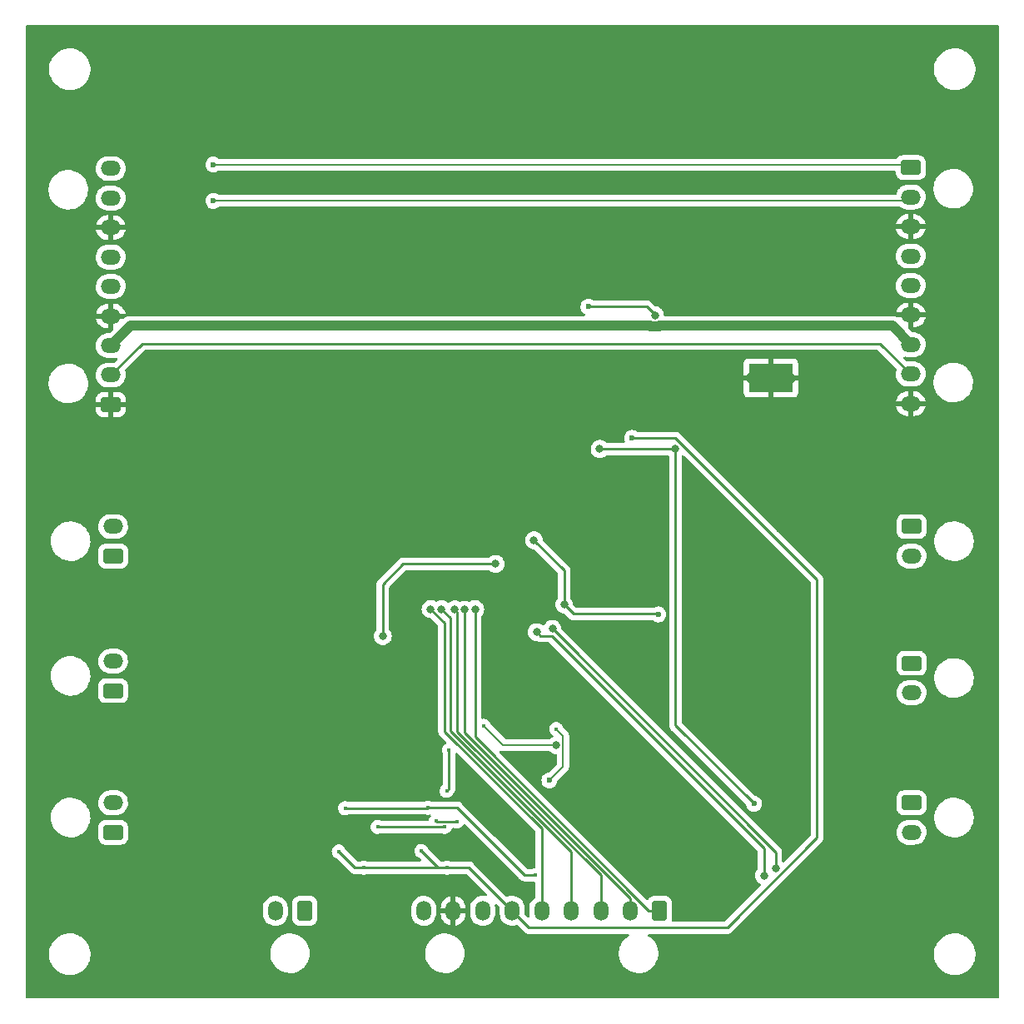
<source format=gbr>
%TF.GenerationSoftware,KiCad,Pcbnew,(6.0.2)*%
%TF.CreationDate,2022-04-06T15:39:21-04:00*%
%TF.ProjectId,Lights_Board,4c696768-7473-45f4-926f-6172642e6b69,rev?*%
%TF.SameCoordinates,Original*%
%TF.FileFunction,Copper,L2,Bot*%
%TF.FilePolarity,Positive*%
%FSLAX46Y46*%
G04 Gerber Fmt 4.6, Leading zero omitted, Abs format (unit mm)*
G04 Created by KiCad (PCBNEW (6.0.2)) date 2022-04-06 15:39:21*
%MOMM*%
%LPD*%
G01*
G04 APERTURE LIST*
G04 Aperture macros list*
%AMRoundRect*
0 Rectangle with rounded corners*
0 $1 Rounding radius*
0 $2 $3 $4 $5 $6 $7 $8 $9 X,Y pos of 4 corners*
0 Add a 4 corners polygon primitive as box body*
4,1,4,$2,$3,$4,$5,$6,$7,$8,$9,$2,$3,0*
0 Add four circle primitives for the rounded corners*
1,1,$1+$1,$2,$3*
1,1,$1+$1,$4,$5*
1,1,$1+$1,$6,$7*
1,1,$1+$1,$8,$9*
0 Add four rect primitives between the rounded corners*
20,1,$1+$1,$2,$3,$4,$5,0*
20,1,$1+$1,$4,$5,$6,$7,0*
20,1,$1+$1,$6,$7,$8,$9,0*
20,1,$1+$1,$8,$9,$2,$3,0*%
G04 Aperture macros list end*
%TA.AperFunction,ComponentPad*%
%ADD10RoundRect,0.250001X-0.759999X0.499999X-0.759999X-0.499999X0.759999X-0.499999X0.759999X0.499999X0*%
%TD*%
%TA.AperFunction,ComponentPad*%
%ADD11O,2.020000X1.500000*%
%TD*%
%TA.AperFunction,ComponentPad*%
%ADD12RoundRect,0.250001X0.499999X0.759999X-0.499999X0.759999X-0.499999X-0.759999X0.499999X-0.759999X0*%
%TD*%
%TA.AperFunction,ComponentPad*%
%ADD13O,1.500000X2.020000*%
%TD*%
%TA.AperFunction,ComponentPad*%
%ADD14RoundRect,0.250001X0.759999X-0.499999X0.759999X0.499999X-0.759999X0.499999X-0.759999X-0.499999X0*%
%TD*%
%TA.AperFunction,ComponentPad*%
%ADD15C,0.600000*%
%TD*%
%TA.AperFunction,SMDPad,CuDef*%
%ADD16R,4.500000X2.950000*%
%TD*%
%TA.AperFunction,ViaPad*%
%ADD17C,0.800000*%
%TD*%
%TA.AperFunction,ViaPad*%
%ADD18C,0.600000*%
%TD*%
%TA.AperFunction,ViaPad*%
%ADD19C,0.400000*%
%TD*%
%TA.AperFunction,Conductor*%
%ADD20C,0.250000*%
%TD*%
%TA.AperFunction,Conductor*%
%ADD21C,0.200000*%
%TD*%
%TA.AperFunction,Conductor*%
%ADD22C,1.000000*%
%TD*%
G04 APERTURE END LIST*
D10*
%TO.P,J3,1,Pin_1*%
%TO.N,/CAN-*%
X190530000Y-65000000D03*
D11*
%TO.P,J3,2,Pin_2*%
%TO.N,/CAN+*%
X190530000Y-68000000D03*
%TO.P,J3,3,Pin_3*%
%TO.N,GND*%
X190530000Y-71000000D03*
%TO.P,J3,4,Pin_4*%
%TO.N,unconnected-(J3-Pad4)*%
X190530000Y-74000000D03*
%TO.P,J3,5,Pin_5*%
%TO.N,unconnected-(J3-Pad5)*%
X190530000Y-77000000D03*
%TO.P,J3,6,Pin_6*%
%TO.N,GND*%
X190530000Y-80000000D03*
%TO.P,J3,7,Pin_7*%
%TO.N,+12V*%
X190530000Y-83000000D03*
%TO.P,J3,8,Pin_8*%
%TO.N,/12v_T*%
X190530000Y-86000000D03*
%TO.P,J3,9,Pin_9*%
%TO.N,GND*%
X190530000Y-89000000D03*
%TD*%
D12*
%TO.P,J6,1,Pin_1*%
%TO.N,/Aux_C1*%
X164990000Y-140580000D03*
D13*
%TO.P,J6,2,Pin_2*%
%TO.N,/Aux_C2*%
X161990000Y-140580000D03*
%TO.P,J6,3,Pin_3*%
%TO.N,/Aux_C3*%
X158990000Y-140580000D03*
%TO.P,J6,4,Pin_4*%
%TO.N,/Aux_C4*%
X155990000Y-140580000D03*
%TO.P,J6,5,Pin_5*%
%TO.N,/Aux_C5*%
X152990000Y-140580000D03*
%TO.P,J6,6,Pin_6*%
%TO.N,+5V*%
X149990000Y-140580000D03*
%TO.P,J6,7,Pin_7*%
%TO.N,/Throttle*%
X146990000Y-140580000D03*
%TO.P,J6,8,Pin_8*%
%TO.N,GND*%
X143990000Y-140580000D03*
%TO.P,J6,9,Pin_9*%
%TO.N,/Break*%
X140990000Y-140580000D03*
%TD*%
D14*
%TO.P,J7,1,Pin_1*%
%TO.N,+12V*%
X109400000Y-104500000D03*
D11*
%TO.P,J7,2,Pin_2*%
%TO.N,/LED_1*%
X109400000Y-101500000D03*
%TD*%
D14*
%TO.P,J8,1,Pin_1*%
%TO.N,+12V*%
X109400000Y-118200000D03*
D11*
%TO.P,J8,2,Pin_2*%
%TO.N,/LED_2*%
X109400000Y-115200000D03*
%TD*%
D14*
%TO.P,J9,1,Pin_1*%
%TO.N,+12V*%
X109400000Y-132600000D03*
D11*
%TO.P,J9,2,Pin_2*%
%TO.N,/LED_3*%
X109400000Y-129600000D03*
%TD*%
D15*
%TO.P,U5,9,GNDPAD*%
%TO.N,GND*%
X177000000Y-85800000D03*
X177000000Y-87000000D03*
X178100000Y-85800000D03*
X175700000Y-85800000D03*
X178100000Y-87000000D03*
X174500000Y-85800000D03*
X174500000Y-87000000D03*
D16*
X176300000Y-86400000D03*
D15*
X175700000Y-87000000D03*
%TD*%
D10*
%TO.P,J11,1,Pin_1*%
%TO.N,+12V*%
X190600000Y-115400000D03*
D11*
%TO.P,J11,2,Pin_2*%
%TO.N,/LED_5*%
X190600000Y-118400000D03*
%TD*%
D10*
%TO.P,J10,1,Pin_1*%
%TO.N,+12V*%
X190600000Y-101500000D03*
D11*
%TO.P,J10,2,Pin_2*%
%TO.N,/LED_4*%
X190600000Y-104500000D03*
%TD*%
D10*
%TO.P,J12,1,Pin_1*%
%TO.N,+12V*%
X190600000Y-129600000D03*
D11*
%TO.P,J12,2,Pin_2*%
%TO.N,/LED_6*%
X190600000Y-132600000D03*
%TD*%
D14*
%TO.P,J5,1,Pin_1*%
%TO.N,GND*%
X109170000Y-89100000D03*
D11*
%TO.P,J5,2,Pin_2*%
%TO.N,/12v_T*%
X109170000Y-86100000D03*
%TO.P,J5,3,Pin_3*%
%TO.N,+12V*%
X109170000Y-83100000D03*
%TO.P,J5,4,Pin_4*%
%TO.N,GND*%
X109170000Y-80100000D03*
%TO.P,J5,5,Pin_5*%
%TO.N,unconnected-(J5-Pad5)*%
X109170000Y-77100000D03*
%TO.P,J5,6,Pin_6*%
%TO.N,unconnected-(J5-Pad6)*%
X109170000Y-74100000D03*
%TO.P,J5,7,Pin_7*%
%TO.N,GND*%
X109170000Y-71100000D03*
%TO.P,J5,8,Pin_8*%
%TO.N,/CAN+*%
X109170000Y-68100000D03*
%TO.P,J5,9,Pin_9*%
%TO.N,/CAN-*%
X109170000Y-65100000D03*
%TD*%
D12*
%TO.P,J13,1,Pin_1*%
%TO.N,/EXT*%
X128900000Y-140580000D03*
D13*
%TO.P,J13,2,Pin_2*%
%TO.N,unconnected-(J13-Pad2)*%
X125900000Y-140580000D03*
%TD*%
D17*
%TO.N,GND*%
X180000000Y-144000000D03*
X148210000Y-112390000D03*
D18*
X184400000Y-92100000D03*
D17*
X116300000Y-64850000D03*
D18*
X183700000Y-92100000D03*
D17*
X150230000Y-108190000D03*
D18*
X115600000Y-114300000D03*
D19*
X157375000Y-123500000D03*
D18*
X163550000Y-118325000D03*
D17*
X157325000Y-124800000D03*
X178000000Y-143000000D03*
D19*
X140125000Y-121400000D03*
D18*
X132975000Y-122200000D03*
X139150000Y-118150000D03*
X148200000Y-113500000D03*
X185100000Y-92100000D03*
X125475000Y-119475000D03*
D17*
X180000000Y-143000000D03*
X116320000Y-68100000D03*
D18*
X183000000Y-92100000D03*
D17*
X140380000Y-110570000D03*
D18*
X171950000Y-122525000D03*
X149400000Y-120950000D03*
X181600000Y-92100000D03*
D17*
X140390000Y-111610000D03*
X140370000Y-114160000D03*
D19*
X150925000Y-120075000D03*
D17*
X148220000Y-111370000D03*
X179000000Y-143000000D03*
X164780000Y-126910000D03*
D18*
X169025000Y-131650000D03*
D17*
X115430000Y-66490000D03*
D18*
X115500000Y-100600000D03*
X130450000Y-110200000D03*
X180900000Y-92100000D03*
D17*
X140380000Y-112900000D03*
D18*
X182300000Y-92100000D03*
D19*
%TO.N,+5V*%
X132350000Y-134550000D03*
X140750000Y-134500000D03*
D18*
X157749999Y-79149999D03*
D17*
X164510000Y-80010000D03*
D18*
X162193750Y-92493750D03*
D19*
X143350000Y-136200000D03*
X134900000Y-136200000D03*
D18*
%TO.N,+3V3*%
X164850000Y-110440000D03*
D17*
X155270000Y-109420000D03*
D19*
X152350000Y-136950000D03*
D18*
X153775000Y-127325000D03*
D19*
X141450000Y-130100000D03*
X133000000Y-130150000D03*
D17*
X152200000Y-102900000D03*
D19*
X154475000Y-122100000D03*
D17*
%TO.N,/NRST*%
X148300000Y-105300000D03*
X136829998Y-112650000D03*
%TO.N,/D+*%
X154086622Y-111918056D03*
X176800000Y-136300000D03*
%TO.N,/D-*%
X175600000Y-137000000D03*
X152480000Y-112240000D03*
D18*
%TO.N,/5v_USB*%
X174600000Y-129700000D03*
D17*
X166600000Y-93600000D03*
X158890000Y-93610000D03*
D18*
%TO.N,/CAN-*%
X119600000Y-64700000D03*
%TO.N,/CAN+*%
X119601250Y-68386250D03*
D17*
%TO.N,/Aux_C5*%
X141694455Y-109905697D03*
%TO.N,/Aux_C4*%
X142794482Y-109913957D03*
%TO.N,/Aux_C3*%
X144162522Y-109937819D03*
%TO.N,/Aux_C2*%
X145162297Y-109960050D03*
%TO.N,/Aux_C1*%
X146230000Y-109910000D03*
D19*
%TO.N,/SCL_IMU*%
X147100000Y-121775000D03*
D17*
X154475000Y-123750000D03*
D18*
%TO.N,+12V*%
X175660000Y-81080000D03*
D19*
%TO.N,/ADC_MISO*%
X144350000Y-131500000D03*
X142228633Y-131478633D03*
%TO.N,/ADC_Clk*%
X136300000Y-132050000D03*
X143145389Y-132045389D03*
%TO.N,/ADC_MOSI*%
X143574500Y-124249435D03*
X143325500Y-128400000D03*
%TD*%
D20*
%TO.N,+5V*%
X164510000Y-80010000D02*
X164510000Y-79990000D01*
X181000000Y-106926998D02*
X181000000Y-133173002D01*
X166566752Y-92493750D02*
X181000000Y-106926998D01*
X151700000Y-142300000D02*
X149990000Y-140590000D01*
X142450000Y-136200000D02*
X140750000Y-134500000D01*
X134000000Y-136200000D02*
X134900000Y-136200000D01*
X132350000Y-134550000D02*
X134000000Y-136200000D01*
X163669999Y-79149999D02*
X157749999Y-79149999D01*
X134900000Y-136200000D02*
X145610000Y-136200000D01*
X171873002Y-142300000D02*
X151700000Y-142300000D01*
X162193750Y-92493750D02*
X166566752Y-92493750D01*
X181000000Y-133173002D02*
X171873002Y-142300000D01*
X164510000Y-79990000D02*
X163669999Y-79149999D01*
X145610000Y-136200000D02*
X149990000Y-140580000D01*
%TO.N,+3V3*%
X144400000Y-130100000D02*
X151250000Y-136950000D01*
X151250000Y-136950000D02*
X152350000Y-136950000D01*
X133000000Y-130150000D02*
X141400000Y-130150000D01*
X156250000Y-110400000D02*
X155270000Y-109420000D01*
D21*
X153775000Y-127325000D02*
X155174511Y-125925489D01*
D20*
X164810000Y-110400000D02*
X156250000Y-110400000D01*
X141450000Y-130100000D02*
X144400000Y-130100000D01*
X152200000Y-102900000D02*
X155270000Y-105970000D01*
D21*
X155174511Y-125925489D02*
X155174511Y-122799511D01*
D20*
X164850000Y-110440000D02*
X164810000Y-110400000D01*
X141400000Y-130150000D02*
X141450000Y-130100000D01*
D21*
X155174511Y-122799511D02*
X154475000Y-122100000D01*
D20*
X155270000Y-105970000D02*
X155270000Y-109420000D01*
%TO.N,/NRST*%
X136829998Y-107380002D02*
X136829998Y-112650000D01*
X148300000Y-105300000D02*
X138910000Y-105300000D01*
X138910000Y-105300000D02*
X136829998Y-107380002D01*
%TO.N,/D+*%
X176800000Y-134631434D02*
X154086622Y-111918056D01*
X176800000Y-136300000D02*
X176800000Y-134631434D01*
%TO.N,/D-*%
X175600000Y-137000000D02*
X175600000Y-134220000D01*
X175600000Y-134220000D02*
X154019999Y-112639999D01*
X154019999Y-112639999D02*
X152879999Y-112639999D01*
X152879999Y-112639999D02*
X152480000Y-112240000D01*
%TO.N,/5v_USB*%
X166600000Y-93600000D02*
X166034315Y-93600000D01*
X166600000Y-93600000D02*
X166600000Y-121700000D01*
X166024315Y-93610000D02*
X158890000Y-93610000D01*
X166034315Y-93600000D02*
X166024315Y-93610000D01*
X166600000Y-121700000D02*
X174600000Y-129700000D01*
%TO.N,/12v_T*%
X190500000Y-86000000D02*
X187400000Y-82900000D01*
X112370000Y-82900000D02*
X109170000Y-86100000D01*
X187400000Y-82900000D02*
X112370000Y-82900000D01*
D21*
%TO.N,/CAN-*%
X119600000Y-64700000D02*
X190230000Y-64700000D01*
%TO.N,/CAN+*%
X190143750Y-68386250D02*
X119601250Y-68386250D01*
D20*
%TO.N,/Aux_C5*%
X143100000Y-122342872D02*
X152990000Y-132232872D01*
X152990000Y-132232872D02*
X152990000Y-140580000D01*
X143100000Y-111311242D02*
X143100000Y-122342872D01*
X141694455Y-109905697D02*
X143100000Y-111311242D01*
%TO.N,/Aux_C4*%
X155990000Y-134597154D02*
X155990000Y-140580000D01*
X143700000Y-122307154D02*
X155990000Y-134597154D01*
X142794482Y-109913957D02*
X143700000Y-110819475D01*
X143700000Y-110819475D02*
X143700000Y-122307154D01*
%TO.N,/Aux_C3*%
X144162522Y-109937819D02*
X144400000Y-110175297D01*
X158990000Y-136961436D02*
X158990000Y-140580000D01*
X144400000Y-110175297D02*
X144400000Y-122371436D01*
X144400000Y-122371436D02*
X158990000Y-136961436D01*
%TO.N,/Aux_C2*%
X161980000Y-140580000D02*
X161980000Y-139315718D01*
X145162297Y-122498015D02*
X145162297Y-109960050D01*
X161980000Y-139315718D02*
X145162297Y-122498015D01*
%TO.N,/Aux_C1*%
X146230000Y-109910000D02*
X146230000Y-122930000D01*
X163880000Y-140580000D02*
X164990000Y-140580000D01*
X146230000Y-122930000D02*
X163880000Y-140580000D01*
D21*
%TO.N,/SCL_IMU*%
X149075000Y-123750000D02*
X147100000Y-121775000D01*
X154475000Y-123750000D02*
X149075000Y-123750000D01*
D22*
%TO.N,+12V*%
X188630000Y-81100000D02*
X190530000Y-83000000D01*
X109170000Y-83100000D02*
X111170000Y-81100000D01*
X164054567Y-81109511D02*
X164965433Y-81109511D01*
X164974944Y-81100000D02*
X188630000Y-81100000D01*
X164965433Y-81109511D02*
X164974944Y-81100000D01*
X111170000Y-81100000D02*
X164045056Y-81100000D01*
X164045056Y-81100000D02*
X164054567Y-81109511D01*
D20*
%TO.N,/ADC_MISO*%
X142250000Y-131500000D02*
X144350000Y-131500000D01*
X142228633Y-131478633D02*
X142250000Y-131500000D01*
%TO.N,/ADC_Clk*%
X136300000Y-132050000D02*
X136304611Y-132045389D01*
X136304611Y-132045389D02*
X143145389Y-132045389D01*
%TO.N,/ADC_MOSI*%
X143325500Y-128400000D02*
X143325500Y-128374500D01*
X143325500Y-128374500D02*
X143574500Y-128125500D01*
X143574500Y-128125500D02*
X143574500Y-124249435D01*
%TD*%
%TA.AperFunction,Conductor*%
%TO.N,GND*%
G36*
X199434121Y-50528002D02*
G01*
X199480614Y-50581658D01*
X199492000Y-50634000D01*
X199492000Y-149366000D01*
X199471998Y-149434121D01*
X199418342Y-149480614D01*
X199366000Y-149492000D01*
X100634000Y-149492000D01*
X100565879Y-149471998D01*
X100519386Y-149418342D01*
X100508000Y-149366000D01*
X100508000Y-145132703D01*
X102890743Y-145132703D01*
X102928268Y-145417734D01*
X103004129Y-145695036D01*
X103005813Y-145698984D01*
X103095968Y-145910347D01*
X103116923Y-145959476D01*
X103156666Y-146025882D01*
X103222526Y-146135925D01*
X103264561Y-146206161D01*
X103444313Y-146430528D01*
X103550411Y-146531211D01*
X103628039Y-146604877D01*
X103652851Y-146628423D01*
X103804323Y-146737267D01*
X103880467Y-146791982D01*
X103886317Y-146796186D01*
X103890112Y-146798195D01*
X103890113Y-146798196D01*
X103911869Y-146809715D01*
X104140392Y-146930712D01*
X104410373Y-147029511D01*
X104691264Y-147090755D01*
X104719841Y-147093004D01*
X104914282Y-147108307D01*
X104914291Y-147108307D01*
X104916739Y-147108500D01*
X105072271Y-147108500D01*
X105074407Y-147108354D01*
X105074418Y-147108354D01*
X105282548Y-147094165D01*
X105282554Y-147094164D01*
X105286825Y-147093873D01*
X105291020Y-147093004D01*
X105291022Y-147093004D01*
X105427584Y-147064723D01*
X105568342Y-147035574D01*
X105839343Y-146939607D01*
X106041224Y-146835409D01*
X106091005Y-146809715D01*
X106091006Y-146809715D01*
X106094812Y-146807750D01*
X106098313Y-146805289D01*
X106098317Y-146805287D01*
X106212418Y-146725095D01*
X106330023Y-146642441D01*
X106540622Y-146446740D01*
X106722713Y-146224268D01*
X106872927Y-145979142D01*
X106988483Y-145715898D01*
X107007242Y-145650046D01*
X107066068Y-145443534D01*
X107067244Y-145439406D01*
X107107751Y-145154784D01*
X107107845Y-145136951D01*
X107109235Y-144871583D01*
X107109235Y-144871576D01*
X107109257Y-144867297D01*
X107104312Y-144829733D01*
X125387822Y-144829733D01*
X125387975Y-144834121D01*
X125387975Y-144834127D01*
X125389134Y-144867297D01*
X125397625Y-145110458D01*
X125398387Y-145114781D01*
X125398388Y-145114788D01*
X125422164Y-145249624D01*
X125446402Y-145387087D01*
X125533203Y-145654235D01*
X125535131Y-145658188D01*
X125535133Y-145658193D01*
X125561265Y-145711770D01*
X125656340Y-145906702D01*
X125658795Y-145910341D01*
X125658798Y-145910347D01*
X125691936Y-145959476D01*
X125813415Y-146139576D01*
X126001371Y-146348322D01*
X126216550Y-146528879D01*
X126454764Y-146677731D01*
X126711375Y-146791982D01*
X126981390Y-146869407D01*
X126985740Y-146870018D01*
X126985743Y-146870019D01*
X127088690Y-146884487D01*
X127259552Y-146908500D01*
X127470146Y-146908500D01*
X127472332Y-146908347D01*
X127472336Y-146908347D01*
X127675827Y-146894118D01*
X127675832Y-146894117D01*
X127680212Y-146893811D01*
X127954970Y-146835409D01*
X127959099Y-146833906D01*
X127959103Y-146833905D01*
X128214781Y-146740846D01*
X128214785Y-146740844D01*
X128218926Y-146739337D01*
X128466942Y-146607464D01*
X128571896Y-146531211D01*
X128690629Y-146444947D01*
X128690632Y-146444944D01*
X128694192Y-146442358D01*
X128706443Y-146430528D01*
X128893087Y-146250287D01*
X128896252Y-146247231D01*
X129069188Y-146025882D01*
X129071384Y-146022078D01*
X129071389Y-146022071D01*
X129207435Y-145786431D01*
X129209636Y-145782619D01*
X129314862Y-145522176D01*
X129339870Y-145421876D01*
X129381753Y-145253893D01*
X129381754Y-145253888D01*
X129382817Y-145249624D01*
X129393237Y-145150488D01*
X129411719Y-144974636D01*
X129411719Y-144974633D01*
X129412178Y-144970267D01*
X129408732Y-144871583D01*
X129407271Y-144829733D01*
X141127822Y-144829733D01*
X141127975Y-144834121D01*
X141127975Y-144834127D01*
X141129134Y-144867297D01*
X141137625Y-145110458D01*
X141138387Y-145114781D01*
X141138388Y-145114788D01*
X141162164Y-145249624D01*
X141186402Y-145387087D01*
X141273203Y-145654235D01*
X141275131Y-145658188D01*
X141275133Y-145658193D01*
X141301265Y-145711770D01*
X141396340Y-145906702D01*
X141398795Y-145910341D01*
X141398798Y-145910347D01*
X141431936Y-145959476D01*
X141553415Y-146139576D01*
X141741371Y-146348322D01*
X141956550Y-146528879D01*
X142194764Y-146677731D01*
X142451375Y-146791982D01*
X142721390Y-146869407D01*
X142725740Y-146870018D01*
X142725743Y-146870019D01*
X142828690Y-146884487D01*
X142999552Y-146908500D01*
X143210146Y-146908500D01*
X143212332Y-146908347D01*
X143212336Y-146908347D01*
X143415827Y-146894118D01*
X143415832Y-146894117D01*
X143420212Y-146893811D01*
X143694970Y-146835409D01*
X143699099Y-146833906D01*
X143699103Y-146833905D01*
X143954781Y-146740846D01*
X143954785Y-146740844D01*
X143958926Y-146739337D01*
X144206942Y-146607464D01*
X144311896Y-146531211D01*
X144430629Y-146444947D01*
X144430632Y-146444944D01*
X144434192Y-146442358D01*
X144446443Y-146430528D01*
X144633087Y-146250287D01*
X144636252Y-146247231D01*
X144809188Y-146025882D01*
X144811384Y-146022078D01*
X144811389Y-146022071D01*
X144947435Y-145786431D01*
X144949636Y-145782619D01*
X145054862Y-145522176D01*
X145079870Y-145421876D01*
X145121753Y-145253893D01*
X145121754Y-145253888D01*
X145122817Y-145249624D01*
X145133237Y-145150488D01*
X145151719Y-144974636D01*
X145151719Y-144974633D01*
X145152178Y-144970267D01*
X145148732Y-144871583D01*
X145142529Y-144693939D01*
X145142528Y-144693933D01*
X145142375Y-144689542D01*
X145123460Y-144582266D01*
X145094360Y-144417236D01*
X145093598Y-144412913D01*
X145006797Y-144145765D01*
X144883660Y-143893298D01*
X144881205Y-143889659D01*
X144881202Y-143889653D01*
X144800935Y-143770653D01*
X144726585Y-143660424D01*
X144647701Y-143572814D01*
X144541566Y-143454940D01*
X144538629Y-143451678D01*
X144323450Y-143271121D01*
X144085236Y-143122269D01*
X143828625Y-143008018D01*
X143580884Y-142936980D01*
X143562837Y-142931805D01*
X143562836Y-142931805D01*
X143558610Y-142930593D01*
X143554260Y-142929982D01*
X143554257Y-142929981D01*
X143434717Y-142913181D01*
X143280448Y-142891500D01*
X143069854Y-142891500D01*
X143067668Y-142891653D01*
X143067664Y-142891653D01*
X142864173Y-142905882D01*
X142864168Y-142905883D01*
X142859788Y-142906189D01*
X142585030Y-142964591D01*
X142580901Y-142966094D01*
X142580897Y-142966095D01*
X142325219Y-143059154D01*
X142325215Y-143059156D01*
X142321074Y-143060663D01*
X142073058Y-143192536D01*
X142069499Y-143195122D01*
X142069497Y-143195123D01*
X141964895Y-143271121D01*
X141845808Y-143357642D01*
X141842644Y-143360698D01*
X141842641Y-143360700D01*
X141831378Y-143371577D01*
X141643748Y-143552769D01*
X141470812Y-143774118D01*
X141468616Y-143777922D01*
X141468611Y-143777929D01*
X141354794Y-143975067D01*
X141330364Y-144017381D01*
X141225138Y-144277824D01*
X141224073Y-144282097D01*
X141224072Y-144282099D01*
X141190379Y-144417236D01*
X141157183Y-144550376D01*
X141156724Y-144554744D01*
X141156723Y-144554749D01*
X141153831Y-144582266D01*
X141127822Y-144829733D01*
X129407271Y-144829733D01*
X129402529Y-144693939D01*
X129402528Y-144693933D01*
X129402375Y-144689542D01*
X129383460Y-144582266D01*
X129354360Y-144417236D01*
X129353598Y-144412913D01*
X129266797Y-144145765D01*
X129143660Y-143893298D01*
X129141205Y-143889659D01*
X129141202Y-143889653D01*
X129060935Y-143770653D01*
X128986585Y-143660424D01*
X128907701Y-143572814D01*
X128801566Y-143454940D01*
X128798629Y-143451678D01*
X128583450Y-143271121D01*
X128345236Y-143122269D01*
X128088625Y-143008018D01*
X127840884Y-142936980D01*
X127822837Y-142931805D01*
X127822836Y-142931805D01*
X127818610Y-142930593D01*
X127814260Y-142929982D01*
X127814257Y-142929981D01*
X127694717Y-142913181D01*
X127540448Y-142891500D01*
X127329854Y-142891500D01*
X127327668Y-142891653D01*
X127327664Y-142891653D01*
X127124173Y-142905882D01*
X127124168Y-142905883D01*
X127119788Y-142906189D01*
X126845030Y-142964591D01*
X126840901Y-142966094D01*
X126840897Y-142966095D01*
X126585219Y-143059154D01*
X126585215Y-143059156D01*
X126581074Y-143060663D01*
X126333058Y-143192536D01*
X126329499Y-143195122D01*
X126329497Y-143195123D01*
X126224895Y-143271121D01*
X126105808Y-143357642D01*
X126102644Y-143360698D01*
X126102641Y-143360700D01*
X126091378Y-143371577D01*
X125903748Y-143552769D01*
X125730812Y-143774118D01*
X125728616Y-143777922D01*
X125728611Y-143777929D01*
X125614794Y-143975067D01*
X125590364Y-144017381D01*
X125485138Y-144277824D01*
X125484073Y-144282097D01*
X125484072Y-144282099D01*
X125450379Y-144417236D01*
X125417183Y-144550376D01*
X125416724Y-144554744D01*
X125416723Y-144554749D01*
X125413831Y-144582266D01*
X125387822Y-144829733D01*
X107104312Y-144829733D01*
X107103737Y-144825364D01*
X107072292Y-144586522D01*
X107071732Y-144582266D01*
X106995871Y-144304964D01*
X106929753Y-144149954D01*
X106884763Y-144044476D01*
X106884761Y-144044472D01*
X106883077Y-144040524D01*
X106735439Y-143793839D01*
X106555687Y-143569472D01*
X106347149Y-143371577D01*
X106113683Y-143203814D01*
X106091843Y-143192250D01*
X106042933Y-143166354D01*
X105859608Y-143069288D01*
X105688868Y-143006806D01*
X105593658Y-142971964D01*
X105593656Y-142971963D01*
X105589627Y-142970489D01*
X105308736Y-142909245D01*
X105269905Y-142906189D01*
X105085718Y-142891693D01*
X105085709Y-142891693D01*
X105083261Y-142891500D01*
X104927729Y-142891500D01*
X104925593Y-142891646D01*
X104925582Y-142891646D01*
X104717452Y-142905835D01*
X104717446Y-142905836D01*
X104713175Y-142906127D01*
X104708980Y-142906996D01*
X104708978Y-142906996D01*
X104583395Y-142933003D01*
X104431658Y-142964426D01*
X104160657Y-143060393D01*
X103905188Y-143192250D01*
X103901687Y-143194711D01*
X103901683Y-143194713D01*
X103901100Y-143195123D01*
X103669977Y-143357559D01*
X103459378Y-143553260D01*
X103277287Y-143775732D01*
X103127073Y-144020858D01*
X103011517Y-144284102D01*
X102932756Y-144560594D01*
X102929672Y-144582266D01*
X102894453Y-144829733D01*
X102892249Y-144845216D01*
X102892227Y-144849505D01*
X102892226Y-144849512D01*
X102890765Y-145128417D01*
X102890743Y-145132703D01*
X100508000Y-145132703D01*
X100508000Y-140896999D01*
X124641500Y-140896999D01*
X124641749Y-140899786D01*
X124641749Y-140899792D01*
X124646343Y-140951266D01*
X124656383Y-141063762D01*
X124657864Y-141069176D01*
X124657865Y-141069181D01*
X124686918Y-141175377D01*
X124715663Y-141280451D01*
X124812378Y-141483218D01*
X124943471Y-141665654D01*
X125010553Y-141730661D01*
X125100362Y-141817692D01*
X125104799Y-141821992D01*
X125291262Y-141947290D01*
X125496967Y-142037588D01*
X125502418Y-142038897D01*
X125502422Y-142038898D01*
X125707938Y-142088238D01*
X125715411Y-142090032D01*
X125799475Y-142094879D01*
X125934083Y-142102640D01*
X125934086Y-142102640D01*
X125939690Y-142102963D01*
X126162715Y-142075975D01*
X126377435Y-142009918D01*
X126382415Y-142007348D01*
X126382419Y-142007346D01*
X126572081Y-141909454D01*
X126572082Y-141909454D01*
X126577064Y-141906882D01*
X126755292Y-141770123D01*
X126906485Y-141603964D01*
X126926810Y-141571564D01*
X127022885Y-141418405D01*
X127025864Y-141413656D01*
X127035213Y-141390400D01*
X127641500Y-141390400D01*
X127641837Y-141393646D01*
X127641837Y-141393650D01*
X127651577Y-141487516D01*
X127652474Y-141496165D01*
X127654655Y-141502701D01*
X127654655Y-141502703D01*
X127696990Y-141629595D01*
X127708450Y-141663945D01*
X127801522Y-141814348D01*
X127926697Y-141939305D01*
X127932927Y-141943145D01*
X127932928Y-141943146D01*
X128070090Y-142027694D01*
X128077262Y-142032115D01*
X128139023Y-142052600D01*
X128238611Y-142085632D01*
X128238613Y-142085632D01*
X128245139Y-142087797D01*
X128251975Y-142088497D01*
X128251978Y-142088498D01*
X128295031Y-142092909D01*
X128349600Y-142098500D01*
X129450400Y-142098500D01*
X129453646Y-142098163D01*
X129453650Y-142098163D01*
X129549307Y-142088238D01*
X129549311Y-142088237D01*
X129556165Y-142087526D01*
X129562701Y-142085345D01*
X129562703Y-142085345D01*
X129714033Y-142034857D01*
X129723945Y-142031550D01*
X129874348Y-141938478D01*
X129999305Y-141813303D01*
X130025922Y-141770123D01*
X130088275Y-141668968D01*
X130088276Y-141668966D01*
X130092115Y-141662738D01*
X130147797Y-141494861D01*
X130148524Y-141487771D01*
X130155630Y-141418411D01*
X130158500Y-141390400D01*
X130158500Y-140896999D01*
X139731500Y-140896999D01*
X139731749Y-140899786D01*
X139731749Y-140899792D01*
X139736343Y-140951266D01*
X139746383Y-141063762D01*
X139747864Y-141069176D01*
X139747865Y-141069181D01*
X139776918Y-141175377D01*
X139805663Y-141280451D01*
X139902378Y-141483218D01*
X140033471Y-141665654D01*
X140100553Y-141730661D01*
X140190362Y-141817692D01*
X140194799Y-141821992D01*
X140381262Y-141947290D01*
X140586967Y-142037588D01*
X140592418Y-142038897D01*
X140592422Y-142038898D01*
X140797938Y-142088238D01*
X140805411Y-142090032D01*
X140889475Y-142094879D01*
X141024083Y-142102640D01*
X141024086Y-142102640D01*
X141029690Y-142102963D01*
X141252715Y-142075975D01*
X141467435Y-142009918D01*
X141472415Y-142007348D01*
X141472419Y-142007346D01*
X141662081Y-141909454D01*
X141662082Y-141909454D01*
X141667064Y-141906882D01*
X141845292Y-141770123D01*
X141996485Y-141603964D01*
X142016810Y-141571564D01*
X142112885Y-141418405D01*
X142115864Y-141413656D01*
X142199656Y-141205217D01*
X142245213Y-140985233D01*
X142245602Y-140978495D01*
X142248395Y-140930048D01*
X142248395Y-140930044D01*
X142248500Y-140928225D01*
X142248500Y-140894175D01*
X142732000Y-140894175D01*
X142732249Y-140899770D01*
X142746378Y-141058078D01*
X142748360Y-141069092D01*
X142804651Y-141274860D01*
X142808549Y-141285341D01*
X142900397Y-141477903D01*
X142906082Y-141487516D01*
X143030575Y-141660767D01*
X143037883Y-141669233D01*
X143191082Y-141817692D01*
X143199779Y-141824735D01*
X143376844Y-141943719D01*
X143386642Y-141949105D01*
X143581990Y-142034857D01*
X143592582Y-142038422D01*
X143718384Y-142068624D01*
X143732470Y-142067919D01*
X143736000Y-142059040D01*
X143736000Y-142058411D01*
X144244000Y-142058411D01*
X144248105Y-142072393D01*
X144257728Y-142073886D01*
X144257973Y-142073834D01*
X144461883Y-142011102D01*
X144472229Y-142006881D01*
X144661814Y-141909029D01*
X144671245Y-141903043D01*
X144840501Y-141773168D01*
X144848724Y-141765607D01*
X144992312Y-141607806D01*
X144999067Y-141598906D01*
X145112434Y-141418185D01*
X145117511Y-141408219D01*
X145197080Y-141210286D01*
X145200315Y-141199571D01*
X145243777Y-140989699D01*
X145244980Y-140980562D01*
X145247895Y-140930010D01*
X145248000Y-140926363D01*
X145248000Y-140852115D01*
X145243525Y-140836876D01*
X145242135Y-140835671D01*
X145234452Y-140834000D01*
X144262115Y-140834000D01*
X144246876Y-140838475D01*
X144245671Y-140839865D01*
X144244000Y-140847548D01*
X144244000Y-142058411D01*
X143736000Y-142058411D01*
X143736000Y-140852115D01*
X143731525Y-140836876D01*
X143730135Y-140835671D01*
X143722452Y-140834000D01*
X142750115Y-140834000D01*
X142734876Y-140838475D01*
X142733671Y-140839865D01*
X142732000Y-140847548D01*
X142732000Y-140894175D01*
X142248500Y-140894175D01*
X142248500Y-140307885D01*
X142732000Y-140307885D01*
X142736475Y-140323124D01*
X142737865Y-140324329D01*
X142745548Y-140326000D01*
X143717885Y-140326000D01*
X143733124Y-140321525D01*
X143734329Y-140320135D01*
X143736000Y-140312452D01*
X143736000Y-140307885D01*
X144244000Y-140307885D01*
X144248475Y-140323124D01*
X144249865Y-140324329D01*
X144257548Y-140326000D01*
X145229885Y-140326000D01*
X145245124Y-140321525D01*
X145246329Y-140320135D01*
X145248000Y-140312452D01*
X145248000Y-140265825D01*
X145247751Y-140260230D01*
X145233622Y-140101922D01*
X145231640Y-140090908D01*
X145175349Y-139885140D01*
X145171451Y-139874659D01*
X145079603Y-139682097D01*
X145073918Y-139672484D01*
X144949425Y-139499233D01*
X144942117Y-139490767D01*
X144788918Y-139342308D01*
X144780221Y-139335265D01*
X144603156Y-139216281D01*
X144593358Y-139210895D01*
X144398010Y-139125143D01*
X144387418Y-139121578D01*
X144261616Y-139091376D01*
X144247530Y-139092081D01*
X144244000Y-139100960D01*
X144244000Y-140307885D01*
X143736000Y-140307885D01*
X143736000Y-139101589D01*
X143731895Y-139087607D01*
X143722272Y-139086114D01*
X143722027Y-139086166D01*
X143518117Y-139148898D01*
X143507771Y-139153119D01*
X143318186Y-139250971D01*
X143308755Y-139256957D01*
X143139499Y-139386832D01*
X143131276Y-139394393D01*
X142987688Y-139552194D01*
X142980933Y-139561094D01*
X142867566Y-139741815D01*
X142862489Y-139751781D01*
X142782920Y-139949714D01*
X142779685Y-139960429D01*
X142736223Y-140170301D01*
X142735020Y-140179438D01*
X142732105Y-140229990D01*
X142732000Y-140233637D01*
X142732000Y-140307885D01*
X142248500Y-140307885D01*
X142248500Y-140263001D01*
X142245880Y-140233637D01*
X142234116Y-140101833D01*
X142233617Y-140096238D01*
X142174337Y-139879549D01*
X142077622Y-139676782D01*
X141946529Y-139494346D01*
X141838726Y-139389877D01*
X141789229Y-139341911D01*
X141789226Y-139341909D01*
X141785201Y-139338008D01*
X141598738Y-139212710D01*
X141393033Y-139122412D01*
X141387582Y-139121103D01*
X141387578Y-139121102D01*
X141180046Y-139071278D01*
X141180045Y-139071278D01*
X141174589Y-139069968D01*
X141090525Y-139065121D01*
X140955917Y-139057360D01*
X140955914Y-139057360D01*
X140950310Y-139057037D01*
X140727285Y-139084025D01*
X140512565Y-139150082D01*
X140507585Y-139152652D01*
X140507581Y-139152654D01*
X140356500Y-139230633D01*
X140312936Y-139253118D01*
X140134708Y-139389877D01*
X139983515Y-139556036D01*
X139980537Y-139560783D01*
X139980535Y-139560786D01*
X139919170Y-139658611D01*
X139864136Y-139746344D01*
X139780344Y-139954783D01*
X139734787Y-140174767D01*
X139734521Y-140179378D01*
X139734521Y-140179379D01*
X139734457Y-140180499D01*
X139731500Y-140231775D01*
X139731500Y-140896999D01*
X130158500Y-140896999D01*
X130158500Y-139769600D01*
X130156651Y-139751781D01*
X130148238Y-139670693D01*
X130148237Y-139670689D01*
X130147526Y-139663835D01*
X130091550Y-139496055D01*
X129998478Y-139345652D01*
X129873303Y-139220695D01*
X129866142Y-139216281D01*
X129728968Y-139131725D01*
X129728966Y-139131724D01*
X129722738Y-139127885D01*
X129601303Y-139087607D01*
X129561389Y-139074368D01*
X129561387Y-139074368D01*
X129554861Y-139072203D01*
X129548025Y-139071503D01*
X129548022Y-139071502D01*
X129504969Y-139067091D01*
X129450400Y-139061500D01*
X128349600Y-139061500D01*
X128346354Y-139061837D01*
X128346350Y-139061837D01*
X128250693Y-139071762D01*
X128250689Y-139071763D01*
X128243835Y-139072474D01*
X128237299Y-139074655D01*
X128237297Y-139074655D01*
X128105195Y-139118728D01*
X128076055Y-139128450D01*
X127925652Y-139221522D01*
X127800695Y-139346697D01*
X127796855Y-139352927D01*
X127796854Y-139352928D01*
X127711889Y-139490767D01*
X127707885Y-139497262D01*
X127652203Y-139665139D01*
X127651503Y-139671975D01*
X127651502Y-139671978D01*
X127651450Y-139672484D01*
X127641500Y-139769600D01*
X127641500Y-141390400D01*
X127035213Y-141390400D01*
X127109656Y-141205217D01*
X127155213Y-140985233D01*
X127155602Y-140978495D01*
X127158395Y-140930048D01*
X127158395Y-140930044D01*
X127158500Y-140928225D01*
X127158500Y-140263001D01*
X127155880Y-140233637D01*
X127144116Y-140101833D01*
X127143617Y-140096238D01*
X127084337Y-139879549D01*
X126987622Y-139676782D01*
X126856529Y-139494346D01*
X126748726Y-139389877D01*
X126699229Y-139341911D01*
X126699226Y-139341909D01*
X126695201Y-139338008D01*
X126508738Y-139212710D01*
X126303033Y-139122412D01*
X126297582Y-139121103D01*
X126297578Y-139121102D01*
X126090046Y-139071278D01*
X126090045Y-139071278D01*
X126084589Y-139069968D01*
X126000525Y-139065121D01*
X125865917Y-139057360D01*
X125865914Y-139057360D01*
X125860310Y-139057037D01*
X125637285Y-139084025D01*
X125422565Y-139150082D01*
X125417585Y-139152652D01*
X125417581Y-139152654D01*
X125266500Y-139230633D01*
X125222936Y-139253118D01*
X125044708Y-139389877D01*
X124893515Y-139556036D01*
X124890537Y-139560783D01*
X124890535Y-139560786D01*
X124829170Y-139658611D01*
X124774136Y-139746344D01*
X124690344Y-139954783D01*
X124644787Y-140174767D01*
X124644521Y-140179378D01*
X124644521Y-140179379D01*
X124644457Y-140180499D01*
X124641500Y-140231775D01*
X124641500Y-140896999D01*
X100508000Y-140896999D01*
X100508000Y-134542526D01*
X131636335Y-134542526D01*
X131642188Y-134595542D01*
X131652785Y-134691525D01*
X131655153Y-134712975D01*
X131714085Y-134874015D01*
X131718322Y-134880321D01*
X131718324Y-134880324D01*
X131762621Y-134946244D01*
X131809730Y-135016349D01*
X131936565Y-135131760D01*
X131943240Y-135135384D01*
X132080591Y-135209960D01*
X132080593Y-135209961D01*
X132087268Y-135213585D01*
X132094617Y-135215513D01*
X132095494Y-135215743D01*
X132096153Y-135216121D01*
X132101679Y-135218309D01*
X132101362Y-135219110D01*
X132152621Y-135248525D01*
X133496343Y-136592247D01*
X133503887Y-136600537D01*
X133508000Y-136607018D01*
X133513777Y-136612443D01*
X133557667Y-136653658D01*
X133560509Y-136656413D01*
X133580230Y-136676134D01*
X133583425Y-136678612D01*
X133592447Y-136686318D01*
X133624679Y-136716586D01*
X133631628Y-136720406D01*
X133642432Y-136726346D01*
X133658956Y-136737199D01*
X133674959Y-136749613D01*
X133715543Y-136767176D01*
X133726173Y-136772383D01*
X133764940Y-136793695D01*
X133772617Y-136795666D01*
X133772622Y-136795668D01*
X133784558Y-136798732D01*
X133803266Y-136805137D01*
X133821855Y-136813181D01*
X133829680Y-136814420D01*
X133829682Y-136814421D01*
X133865519Y-136820097D01*
X133877140Y-136822504D01*
X133912289Y-136831528D01*
X133919970Y-136833500D01*
X133940231Y-136833500D01*
X133959940Y-136835051D01*
X133979943Y-136838219D01*
X133987835Y-136837473D01*
X133993062Y-136836979D01*
X134023954Y-136834059D01*
X134035811Y-136833500D01*
X134549858Y-136833500D01*
X134609979Y-136848769D01*
X134630592Y-136859961D01*
X134630597Y-136859963D01*
X134637268Y-136863585D01*
X134803139Y-136907101D01*
X134890586Y-136908474D01*
X134967003Y-136909675D01*
X134967006Y-136909675D01*
X134974602Y-136909794D01*
X134982006Y-136908098D01*
X134982008Y-136908098D01*
X135044846Y-136893706D01*
X135141759Y-136871510D01*
X135190622Y-136846935D01*
X135247235Y-136833500D01*
X142390224Y-136833500D01*
X142409934Y-136835051D01*
X142429943Y-136838220D01*
X142437835Y-136837474D01*
X142473961Y-136834059D01*
X142485819Y-136833500D01*
X142999858Y-136833500D01*
X143059979Y-136848769D01*
X143080592Y-136859961D01*
X143080597Y-136859963D01*
X143087268Y-136863585D01*
X143253139Y-136907101D01*
X143340586Y-136908474D01*
X143417003Y-136909675D01*
X143417006Y-136909675D01*
X143424602Y-136909794D01*
X143432006Y-136908098D01*
X143432008Y-136908098D01*
X143494846Y-136893706D01*
X143591759Y-136871510D01*
X143640622Y-136846935D01*
X143697235Y-136833500D01*
X145295406Y-136833500D01*
X145363527Y-136853502D01*
X145384501Y-136870405D01*
X147397519Y-138883423D01*
X147431545Y-138945735D01*
X147426480Y-139016550D01*
X147383933Y-139073386D01*
X147317413Y-139098197D01*
X147279010Y-139095037D01*
X147180046Y-139071278D01*
X147180045Y-139071278D01*
X147174589Y-139069968D01*
X147090525Y-139065121D01*
X146955917Y-139057360D01*
X146955914Y-139057360D01*
X146950310Y-139057037D01*
X146727285Y-139084025D01*
X146512565Y-139150082D01*
X146507585Y-139152652D01*
X146507581Y-139152654D01*
X146356500Y-139230633D01*
X146312936Y-139253118D01*
X146134708Y-139389877D01*
X145983515Y-139556036D01*
X145980537Y-139560783D01*
X145980535Y-139560786D01*
X145919170Y-139658611D01*
X145864136Y-139746344D01*
X145780344Y-139954783D01*
X145734787Y-140174767D01*
X145734521Y-140179378D01*
X145734521Y-140179379D01*
X145734457Y-140180499D01*
X145731500Y-140231775D01*
X145731500Y-140896999D01*
X145731749Y-140899786D01*
X145731749Y-140899792D01*
X145736343Y-140951266D01*
X145746383Y-141063762D01*
X145747864Y-141069176D01*
X145747865Y-141069181D01*
X145776918Y-141175377D01*
X145805663Y-141280451D01*
X145902378Y-141483218D01*
X146033471Y-141665654D01*
X146100553Y-141730661D01*
X146190362Y-141817692D01*
X146194799Y-141821992D01*
X146381262Y-141947290D01*
X146586967Y-142037588D01*
X146592418Y-142038897D01*
X146592422Y-142038898D01*
X146797938Y-142088238D01*
X146805411Y-142090032D01*
X146889475Y-142094879D01*
X147024083Y-142102640D01*
X147024086Y-142102640D01*
X147029690Y-142102963D01*
X147252715Y-142075975D01*
X147467435Y-142009918D01*
X147472415Y-142007348D01*
X147472419Y-142007346D01*
X147662081Y-141909454D01*
X147662082Y-141909454D01*
X147667064Y-141906882D01*
X147845292Y-141770123D01*
X147996485Y-141603964D01*
X148016810Y-141571564D01*
X148112885Y-141418405D01*
X148115864Y-141413656D01*
X148199656Y-141205217D01*
X148245213Y-140985233D01*
X148245602Y-140978495D01*
X148248395Y-140930048D01*
X148248395Y-140930044D01*
X148248500Y-140928225D01*
X148248500Y-140263001D01*
X148245880Y-140233637D01*
X148234116Y-140101833D01*
X148233617Y-140096238D01*
X148217143Y-140036019D01*
X148218461Y-139965035D01*
X148257946Y-139906031D01*
X148323064Y-139877742D01*
X148393138Y-139889149D01*
X148427772Y-139913676D01*
X148694595Y-140180499D01*
X148728621Y-140242811D01*
X148731500Y-140269594D01*
X148731500Y-140896999D01*
X148731749Y-140899786D01*
X148731749Y-140899792D01*
X148736343Y-140951266D01*
X148746383Y-141063762D01*
X148747864Y-141069176D01*
X148747865Y-141069181D01*
X148776918Y-141175377D01*
X148805663Y-141280451D01*
X148902378Y-141483218D01*
X149033471Y-141665654D01*
X149100553Y-141730661D01*
X149190362Y-141817692D01*
X149194799Y-141821992D01*
X149381262Y-141947290D01*
X149586967Y-142037588D01*
X149592418Y-142038897D01*
X149592422Y-142038898D01*
X149797938Y-142088238D01*
X149805411Y-142090032D01*
X149889475Y-142094879D01*
X150024083Y-142102640D01*
X150024086Y-142102640D01*
X150029690Y-142102963D01*
X150252715Y-142075975D01*
X150397120Y-142031550D01*
X150430552Y-142021265D01*
X150501543Y-142020353D01*
X150556696Y-142052600D01*
X151196343Y-142692247D01*
X151203887Y-142700537D01*
X151208000Y-142707018D01*
X151213777Y-142712443D01*
X151257667Y-142753658D01*
X151260509Y-142756413D01*
X151280230Y-142776134D01*
X151283425Y-142778612D01*
X151292447Y-142786318D01*
X151324679Y-142816586D01*
X151331628Y-142820406D01*
X151342432Y-142826346D01*
X151358956Y-142837199D01*
X151374959Y-142849613D01*
X151415543Y-142867176D01*
X151426173Y-142872383D01*
X151464940Y-142893695D01*
X151472617Y-142895666D01*
X151472622Y-142895668D01*
X151484558Y-142898732D01*
X151503266Y-142905137D01*
X151521855Y-142913181D01*
X151529683Y-142914421D01*
X151529690Y-142914423D01*
X151565524Y-142920099D01*
X151577144Y-142922505D01*
X151608959Y-142930673D01*
X151619970Y-142933500D01*
X151640224Y-142933500D01*
X151659934Y-142935051D01*
X151679943Y-142938220D01*
X151687835Y-142937474D01*
X151706580Y-142935702D01*
X151723962Y-142934059D01*
X151735819Y-142933500D01*
X161754875Y-142933500D01*
X161822996Y-142953502D01*
X161869489Y-143007158D01*
X161879593Y-143077432D01*
X161850099Y-143142012D01*
X161814029Y-143170751D01*
X161773058Y-143192536D01*
X161769499Y-143195122D01*
X161769497Y-143195123D01*
X161664895Y-143271121D01*
X161545808Y-143357642D01*
X161542644Y-143360698D01*
X161542641Y-143360700D01*
X161531378Y-143371577D01*
X161343748Y-143552769D01*
X161170812Y-143774118D01*
X161168616Y-143777922D01*
X161168611Y-143777929D01*
X161054794Y-143975067D01*
X161030364Y-144017381D01*
X160925138Y-144277824D01*
X160924073Y-144282097D01*
X160924072Y-144282099D01*
X160890379Y-144417236D01*
X160857183Y-144550376D01*
X160856724Y-144554744D01*
X160856723Y-144554749D01*
X160853831Y-144582266D01*
X160827822Y-144829733D01*
X160827975Y-144834121D01*
X160827975Y-144834127D01*
X160829134Y-144867297D01*
X160837625Y-145110458D01*
X160838387Y-145114781D01*
X160838388Y-145114788D01*
X160862164Y-145249624D01*
X160886402Y-145387087D01*
X160973203Y-145654235D01*
X160975131Y-145658188D01*
X160975133Y-145658193D01*
X161001265Y-145711770D01*
X161096340Y-145906702D01*
X161098795Y-145910341D01*
X161098798Y-145910347D01*
X161131936Y-145959476D01*
X161253415Y-146139576D01*
X161441371Y-146348322D01*
X161656550Y-146528879D01*
X161894764Y-146677731D01*
X162151375Y-146791982D01*
X162421390Y-146869407D01*
X162425740Y-146870018D01*
X162425743Y-146870019D01*
X162528690Y-146884487D01*
X162699552Y-146908500D01*
X162910146Y-146908500D01*
X162912332Y-146908347D01*
X162912336Y-146908347D01*
X163115827Y-146894118D01*
X163115832Y-146894117D01*
X163120212Y-146893811D01*
X163394970Y-146835409D01*
X163399099Y-146833906D01*
X163399103Y-146833905D01*
X163654781Y-146740846D01*
X163654785Y-146740844D01*
X163658926Y-146739337D01*
X163906942Y-146607464D01*
X164011896Y-146531211D01*
X164130629Y-146444947D01*
X164130632Y-146444944D01*
X164134192Y-146442358D01*
X164146443Y-146430528D01*
X164333087Y-146250287D01*
X164336252Y-146247231D01*
X164509188Y-146025882D01*
X164511384Y-146022078D01*
X164511389Y-146022071D01*
X164647435Y-145786431D01*
X164649636Y-145782619D01*
X164754862Y-145522176D01*
X164779870Y-145421876D01*
X164821753Y-145253893D01*
X164821754Y-145253888D01*
X164822817Y-145249624D01*
X164833237Y-145150488D01*
X164835106Y-145132703D01*
X192890743Y-145132703D01*
X192928268Y-145417734D01*
X193004129Y-145695036D01*
X193005813Y-145698984D01*
X193095968Y-145910347D01*
X193116923Y-145959476D01*
X193156666Y-146025882D01*
X193222526Y-146135925D01*
X193264561Y-146206161D01*
X193444313Y-146430528D01*
X193550411Y-146531211D01*
X193628039Y-146604877D01*
X193652851Y-146628423D01*
X193804323Y-146737267D01*
X193880467Y-146791982D01*
X193886317Y-146796186D01*
X193890112Y-146798195D01*
X193890113Y-146798196D01*
X193911869Y-146809715D01*
X194140392Y-146930712D01*
X194410373Y-147029511D01*
X194691264Y-147090755D01*
X194719841Y-147093004D01*
X194914282Y-147108307D01*
X194914291Y-147108307D01*
X194916739Y-147108500D01*
X195072271Y-147108500D01*
X195074407Y-147108354D01*
X195074418Y-147108354D01*
X195282548Y-147094165D01*
X195282554Y-147094164D01*
X195286825Y-147093873D01*
X195291020Y-147093004D01*
X195291022Y-147093004D01*
X195427584Y-147064723D01*
X195568342Y-147035574D01*
X195839343Y-146939607D01*
X196041224Y-146835409D01*
X196091005Y-146809715D01*
X196091006Y-146809715D01*
X196094812Y-146807750D01*
X196098313Y-146805289D01*
X196098317Y-146805287D01*
X196212418Y-146725095D01*
X196330023Y-146642441D01*
X196540622Y-146446740D01*
X196722713Y-146224268D01*
X196872927Y-145979142D01*
X196988483Y-145715898D01*
X197007242Y-145650046D01*
X197066068Y-145443534D01*
X197067244Y-145439406D01*
X197107751Y-145154784D01*
X197107845Y-145136951D01*
X197109235Y-144871583D01*
X197109235Y-144871576D01*
X197109257Y-144867297D01*
X197103737Y-144825364D01*
X197072292Y-144586522D01*
X197071732Y-144582266D01*
X196995871Y-144304964D01*
X196929753Y-144149954D01*
X196884763Y-144044476D01*
X196884761Y-144044472D01*
X196883077Y-144040524D01*
X196735439Y-143793839D01*
X196555687Y-143569472D01*
X196347149Y-143371577D01*
X196113683Y-143203814D01*
X196091843Y-143192250D01*
X196042933Y-143166354D01*
X195859608Y-143069288D01*
X195688868Y-143006806D01*
X195593658Y-142971964D01*
X195593656Y-142971963D01*
X195589627Y-142970489D01*
X195308736Y-142909245D01*
X195269905Y-142906189D01*
X195085718Y-142891693D01*
X195085709Y-142891693D01*
X195083261Y-142891500D01*
X194927729Y-142891500D01*
X194925593Y-142891646D01*
X194925582Y-142891646D01*
X194717452Y-142905835D01*
X194717446Y-142905836D01*
X194713175Y-142906127D01*
X194708980Y-142906996D01*
X194708978Y-142906996D01*
X194583395Y-142933003D01*
X194431658Y-142964426D01*
X194160657Y-143060393D01*
X193905188Y-143192250D01*
X193901687Y-143194711D01*
X193901683Y-143194713D01*
X193901100Y-143195123D01*
X193669977Y-143357559D01*
X193459378Y-143553260D01*
X193277287Y-143775732D01*
X193127073Y-144020858D01*
X193011517Y-144284102D01*
X192932756Y-144560594D01*
X192929672Y-144582266D01*
X192894453Y-144829733D01*
X192892249Y-144845216D01*
X192892227Y-144849505D01*
X192892226Y-144849512D01*
X192890765Y-145128417D01*
X192890743Y-145132703D01*
X164835106Y-145132703D01*
X164851719Y-144974636D01*
X164851719Y-144974633D01*
X164852178Y-144970267D01*
X164848732Y-144871583D01*
X164842529Y-144693939D01*
X164842528Y-144693933D01*
X164842375Y-144689542D01*
X164823460Y-144582266D01*
X164794360Y-144417236D01*
X164793598Y-144412913D01*
X164706797Y-144145765D01*
X164583660Y-143893298D01*
X164581205Y-143889659D01*
X164581202Y-143889653D01*
X164500935Y-143770653D01*
X164426585Y-143660424D01*
X164347701Y-143572814D01*
X164241566Y-143454940D01*
X164238629Y-143451678D01*
X164023450Y-143271121D01*
X163855787Y-143166354D01*
X163808617Y-143113293D01*
X163797622Y-143043153D01*
X163826293Y-142978203D01*
X163885527Y-142939064D01*
X163922557Y-142933500D01*
X171794235Y-142933500D01*
X171805418Y-142934027D01*
X171812911Y-142935702D01*
X171820837Y-142935453D01*
X171820838Y-142935453D01*
X171880988Y-142933562D01*
X171884947Y-142933500D01*
X171912858Y-142933500D01*
X171916793Y-142933003D01*
X171916858Y-142932995D01*
X171928695Y-142932062D01*
X171960953Y-142931048D01*
X171964972Y-142930922D01*
X171972891Y-142930673D01*
X171992345Y-142925021D01*
X172011702Y-142921013D01*
X172023932Y-142919468D01*
X172023933Y-142919468D01*
X172031799Y-142918474D01*
X172039170Y-142915555D01*
X172039172Y-142915555D01*
X172072914Y-142902196D01*
X172084144Y-142898351D01*
X172118985Y-142888229D01*
X172118986Y-142888229D01*
X172126595Y-142886018D01*
X172133414Y-142881985D01*
X172133419Y-142881983D01*
X172144030Y-142875707D01*
X172161778Y-142867012D01*
X172180619Y-142859552D01*
X172200989Y-142844753D01*
X172216389Y-142833564D01*
X172226309Y-142827048D01*
X172257537Y-142808580D01*
X172257540Y-142808578D01*
X172264364Y-142804542D01*
X172278685Y-142790221D01*
X172293719Y-142777380D01*
X172295434Y-142776134D01*
X172310109Y-142765472D01*
X172338300Y-142731395D01*
X172346290Y-142722616D01*
X181392247Y-133676659D01*
X181400537Y-133669115D01*
X181407018Y-133665002D01*
X181453659Y-133615334D01*
X181456413Y-133612493D01*
X181476134Y-133592772D01*
X181478612Y-133589577D01*
X181486318Y-133580555D01*
X181498979Y-133567072D01*
X181516586Y-133548323D01*
X181526346Y-133530570D01*
X181537199Y-133514047D01*
X181544753Y-133504308D01*
X181549613Y-133498043D01*
X181567176Y-133457459D01*
X181572383Y-133446829D01*
X181593695Y-133408062D01*
X181595666Y-133400385D01*
X181595668Y-133400380D01*
X181598732Y-133388444D01*
X181605138Y-133369732D01*
X181610034Y-133358419D01*
X181613181Y-133351147D01*
X181615656Y-133335524D01*
X181620097Y-133307483D01*
X181622504Y-133295862D01*
X181631528Y-133260713D01*
X181631528Y-133260712D01*
X181633500Y-133253032D01*
X181633500Y-133232771D01*
X181635051Y-133213060D01*
X181636979Y-133200887D01*
X181638219Y-133193059D01*
X181634059Y-133149048D01*
X181633500Y-133137191D01*
X181633500Y-132639690D01*
X189077037Y-132639690D01*
X189104025Y-132862715D01*
X189170082Y-133077435D01*
X189172652Y-133082415D01*
X189172654Y-133082419D01*
X189265706Y-133262703D01*
X189273118Y-133277064D01*
X189409877Y-133455292D01*
X189576036Y-133606485D01*
X189580783Y-133609463D01*
X189580786Y-133609465D01*
X189724005Y-133699305D01*
X189766344Y-133725864D01*
X189974783Y-133809656D01*
X190194767Y-133855213D01*
X190199378Y-133855479D01*
X190199379Y-133855479D01*
X190249952Y-133858395D01*
X190249956Y-133858395D01*
X190251775Y-133858500D01*
X190916999Y-133858500D01*
X190919786Y-133858251D01*
X190919792Y-133858251D01*
X190989929Y-133851991D01*
X191083762Y-133843617D01*
X191089176Y-133842136D01*
X191089181Y-133842135D01*
X191216912Y-133807191D01*
X191300451Y-133784337D01*
X191305509Y-133781925D01*
X191305513Y-133781923D01*
X191423042Y-133725864D01*
X191503218Y-133687622D01*
X191685654Y-133556529D01*
X191783760Y-133455292D01*
X191838089Y-133399229D01*
X191838091Y-133399226D01*
X191841992Y-133395201D01*
X191967290Y-133208738D01*
X192057588Y-133003033D01*
X192059951Y-132993194D01*
X192108722Y-132790046D01*
X192108722Y-132790045D01*
X192110032Y-132784589D01*
X192118083Y-132644947D01*
X192122640Y-132565917D01*
X192122640Y-132565914D01*
X192122963Y-132560310D01*
X192095975Y-132337285D01*
X192029918Y-132122565D01*
X192015412Y-132094459D01*
X191929454Y-131927919D01*
X191929454Y-131927918D01*
X191926882Y-131922936D01*
X191790123Y-131744708D01*
X191623964Y-131593515D01*
X191619217Y-131590537D01*
X191619214Y-131590535D01*
X191438405Y-131477115D01*
X191433656Y-131474136D01*
X191225217Y-131390344D01*
X191005233Y-131344787D01*
X191000622Y-131344521D01*
X191000621Y-131344521D01*
X190950048Y-131341605D01*
X190950044Y-131341605D01*
X190948225Y-131341500D01*
X190283001Y-131341500D01*
X190280214Y-131341749D01*
X190280208Y-131341749D01*
X190210071Y-131348009D01*
X190116238Y-131356383D01*
X190110824Y-131357864D01*
X190110819Y-131357865D01*
X190013318Y-131384539D01*
X189899549Y-131415663D01*
X189894491Y-131418075D01*
X189894487Y-131418077D01*
X189828348Y-131449624D01*
X189696782Y-131512378D01*
X189514346Y-131643471D01*
X189510439Y-131647503D01*
X189377846Y-131784328D01*
X189358008Y-131804799D01*
X189232710Y-131991262D01*
X189142412Y-132196967D01*
X189141103Y-132202418D01*
X189141102Y-132202422D01*
X189096256Y-132389219D01*
X189089968Y-132415411D01*
X189089645Y-132421016D01*
X189083165Y-132533412D01*
X189077037Y-132639690D01*
X181633500Y-132639690D01*
X181633500Y-131029733D01*
X192907822Y-131029733D01*
X192907975Y-131034121D01*
X192907975Y-131034127D01*
X192917300Y-131301142D01*
X192917625Y-131310458D01*
X192918387Y-131314781D01*
X192918388Y-131314788D01*
X192942164Y-131449624D01*
X192966402Y-131587087D01*
X193053203Y-131854235D01*
X193055131Y-131858188D01*
X193055133Y-131858193D01*
X193065790Y-131880043D01*
X193176340Y-132106702D01*
X193178795Y-132110341D01*
X193178798Y-132110347D01*
X193233759Y-132191830D01*
X193333415Y-132339576D01*
X193336360Y-132342847D01*
X193336361Y-132342848D01*
X193396784Y-132409954D01*
X193521371Y-132548322D01*
X193736550Y-132728879D01*
X193974764Y-132877731D01*
X194231375Y-132991982D01*
X194501390Y-133069407D01*
X194505740Y-133070018D01*
X194505743Y-133070019D01*
X194558512Y-133077435D01*
X194779552Y-133108500D01*
X194990146Y-133108500D01*
X194992332Y-133108347D01*
X194992336Y-133108347D01*
X195195827Y-133094118D01*
X195195832Y-133094117D01*
X195200212Y-133093811D01*
X195474970Y-133035409D01*
X195479099Y-133033906D01*
X195479103Y-133033905D01*
X195734781Y-132940846D01*
X195734785Y-132940844D01*
X195738926Y-132939337D01*
X195986942Y-132807464D01*
X196026142Y-132778984D01*
X196210629Y-132644947D01*
X196210632Y-132644944D01*
X196214192Y-132642358D01*
X196221898Y-132634917D01*
X196338507Y-132522308D01*
X196416252Y-132447231D01*
X196558343Y-132265362D01*
X196586481Y-132229347D01*
X196586482Y-132229346D01*
X196589188Y-132225882D01*
X196591384Y-132222078D01*
X196591389Y-132222071D01*
X196727435Y-131986431D01*
X196729636Y-131982619D01*
X196834862Y-131722176D01*
X196853480Y-131647503D01*
X196901753Y-131453893D01*
X196901754Y-131453888D01*
X196902817Y-131449624D01*
X196906387Y-131415663D01*
X196931719Y-131174636D01*
X196931719Y-131174633D01*
X196932178Y-131170267D01*
X196932025Y-131165873D01*
X196922529Y-130893939D01*
X196922528Y-130893933D01*
X196922375Y-130889542D01*
X196918313Y-130866500D01*
X196874360Y-130617236D01*
X196873598Y-130612913D01*
X196786797Y-130345765D01*
X196774284Y-130320108D01*
X196713958Y-130196424D01*
X196663660Y-130093298D01*
X196661205Y-130089659D01*
X196661202Y-130089653D01*
X196580935Y-129970653D01*
X196506585Y-129860424D01*
X196318629Y-129651678D01*
X196309005Y-129643602D01*
X196197914Y-129550386D01*
X196103450Y-129471121D01*
X195865236Y-129322269D01*
X195608625Y-129208018D01*
X195338610Y-129130593D01*
X195334260Y-129129982D01*
X195334257Y-129129981D01*
X195231310Y-129115513D01*
X195060448Y-129091500D01*
X194849854Y-129091500D01*
X194847668Y-129091653D01*
X194847664Y-129091653D01*
X194644173Y-129105882D01*
X194644168Y-129105883D01*
X194639788Y-129106189D01*
X194365030Y-129164591D01*
X194360901Y-129166094D01*
X194360897Y-129166095D01*
X194105219Y-129259154D01*
X194105215Y-129259156D01*
X194101074Y-129260663D01*
X193853058Y-129392536D01*
X193849499Y-129395122D01*
X193849497Y-129395123D01*
X193640128Y-129547238D01*
X193625808Y-129557642D01*
X193622644Y-129560698D01*
X193622641Y-129560700D01*
X193609229Y-129573652D01*
X193423748Y-129752769D01*
X193301750Y-129908920D01*
X193257601Y-129965429D01*
X193250812Y-129974118D01*
X193248616Y-129977922D01*
X193248611Y-129977929D01*
X193147189Y-130153598D01*
X193110364Y-130217381D01*
X193005138Y-130477824D01*
X193004073Y-130482097D01*
X193004072Y-130482099D01*
X192941391Y-130733500D01*
X192937183Y-130750376D01*
X192936724Y-130754744D01*
X192936723Y-130754749D01*
X192910181Y-131007286D01*
X192907822Y-131029733D01*
X181633500Y-131029733D01*
X181633500Y-130150400D01*
X189081500Y-130150400D01*
X189081837Y-130153646D01*
X189081837Y-130153650D01*
X189088450Y-130217381D01*
X189092474Y-130256165D01*
X189094655Y-130262701D01*
X189094655Y-130262703D01*
X189124339Y-130351677D01*
X189148450Y-130423945D01*
X189241522Y-130574348D01*
X189366697Y-130699305D01*
X189372927Y-130703145D01*
X189372928Y-130703146D01*
X189510090Y-130787694D01*
X189517262Y-130792115D01*
X189587799Y-130815511D01*
X189678611Y-130845632D01*
X189678613Y-130845632D01*
X189685139Y-130847797D01*
X189691975Y-130848497D01*
X189691978Y-130848498D01*
X189735031Y-130852909D01*
X189789600Y-130858500D01*
X191410400Y-130858500D01*
X191413646Y-130858163D01*
X191413650Y-130858163D01*
X191509307Y-130848238D01*
X191509311Y-130848237D01*
X191516165Y-130847526D01*
X191522701Y-130845345D01*
X191522703Y-130845345D01*
X191667804Y-130796935D01*
X191683945Y-130791550D01*
X191834348Y-130698478D01*
X191959305Y-130573303D01*
X191972130Y-130552497D01*
X192048275Y-130428968D01*
X192048276Y-130428966D01*
X192052115Y-130422738D01*
X192100433Y-130277064D01*
X192105632Y-130261389D01*
X192105632Y-130261387D01*
X192107797Y-130254861D01*
X192110566Y-130227841D01*
X192113784Y-130196424D01*
X192118500Y-130150400D01*
X192118500Y-129049600D01*
X192112267Y-128989528D01*
X192108238Y-128950693D01*
X192108237Y-128950689D01*
X192107526Y-128943835D01*
X192093551Y-128901945D01*
X192053868Y-128783003D01*
X192051550Y-128776055D01*
X191958478Y-128625652D01*
X191833303Y-128500695D01*
X191804707Y-128483068D01*
X191688968Y-128411725D01*
X191688966Y-128411724D01*
X191682738Y-128407885D01*
X191602995Y-128381436D01*
X191521389Y-128354368D01*
X191521387Y-128354368D01*
X191514861Y-128352203D01*
X191508025Y-128351503D01*
X191508022Y-128351502D01*
X191464969Y-128347091D01*
X191410400Y-128341500D01*
X189789600Y-128341500D01*
X189786354Y-128341837D01*
X189786350Y-128341837D01*
X189690693Y-128351762D01*
X189690689Y-128351763D01*
X189683835Y-128352474D01*
X189677299Y-128354655D01*
X189677297Y-128354655D01*
X189586358Y-128384995D01*
X189516055Y-128408450D01*
X189365652Y-128501522D01*
X189240695Y-128626697D01*
X189236855Y-128632927D01*
X189236854Y-128632928D01*
X189165212Y-128749153D01*
X189147885Y-128777262D01*
X189137208Y-128809453D01*
X189097915Y-128927919D01*
X189092203Y-128945139D01*
X189091503Y-128951975D01*
X189091502Y-128951978D01*
X189087954Y-128986610D01*
X189081500Y-129049600D01*
X189081500Y-130150400D01*
X181633500Y-130150400D01*
X181633500Y-118439690D01*
X189077037Y-118439690D01*
X189104025Y-118662715D01*
X189170082Y-118877435D01*
X189172652Y-118882415D01*
X189172654Y-118882419D01*
X189237852Y-119008738D01*
X189273118Y-119077064D01*
X189409877Y-119255292D01*
X189576036Y-119406485D01*
X189580783Y-119409463D01*
X189580786Y-119409465D01*
X189709229Y-119490036D01*
X189766344Y-119525864D01*
X189974783Y-119609656D01*
X190194767Y-119655213D01*
X190199378Y-119655479D01*
X190199379Y-119655479D01*
X190249952Y-119658395D01*
X190249956Y-119658395D01*
X190251775Y-119658500D01*
X190916999Y-119658500D01*
X190919786Y-119658251D01*
X190919792Y-119658251D01*
X190989929Y-119651991D01*
X191083762Y-119643617D01*
X191089176Y-119642136D01*
X191089181Y-119642135D01*
X191216912Y-119607191D01*
X191300451Y-119584337D01*
X191305509Y-119581925D01*
X191305513Y-119581923D01*
X191423042Y-119525864D01*
X191503218Y-119487622D01*
X191685654Y-119356529D01*
X191841992Y-119195201D01*
X191967290Y-119008738D01*
X192057588Y-118803033D01*
X192059951Y-118793194D01*
X192108722Y-118590046D01*
X192108722Y-118590045D01*
X192110032Y-118584589D01*
X192118083Y-118444947D01*
X192122640Y-118365917D01*
X192122640Y-118365914D01*
X192122963Y-118360310D01*
X192095975Y-118137285D01*
X192029918Y-117922565D01*
X191980017Y-117825882D01*
X191929454Y-117727919D01*
X191929454Y-117727918D01*
X191926882Y-117722936D01*
X191790123Y-117544708D01*
X191623964Y-117393515D01*
X191619217Y-117390537D01*
X191619214Y-117390535D01*
X191438405Y-117277115D01*
X191433656Y-117274136D01*
X191225217Y-117190344D01*
X191005233Y-117144787D01*
X191000622Y-117144521D01*
X191000621Y-117144521D01*
X190950048Y-117141605D01*
X190950044Y-117141605D01*
X190948225Y-117141500D01*
X190283001Y-117141500D01*
X190280214Y-117141749D01*
X190280208Y-117141749D01*
X190210071Y-117148009D01*
X190116238Y-117156383D01*
X190110824Y-117157864D01*
X190110819Y-117157865D01*
X190019806Y-117182764D01*
X189899549Y-117215663D01*
X189894491Y-117218075D01*
X189894487Y-117218077D01*
X189828348Y-117249624D01*
X189696782Y-117312378D01*
X189514346Y-117443471D01*
X189449339Y-117510552D01*
X189383456Y-117578539D01*
X189358008Y-117604799D01*
X189232710Y-117791262D01*
X189142412Y-117996967D01*
X189141103Y-118002418D01*
X189141102Y-118002422D01*
X189129611Y-118050287D01*
X189089968Y-118215411D01*
X189077037Y-118439690D01*
X181633500Y-118439690D01*
X181633500Y-116829733D01*
X192907822Y-116829733D01*
X192907975Y-116834121D01*
X192907975Y-116834127D01*
X192917465Y-117105866D01*
X192917625Y-117110458D01*
X192918387Y-117114781D01*
X192918388Y-117114788D01*
X192942164Y-117249624D01*
X192966402Y-117387087D01*
X193053203Y-117654235D01*
X193176340Y-117906702D01*
X193178795Y-117910341D01*
X193178798Y-117910347D01*
X193233759Y-117991830D01*
X193333415Y-118139576D01*
X193521371Y-118348322D01*
X193736550Y-118528879D01*
X193974764Y-118677731D01*
X194231375Y-118791982D01*
X194501390Y-118869407D01*
X194505740Y-118870018D01*
X194505743Y-118870019D01*
X194558512Y-118877435D01*
X194779552Y-118908500D01*
X194990146Y-118908500D01*
X194992332Y-118908347D01*
X194992336Y-118908347D01*
X195195827Y-118894118D01*
X195195832Y-118894117D01*
X195200212Y-118893811D01*
X195474970Y-118835409D01*
X195479099Y-118833906D01*
X195479103Y-118833905D01*
X195734781Y-118740846D01*
X195734785Y-118740844D01*
X195738926Y-118739337D01*
X195986942Y-118607464D01*
X196006583Y-118593194D01*
X196210629Y-118444947D01*
X196210632Y-118444944D01*
X196214192Y-118442358D01*
X196248187Y-118409530D01*
X196413087Y-118250287D01*
X196416252Y-118247231D01*
X196589188Y-118025882D01*
X196591384Y-118022078D01*
X196591389Y-118022071D01*
X196727435Y-117786431D01*
X196729636Y-117782619D01*
X196834862Y-117522176D01*
X196853480Y-117447503D01*
X196901753Y-117253893D01*
X196901754Y-117253888D01*
X196902817Y-117249624D01*
X196905881Y-117220479D01*
X196931719Y-116974636D01*
X196931719Y-116974633D01*
X196932178Y-116970267D01*
X196931557Y-116952474D01*
X196922529Y-116693939D01*
X196922528Y-116693933D01*
X196922375Y-116689542D01*
X196916902Y-116658500D01*
X196881592Y-116458251D01*
X196873598Y-116412913D01*
X196786797Y-116145765D01*
X196751669Y-116073741D01*
X196711092Y-115990547D01*
X196663660Y-115893298D01*
X196661205Y-115889659D01*
X196661202Y-115889653D01*
X196531424Y-115697250D01*
X196506585Y-115660424D01*
X196318629Y-115451678D01*
X196103450Y-115271121D01*
X195865236Y-115122269D01*
X195625230Y-115015411D01*
X195612639Y-115009805D01*
X195612637Y-115009804D01*
X195608625Y-115008018D01*
X195361948Y-114937285D01*
X195342837Y-114931805D01*
X195342836Y-114931805D01*
X195338610Y-114930593D01*
X195334260Y-114929982D01*
X195334257Y-114929981D01*
X195231310Y-114915513D01*
X195060448Y-114891500D01*
X194849854Y-114891500D01*
X194847668Y-114891653D01*
X194847664Y-114891653D01*
X194644173Y-114905882D01*
X194644168Y-114905883D01*
X194639788Y-114906189D01*
X194365030Y-114964591D01*
X194360901Y-114966094D01*
X194360897Y-114966095D01*
X194105219Y-115059154D01*
X194105215Y-115059156D01*
X194101074Y-115060663D01*
X193853058Y-115192536D01*
X193849499Y-115195122D01*
X193849497Y-115195123D01*
X193744895Y-115271121D01*
X193625808Y-115357642D01*
X193622644Y-115360698D01*
X193622641Y-115360700D01*
X193533864Y-115446431D01*
X193423748Y-115552769D01*
X193250812Y-115774118D01*
X193248616Y-115777922D01*
X193248611Y-115777929D01*
X193147189Y-115953598D01*
X193110364Y-116017381D01*
X193005138Y-116277824D01*
X193004073Y-116282097D01*
X193004072Y-116282099D01*
X192948959Y-116503146D01*
X192937183Y-116550376D01*
X192936724Y-116554744D01*
X192936723Y-116554749D01*
X192926870Y-116648498D01*
X192907822Y-116829733D01*
X181633500Y-116829733D01*
X181633500Y-115950400D01*
X189081500Y-115950400D01*
X189081837Y-115953646D01*
X189081837Y-115953650D01*
X189088450Y-116017381D01*
X189092474Y-116056165D01*
X189094655Y-116062701D01*
X189094655Y-116062703D01*
X189124613Y-116152497D01*
X189148450Y-116223945D01*
X189241522Y-116374348D01*
X189366697Y-116499305D01*
X189372927Y-116503145D01*
X189372928Y-116503146D01*
X189510090Y-116587694D01*
X189517262Y-116592115D01*
X189597005Y-116618564D01*
X189678611Y-116645632D01*
X189678613Y-116645632D01*
X189685139Y-116647797D01*
X189691975Y-116648497D01*
X189691978Y-116648498D01*
X189735031Y-116652909D01*
X189789600Y-116658500D01*
X191410400Y-116658500D01*
X191413646Y-116658163D01*
X191413650Y-116658163D01*
X191509307Y-116648238D01*
X191509311Y-116648237D01*
X191516165Y-116647526D01*
X191522701Y-116645345D01*
X191522703Y-116645345D01*
X191654805Y-116601272D01*
X191683945Y-116591550D01*
X191834348Y-116498478D01*
X191959305Y-116373303D01*
X191970742Y-116354749D01*
X192048275Y-116228968D01*
X192048276Y-116228966D01*
X192052115Y-116222738D01*
X192107797Y-116054861D01*
X192118500Y-115950400D01*
X192118500Y-114849600D01*
X192107526Y-114743835D01*
X192103513Y-114731805D01*
X192053868Y-114583003D01*
X192051550Y-114576055D01*
X191958478Y-114425652D01*
X191833303Y-114300695D01*
X191740469Y-114243471D01*
X191688968Y-114211725D01*
X191688966Y-114211724D01*
X191682738Y-114207885D01*
X191522254Y-114154655D01*
X191521389Y-114154368D01*
X191521387Y-114154368D01*
X191514861Y-114152203D01*
X191508025Y-114151503D01*
X191508022Y-114151502D01*
X191464969Y-114147091D01*
X191410400Y-114141500D01*
X189789600Y-114141500D01*
X189786354Y-114141837D01*
X189786350Y-114141837D01*
X189690693Y-114151762D01*
X189690689Y-114151763D01*
X189683835Y-114152474D01*
X189677299Y-114154655D01*
X189677297Y-114154655D01*
X189549511Y-114197288D01*
X189516055Y-114208450D01*
X189365652Y-114301522D01*
X189240695Y-114426697D01*
X189236855Y-114432927D01*
X189236854Y-114432928D01*
X189178301Y-114527919D01*
X189147885Y-114577262D01*
X189141539Y-114596396D01*
X189096626Y-114731805D01*
X189092203Y-114745139D01*
X189091503Y-114751975D01*
X189091502Y-114751978D01*
X189090210Y-114764591D01*
X189081500Y-114849600D01*
X189081500Y-115950400D01*
X181633500Y-115950400D01*
X181633500Y-107005765D01*
X181634027Y-106994582D01*
X181635702Y-106987089D01*
X181633562Y-106919012D01*
X181633500Y-106915053D01*
X181633500Y-106887142D01*
X181632995Y-106883142D01*
X181632062Y-106871299D01*
X181630922Y-106835028D01*
X181630673Y-106827109D01*
X181625021Y-106807655D01*
X181621013Y-106788298D01*
X181619468Y-106776068D01*
X181619468Y-106776067D01*
X181618474Y-106768201D01*
X181615555Y-106760828D01*
X181602196Y-106727086D01*
X181598351Y-106715856D01*
X181588229Y-106681015D01*
X181588229Y-106681014D01*
X181586018Y-106673405D01*
X181581985Y-106666586D01*
X181581983Y-106666581D01*
X181575707Y-106655970D01*
X181567012Y-106638222D01*
X181559552Y-106619381D01*
X181533564Y-106583611D01*
X181527048Y-106573691D01*
X181508580Y-106542463D01*
X181508578Y-106542460D01*
X181504542Y-106535636D01*
X181490221Y-106521315D01*
X181477380Y-106506281D01*
X181470131Y-106496304D01*
X181465472Y-106489891D01*
X181431395Y-106461700D01*
X181422616Y-106453710D01*
X179508596Y-104539690D01*
X189077037Y-104539690D01*
X189104025Y-104762715D01*
X189170082Y-104977435D01*
X189172652Y-104982415D01*
X189172654Y-104982419D01*
X189265706Y-105162703D01*
X189273118Y-105177064D01*
X189409877Y-105355292D01*
X189576036Y-105506485D01*
X189580783Y-105509463D01*
X189580786Y-105509465D01*
X189724005Y-105599305D01*
X189766344Y-105625864D01*
X189974783Y-105709656D01*
X190194767Y-105755213D01*
X190199378Y-105755479D01*
X190199379Y-105755479D01*
X190249952Y-105758395D01*
X190249956Y-105758395D01*
X190251775Y-105758500D01*
X190916999Y-105758500D01*
X190919786Y-105758251D01*
X190919792Y-105758251D01*
X190989929Y-105751991D01*
X191083762Y-105743617D01*
X191089176Y-105742136D01*
X191089181Y-105742135D01*
X191246977Y-105698966D01*
X191300451Y-105684337D01*
X191305509Y-105681925D01*
X191305513Y-105681923D01*
X191423042Y-105625864D01*
X191503218Y-105587622D01*
X191685654Y-105456529D01*
X191808099Y-105330176D01*
X191838089Y-105299229D01*
X191838091Y-105299226D01*
X191841992Y-105295201D01*
X191967290Y-105108738D01*
X192057588Y-104903033D01*
X192059951Y-104893194D01*
X192108722Y-104690046D01*
X192108722Y-104690045D01*
X192110032Y-104684589D01*
X192118083Y-104544947D01*
X192122640Y-104465917D01*
X192122640Y-104465914D01*
X192122963Y-104460310D01*
X192095975Y-104237285D01*
X192029918Y-104022565D01*
X191993919Y-103952817D01*
X191929454Y-103827919D01*
X191929454Y-103827918D01*
X191926882Y-103822936D01*
X191790123Y-103644708D01*
X191623964Y-103493515D01*
X191619217Y-103490537D01*
X191619214Y-103490535D01*
X191438405Y-103377115D01*
X191433656Y-103374136D01*
X191225217Y-103290344D01*
X191005233Y-103244787D01*
X191000622Y-103244521D01*
X191000621Y-103244521D01*
X190950048Y-103241605D01*
X190950044Y-103241605D01*
X190948225Y-103241500D01*
X190283001Y-103241500D01*
X190280214Y-103241749D01*
X190280208Y-103241749D01*
X190210071Y-103248009D01*
X190116238Y-103256383D01*
X190110824Y-103257864D01*
X190110819Y-103257865D01*
X189996262Y-103289205D01*
X189899549Y-103315663D01*
X189894491Y-103318075D01*
X189894487Y-103318077D01*
X189828348Y-103349624D01*
X189696782Y-103412378D01*
X189514346Y-103543471D01*
X189510439Y-103547503D01*
X189371266Y-103691118D01*
X189358008Y-103704799D01*
X189232710Y-103891262D01*
X189142412Y-104096967D01*
X189089968Y-104315411D01*
X189077037Y-104539690D01*
X179508596Y-104539690D01*
X177898639Y-102929733D01*
X192907822Y-102929733D01*
X192907975Y-102934121D01*
X192907975Y-102934127D01*
X192913187Y-103083365D01*
X192917625Y-103210458D01*
X192918387Y-103214781D01*
X192918388Y-103214788D01*
X192942164Y-103349624D01*
X192966402Y-103487087D01*
X193053203Y-103754235D01*
X193055131Y-103758188D01*
X193055133Y-103758193D01*
X193093715Y-103837297D01*
X193176340Y-104006702D01*
X193178795Y-104010341D01*
X193178798Y-104010347D01*
X193190656Y-104027927D01*
X193333415Y-104239576D01*
X193521371Y-104448322D01*
X193736550Y-104628879D01*
X193974764Y-104777731D01*
X194102332Y-104834528D01*
X194178870Y-104868605D01*
X194231375Y-104891982D01*
X194501390Y-104969407D01*
X194505740Y-104970018D01*
X194505743Y-104970019D01*
X194558512Y-104977435D01*
X194779552Y-105008500D01*
X194990146Y-105008500D01*
X194992332Y-105008347D01*
X194992336Y-105008347D01*
X195195827Y-104994118D01*
X195195832Y-104994117D01*
X195200212Y-104993811D01*
X195474970Y-104935409D01*
X195479099Y-104933906D01*
X195479103Y-104933905D01*
X195734781Y-104840846D01*
X195734785Y-104840844D01*
X195738926Y-104839337D01*
X195986942Y-104707464D01*
X196024011Y-104680532D01*
X196210629Y-104544947D01*
X196210632Y-104544944D01*
X196214192Y-104542358D01*
X196248858Y-104508882D01*
X196413087Y-104350287D01*
X196416252Y-104347231D01*
X196589188Y-104125882D01*
X196591384Y-104122078D01*
X196591389Y-104122071D01*
X196727435Y-103886431D01*
X196729636Y-103882619D01*
X196834862Y-103622176D01*
X196844692Y-103582749D01*
X196901753Y-103353893D01*
X196901754Y-103353888D01*
X196902817Y-103349624D01*
X196906387Y-103315663D01*
X196931719Y-103074636D01*
X196931719Y-103074633D01*
X196932178Y-103070267D01*
X196927118Y-102925364D01*
X196922529Y-102793939D01*
X196922528Y-102793933D01*
X196922375Y-102789542D01*
X196916902Y-102758500D01*
X196877445Y-102534729D01*
X196873598Y-102512913D01*
X196786797Y-102245765D01*
X196663660Y-101993298D01*
X196661205Y-101989659D01*
X196661202Y-101989653D01*
X196580935Y-101870653D01*
X196506585Y-101760424D01*
X196318629Y-101551678D01*
X196103450Y-101371121D01*
X195865236Y-101222269D01*
X195608625Y-101108018D01*
X195338610Y-101030593D01*
X195334260Y-101029982D01*
X195334257Y-101029981D01*
X195231310Y-101015513D01*
X195060448Y-100991500D01*
X194849854Y-100991500D01*
X194847668Y-100991653D01*
X194847664Y-100991653D01*
X194644173Y-101005882D01*
X194644168Y-101005883D01*
X194639788Y-101006189D01*
X194365030Y-101064591D01*
X194360901Y-101066094D01*
X194360897Y-101066095D01*
X194105219Y-101159154D01*
X194105215Y-101159156D01*
X194101074Y-101160663D01*
X193853058Y-101292536D01*
X193849499Y-101295122D01*
X193849497Y-101295123D01*
X193744895Y-101371121D01*
X193625808Y-101457642D01*
X193423748Y-101652769D01*
X193250812Y-101874118D01*
X193248616Y-101877922D01*
X193248611Y-101877929D01*
X193147189Y-102053598D01*
X193110364Y-102117381D01*
X193005138Y-102377824D01*
X193004073Y-102382097D01*
X193004072Y-102382099D01*
X192942773Y-102627957D01*
X192937183Y-102650376D01*
X192936724Y-102654744D01*
X192936723Y-102654749D01*
X192926870Y-102748498D01*
X192907822Y-102929733D01*
X177898639Y-102929733D01*
X177019306Y-102050400D01*
X189081500Y-102050400D01*
X189081837Y-102053646D01*
X189081837Y-102053650D01*
X189088450Y-102117381D01*
X189092474Y-102156165D01*
X189094655Y-102162701D01*
X189094655Y-102162703D01*
X189137308Y-102290547D01*
X189148450Y-102323945D01*
X189241522Y-102474348D01*
X189366697Y-102599305D01*
X189372927Y-102603145D01*
X189372928Y-102603146D01*
X189510090Y-102687694D01*
X189517262Y-102692115D01*
X189563828Y-102707560D01*
X189678611Y-102745632D01*
X189678613Y-102745632D01*
X189685139Y-102747797D01*
X189691975Y-102748497D01*
X189691978Y-102748498D01*
X189735031Y-102752909D01*
X189789600Y-102758500D01*
X191410400Y-102758500D01*
X191413646Y-102758163D01*
X191413650Y-102758163D01*
X191509307Y-102748238D01*
X191509311Y-102748237D01*
X191516165Y-102747526D01*
X191522701Y-102745345D01*
X191522703Y-102745345D01*
X191654805Y-102701272D01*
X191683945Y-102691550D01*
X191834348Y-102598478D01*
X191959305Y-102473303D01*
X192015524Y-102382099D01*
X192048275Y-102328968D01*
X192048276Y-102328966D01*
X192052115Y-102322738D01*
X192078958Y-102241807D01*
X192105632Y-102161389D01*
X192105632Y-102161387D01*
X192107797Y-102154861D01*
X192118500Y-102050400D01*
X192118500Y-100949600D01*
X192112447Y-100891262D01*
X192108238Y-100850693D01*
X192108237Y-100850689D01*
X192107526Y-100843835D01*
X192051550Y-100676055D01*
X191958478Y-100525652D01*
X191833303Y-100400695D01*
X191827072Y-100396854D01*
X191688968Y-100311725D01*
X191688966Y-100311724D01*
X191682738Y-100307885D01*
X191602995Y-100281436D01*
X191521389Y-100254368D01*
X191521387Y-100254368D01*
X191514861Y-100252203D01*
X191508025Y-100251503D01*
X191508022Y-100251502D01*
X191464969Y-100247091D01*
X191410400Y-100241500D01*
X189789600Y-100241500D01*
X189786354Y-100241837D01*
X189786350Y-100241837D01*
X189690693Y-100251762D01*
X189690689Y-100251763D01*
X189683835Y-100252474D01*
X189677299Y-100254655D01*
X189677297Y-100254655D01*
X189672118Y-100256383D01*
X189516055Y-100308450D01*
X189365652Y-100401522D01*
X189240695Y-100526697D01*
X189236855Y-100532927D01*
X189236854Y-100532928D01*
X189165212Y-100649153D01*
X189147885Y-100677262D01*
X189137208Y-100709453D01*
X189097915Y-100827919D01*
X189092203Y-100845139D01*
X189081500Y-100949600D01*
X189081500Y-102050400D01*
X177019306Y-102050400D01*
X167070404Y-92101497D01*
X167062864Y-92093211D01*
X167058752Y-92086732D01*
X167009100Y-92040106D01*
X167006259Y-92037352D01*
X166986522Y-92017615D01*
X166983325Y-92015135D01*
X166974303Y-92007430D01*
X166947852Y-91982591D01*
X166942073Y-91977164D01*
X166935127Y-91973345D01*
X166935124Y-91973343D01*
X166924318Y-91967402D01*
X166907799Y-91956551D01*
X166907335Y-91956191D01*
X166891793Y-91944136D01*
X166884524Y-91940991D01*
X166884520Y-91940988D01*
X166851215Y-91926576D01*
X166840565Y-91921359D01*
X166801812Y-91900055D01*
X166782189Y-91895017D01*
X166763486Y-91888613D01*
X166752172Y-91883717D01*
X166752171Y-91883717D01*
X166744897Y-91880569D01*
X166737074Y-91879330D01*
X166737064Y-91879327D01*
X166701228Y-91873651D01*
X166689608Y-91871245D01*
X166654463Y-91862222D01*
X166654462Y-91862222D01*
X166646782Y-91860250D01*
X166626528Y-91860250D01*
X166606817Y-91858699D01*
X166594638Y-91856770D01*
X166586809Y-91855530D01*
X166578917Y-91856276D01*
X166542791Y-91859691D01*
X166530933Y-91860250D01*
X162741088Y-91860250D01*
X162673574Y-91840635D01*
X162640333Y-91819540D01*
X162550416Y-91762477D01*
X162521213Y-91752078D01*
X162386175Y-91703993D01*
X162386170Y-91703992D01*
X162379540Y-91701631D01*
X162372552Y-91700798D01*
X162372549Y-91700797D01*
X162249448Y-91686118D01*
X162199430Y-91680154D01*
X162192427Y-91680890D01*
X162192426Y-91680890D01*
X162026038Y-91698378D01*
X162026036Y-91698379D01*
X162019038Y-91699114D01*
X161847329Y-91757568D01*
X161841325Y-91761262D01*
X161698845Y-91848916D01*
X161698842Y-91848918D01*
X161692838Y-91852612D01*
X161687803Y-91857543D01*
X161687800Y-91857545D01*
X161568275Y-91974593D01*
X161563243Y-91979521D01*
X161464985Y-92131988D01*
X161402947Y-92302435D01*
X161380213Y-92482390D01*
X161397913Y-92662910D01*
X161423959Y-92741206D01*
X161447086Y-92810728D01*
X161449609Y-92881680D01*
X161413372Y-92942732D01*
X161349880Y-92974501D01*
X161327528Y-92976500D01*
X159598200Y-92976500D01*
X159530079Y-92956498D01*
X159510853Y-92940157D01*
X159510580Y-92940460D01*
X159505668Y-92936037D01*
X159501253Y-92931134D01*
X159346752Y-92818882D01*
X159340724Y-92816198D01*
X159340722Y-92816197D01*
X159178319Y-92743891D01*
X159178318Y-92743891D01*
X159172288Y-92741206D01*
X159078888Y-92721353D01*
X158991944Y-92702872D01*
X158991939Y-92702872D01*
X158985487Y-92701500D01*
X158794513Y-92701500D01*
X158788061Y-92702872D01*
X158788056Y-92702872D01*
X158701112Y-92721353D01*
X158607712Y-92741206D01*
X158601682Y-92743891D01*
X158601681Y-92743891D01*
X158439278Y-92816197D01*
X158439276Y-92816198D01*
X158433248Y-92818882D01*
X158278747Y-92931134D01*
X158150960Y-93073056D01*
X158055473Y-93238444D01*
X157996458Y-93420072D01*
X157976496Y-93610000D01*
X157996458Y-93799928D01*
X158055473Y-93981556D01*
X158150960Y-94146944D01*
X158155378Y-94151851D01*
X158155379Y-94151852D01*
X158241905Y-94247949D01*
X158278747Y-94288866D01*
X158433248Y-94401118D01*
X158439276Y-94403802D01*
X158439278Y-94403803D01*
X158601681Y-94476109D01*
X158607712Y-94478794D01*
X158701112Y-94498647D01*
X158788056Y-94517128D01*
X158788061Y-94517128D01*
X158794513Y-94518500D01*
X158985487Y-94518500D01*
X158991939Y-94517128D01*
X158991944Y-94517128D01*
X159078887Y-94498647D01*
X159172288Y-94478794D01*
X159178319Y-94476109D01*
X159340722Y-94403803D01*
X159340724Y-94403802D01*
X159346752Y-94401118D01*
X159501253Y-94288866D01*
X159505668Y-94283963D01*
X159510580Y-94279540D01*
X159511705Y-94280789D01*
X159565014Y-94247949D01*
X159598200Y-94243500D01*
X165840500Y-94243500D01*
X165908621Y-94263502D01*
X165955114Y-94317158D01*
X165966500Y-94369500D01*
X165966500Y-121621233D01*
X165965973Y-121632416D01*
X165964298Y-121639909D01*
X165964547Y-121647835D01*
X165964547Y-121647836D01*
X165966438Y-121707986D01*
X165966500Y-121711945D01*
X165966500Y-121739856D01*
X165966997Y-121743790D01*
X165966997Y-121743791D01*
X165967005Y-121743856D01*
X165967938Y-121755693D01*
X165969327Y-121799889D01*
X165974978Y-121819339D01*
X165978987Y-121838700D01*
X165981526Y-121858797D01*
X165984445Y-121866168D01*
X165984445Y-121866170D01*
X165997804Y-121899912D01*
X166001649Y-121911142D01*
X166004951Y-121922509D01*
X166013982Y-121953593D01*
X166018015Y-121960412D01*
X166018017Y-121960417D01*
X166024293Y-121971028D01*
X166032988Y-121988776D01*
X166040448Y-122007617D01*
X166045110Y-122014033D01*
X166045110Y-122014034D01*
X166066436Y-122043387D01*
X166072952Y-122053307D01*
X166095458Y-122091362D01*
X166109779Y-122105683D01*
X166122619Y-122120716D01*
X166134528Y-122137107D01*
X166140634Y-122142158D01*
X166168605Y-122165298D01*
X166177384Y-122173288D01*
X173764750Y-129760654D01*
X173798776Y-129822966D01*
X173801054Y-129837453D01*
X173804163Y-129869160D01*
X173861418Y-130041273D01*
X173865065Y-130047295D01*
X173865066Y-130047297D01*
X173918178Y-130134995D01*
X173955380Y-130196424D01*
X173960269Y-130201487D01*
X173960270Y-130201488D01*
X173971764Y-130213390D01*
X174081382Y-130326902D01*
X174106305Y-130343211D01*
X174219062Y-130416997D01*
X174233159Y-130426222D01*
X174239763Y-130428678D01*
X174239765Y-130428679D01*
X174396558Y-130486990D01*
X174396560Y-130486990D01*
X174403168Y-130489448D01*
X174486995Y-130500633D01*
X174575980Y-130512507D01*
X174575984Y-130512507D01*
X174582961Y-130513438D01*
X174589972Y-130512800D01*
X174589976Y-130512800D01*
X174732459Y-130499832D01*
X174763600Y-130496998D01*
X174770302Y-130494820D01*
X174770304Y-130494820D01*
X174929409Y-130443124D01*
X174929412Y-130443123D01*
X174936108Y-130440947D01*
X175091912Y-130348069D01*
X175223266Y-130222982D01*
X175323643Y-130071902D01*
X175388055Y-129902338D01*
X175389035Y-129895366D01*
X175412748Y-129726639D01*
X175412748Y-129726636D01*
X175413299Y-129722717D01*
X175413616Y-129700000D01*
X175393397Y-129519745D01*
X175388717Y-129506305D01*
X175336064Y-129355106D01*
X175336062Y-129355103D01*
X175333745Y-129348448D01*
X175278891Y-129260663D01*
X175241359Y-129200598D01*
X175237626Y-129194624D01*
X175232664Y-129189627D01*
X175114778Y-129070915D01*
X175114774Y-129070912D01*
X175109815Y-129065918D01*
X175089249Y-129052866D01*
X175050538Y-129028300D01*
X174956666Y-128968727D01*
X174909629Y-128951978D01*
X174792425Y-128910243D01*
X174792420Y-128910242D01*
X174785790Y-128907881D01*
X174778802Y-128907048D01*
X174778799Y-128907047D01*
X174736008Y-128901945D01*
X174670734Y-128874018D01*
X174661831Y-128865926D01*
X167270405Y-121474500D01*
X167236379Y-121412188D01*
X167233500Y-121385405D01*
X167233500Y-94360592D01*
X167253502Y-94292471D01*
X167307158Y-94245978D01*
X167377432Y-94235874D01*
X167442012Y-94265368D01*
X167448595Y-94271497D01*
X173995585Y-100818488D01*
X180329595Y-107152498D01*
X180363621Y-107214810D01*
X180366500Y-107241593D01*
X180366500Y-132858407D01*
X180346498Y-132926528D01*
X180329595Y-132947502D01*
X177648595Y-135628502D01*
X177586283Y-135662528D01*
X177515468Y-135657463D01*
X177458632Y-135614916D01*
X177433821Y-135548396D01*
X177433500Y-135539407D01*
X177433500Y-134710201D01*
X177434027Y-134699018D01*
X177435702Y-134691525D01*
X177433562Y-134623448D01*
X177433500Y-134619489D01*
X177433500Y-134591578D01*
X177432995Y-134587578D01*
X177432062Y-134575735D01*
X177430922Y-134539463D01*
X177430673Y-134531544D01*
X177425022Y-134512092D01*
X177421014Y-134492740D01*
X177419467Y-134480497D01*
X177418474Y-134472637D01*
X177407730Y-134445500D01*
X177402200Y-134431531D01*
X177398355Y-134420304D01*
X177397721Y-134418121D01*
X177386018Y-134377841D01*
X177381984Y-134371019D01*
X177381981Y-134371013D01*
X177375706Y-134360402D01*
X177367010Y-134342652D01*
X177362472Y-134331190D01*
X177362469Y-134331185D01*
X177359552Y-134323817D01*
X177333573Y-134288059D01*
X177327057Y-134278141D01*
X177308575Y-134246891D01*
X177304542Y-134240071D01*
X177290218Y-134225747D01*
X177277376Y-134210712D01*
X177265472Y-134194327D01*
X177231406Y-134166145D01*
X177222627Y-134158156D01*
X155033744Y-111969273D01*
X154999718Y-111906961D01*
X154997529Y-111893348D01*
X154980854Y-111734691D01*
X154980854Y-111734689D01*
X154980164Y-111728128D01*
X154921149Y-111546500D01*
X154825662Y-111381112D01*
X154710130Y-111252800D01*
X154702297Y-111244101D01*
X154702296Y-111244100D01*
X154697875Y-111239190D01*
X154543374Y-111126938D01*
X154537346Y-111124254D01*
X154537344Y-111124253D01*
X154374941Y-111051947D01*
X154374940Y-111051947D01*
X154368910Y-111049262D01*
X154275509Y-111029409D01*
X154188566Y-111010928D01*
X154188561Y-111010928D01*
X154182109Y-111009556D01*
X153991135Y-111009556D01*
X153984683Y-111010928D01*
X153984678Y-111010928D01*
X153897734Y-111029409D01*
X153804334Y-111049262D01*
X153798304Y-111051947D01*
X153798303Y-111051947D01*
X153635900Y-111124253D01*
X153635898Y-111124254D01*
X153629870Y-111126938D01*
X153475369Y-111239190D01*
X153470948Y-111244100D01*
X153470947Y-111244101D01*
X153463115Y-111252800D01*
X153347582Y-111381112D01*
X153344281Y-111386830D01*
X153268581Y-111517946D01*
X153217199Y-111566939D01*
X153147485Y-111580375D01*
X153085401Y-111556882D01*
X152942094Y-111452763D01*
X152942093Y-111452762D01*
X152936752Y-111448882D01*
X152930724Y-111446198D01*
X152930722Y-111446197D01*
X152768319Y-111373891D01*
X152768318Y-111373891D01*
X152762288Y-111371206D01*
X152668887Y-111351353D01*
X152581944Y-111332872D01*
X152581939Y-111332872D01*
X152575487Y-111331500D01*
X152384513Y-111331500D01*
X152378061Y-111332872D01*
X152378056Y-111332872D01*
X152291112Y-111351353D01*
X152197712Y-111371206D01*
X152191682Y-111373891D01*
X152191681Y-111373891D01*
X152029278Y-111446197D01*
X152029276Y-111446198D01*
X152023248Y-111448882D01*
X151868747Y-111561134D01*
X151740960Y-111703056D01*
X151645473Y-111868444D01*
X151586458Y-112050072D01*
X151585768Y-112056633D01*
X151585768Y-112056635D01*
X151579838Y-112113056D01*
X151566496Y-112240000D01*
X151586458Y-112429928D01*
X151645473Y-112611556D01*
X151740960Y-112776944D01*
X151745378Y-112781851D01*
X151745379Y-112781852D01*
X151797671Y-112839928D01*
X151868747Y-112918866D01*
X151967843Y-112990864D01*
X152001437Y-113015271D01*
X152023248Y-113031118D01*
X152029276Y-113033802D01*
X152029278Y-113033803D01*
X152191681Y-113106109D01*
X152197712Y-113108794D01*
X152291113Y-113128647D01*
X152378056Y-113147128D01*
X152378061Y-113147128D01*
X152384513Y-113148500D01*
X152457619Y-113148500D01*
X152518330Y-113164091D01*
X152522440Y-113166351D01*
X152538952Y-113177198D01*
X152554958Y-113189613D01*
X152562227Y-113192758D01*
X152562231Y-113192761D01*
X152595536Y-113207173D01*
X152606186Y-113212390D01*
X152644939Y-113233694D01*
X152652614Y-113235665D01*
X152652615Y-113235665D01*
X152664561Y-113238732D01*
X152683266Y-113245136D01*
X152701854Y-113253180D01*
X152709677Y-113254419D01*
X152709687Y-113254422D01*
X152745523Y-113260098D01*
X152757143Y-113262504D01*
X152792288Y-113271527D01*
X152799969Y-113273499D01*
X152820223Y-113273499D01*
X152839933Y-113275050D01*
X152859942Y-113278219D01*
X152867834Y-113277473D01*
X152903960Y-113274058D01*
X152915818Y-113273499D01*
X153705405Y-113273499D01*
X153773526Y-113293501D01*
X153794500Y-113310404D01*
X174929595Y-134445500D01*
X174963621Y-134507812D01*
X174966500Y-134534595D01*
X174966500Y-136297476D01*
X174946498Y-136365597D01*
X174934142Y-136381779D01*
X174860960Y-136463056D01*
X174765473Y-136628444D01*
X174706458Y-136810072D01*
X174705768Y-136816633D01*
X174705768Y-136816635D01*
X174696260Y-136907101D01*
X174686496Y-137000000D01*
X174706458Y-137189928D01*
X174765473Y-137371556D01*
X174860960Y-137536944D01*
X174865378Y-137541851D01*
X174865379Y-137541852D01*
X174906457Y-137587474D01*
X174988747Y-137678866D01*
X175143248Y-137791118D01*
X175149274Y-137793801D01*
X175149281Y-137793805D01*
X175212913Y-137822135D01*
X175267009Y-137868115D01*
X175287659Y-137936042D01*
X175268307Y-138004350D01*
X175250760Y-138026337D01*
X171647502Y-141629595D01*
X171585190Y-141663621D01*
X171558407Y-141666500D01*
X166355409Y-141666500D01*
X166287288Y-141646498D01*
X166240795Y-141592842D01*
X166230691Y-141522568D01*
X166235098Y-141503881D01*
X166235633Y-141501385D01*
X166237797Y-141494861D01*
X166238524Y-141487771D01*
X166245630Y-141418411D01*
X166248500Y-141390400D01*
X166248500Y-139769600D01*
X166246651Y-139751781D01*
X166238238Y-139670693D01*
X166238237Y-139670689D01*
X166237526Y-139663835D01*
X166181550Y-139496055D01*
X166088478Y-139345652D01*
X165963303Y-139220695D01*
X165956142Y-139216281D01*
X165818968Y-139131725D01*
X165818966Y-139131724D01*
X165812738Y-139127885D01*
X165691303Y-139087607D01*
X165651389Y-139074368D01*
X165651387Y-139074368D01*
X165644861Y-139072203D01*
X165638025Y-139071503D01*
X165638022Y-139071502D01*
X165594969Y-139067091D01*
X165540400Y-139061500D01*
X164439600Y-139061500D01*
X164436354Y-139061837D01*
X164436350Y-139061837D01*
X164340693Y-139071762D01*
X164340689Y-139071763D01*
X164333835Y-139072474D01*
X164327299Y-139074655D01*
X164327297Y-139074655D01*
X164195195Y-139118728D01*
X164166055Y-139128450D01*
X164015652Y-139221522D01*
X163890695Y-139346697D01*
X163886854Y-139352928D01*
X163886852Y-139352931D01*
X163841592Y-139426355D01*
X163788820Y-139473848D01*
X163718748Y-139485270D01*
X163653625Y-139456996D01*
X163645238Y-139449333D01*
X148719789Y-124523884D01*
X148685763Y-124461572D01*
X148690828Y-124390757D01*
X148733375Y-124333921D01*
X148799895Y-124309110D01*
X148857102Y-124318380D01*
X148916149Y-124342838D01*
X148924336Y-124343916D01*
X148924337Y-124343916D01*
X148935542Y-124345391D01*
X148966738Y-124349498D01*
X149035115Y-124358500D01*
X149035118Y-124358500D01*
X149035126Y-124358501D01*
X149066811Y-124362672D01*
X149075000Y-124363750D01*
X149106693Y-124359578D01*
X149123136Y-124358500D01*
X153744290Y-124358500D01*
X153812411Y-124378502D01*
X153837926Y-124400189D01*
X153855353Y-124419543D01*
X153863747Y-124428866D01*
X153869086Y-124432745D01*
X153994528Y-124523884D01*
X154018248Y-124541118D01*
X154024276Y-124543802D01*
X154024278Y-124543803D01*
X154155845Y-124602380D01*
X154192712Y-124618794D01*
X154286113Y-124638647D01*
X154373056Y-124657128D01*
X154373061Y-124657128D01*
X154379513Y-124658500D01*
X154440011Y-124658500D01*
X154508132Y-124678502D01*
X154554625Y-124732158D01*
X154566011Y-124784500D01*
X154566011Y-125621250D01*
X154546009Y-125689371D01*
X154529106Y-125710345D01*
X153753416Y-126486035D01*
X153691104Y-126520061D01*
X153677495Y-126522249D01*
X153655802Y-126524529D01*
X153607296Y-126529627D01*
X153607292Y-126529628D01*
X153600288Y-126530364D01*
X153428579Y-126588818D01*
X153422575Y-126592512D01*
X153280095Y-126680166D01*
X153280092Y-126680168D01*
X153274088Y-126683862D01*
X153269053Y-126688793D01*
X153269050Y-126688795D01*
X153149525Y-126805843D01*
X153144493Y-126810771D01*
X153046235Y-126963238D01*
X152984197Y-127133685D01*
X152961463Y-127313640D01*
X152979163Y-127494160D01*
X153036418Y-127666273D01*
X153040065Y-127672295D01*
X153040066Y-127672297D01*
X153121043Y-127806006D01*
X153130380Y-127821424D01*
X153135269Y-127826487D01*
X153135270Y-127826488D01*
X153150357Y-127842111D01*
X153256382Y-127951902D01*
X153408159Y-128051222D01*
X153414763Y-128053678D01*
X153414765Y-128053679D01*
X153571558Y-128111990D01*
X153571560Y-128111990D01*
X153578168Y-128114448D01*
X153661995Y-128125633D01*
X153750980Y-128137507D01*
X153750984Y-128137507D01*
X153757961Y-128138438D01*
X153764972Y-128137800D01*
X153764976Y-128137800D01*
X153907459Y-128124832D01*
X153938600Y-128121998D01*
X153945302Y-128119820D01*
X153945304Y-128119820D01*
X154104409Y-128068124D01*
X154104412Y-128068123D01*
X154111108Y-128065947D01*
X154266912Y-127973069D01*
X154398266Y-127847982D01*
X154498643Y-127696902D01*
X154563055Y-127527338D01*
X154566779Y-127500844D01*
X154578420Y-127418009D01*
X154607708Y-127353335D01*
X154614099Y-127346450D01*
X155570745Y-126389804D01*
X155583136Y-126378937D01*
X155601948Y-126364502D01*
X155608498Y-126359476D01*
X155632985Y-126327564D01*
X155632988Y-126327561D01*
X155706034Y-126232365D01*
X155706035Y-126232364D01*
X155767349Y-126084339D01*
X155783011Y-125965374D01*
X155783011Y-125965367D01*
X155788261Y-125925489D01*
X155784089Y-125893796D01*
X155783011Y-125877353D01*
X155783011Y-122847647D01*
X155784089Y-122831201D01*
X155786624Y-122811949D01*
X155788261Y-122799511D01*
X155783011Y-122759631D01*
X155783011Y-122759626D01*
X155767349Y-122640661D01*
X155756625Y-122614771D01*
X155751869Y-122603289D01*
X155709195Y-122500263D01*
X155709194Y-122500261D01*
X155706035Y-122492635D01*
X155632988Y-122397440D01*
X155632987Y-122397438D01*
X155613528Y-122372078D01*
X155613524Y-122372074D01*
X155608498Y-122365524D01*
X155583135Y-122346062D01*
X155570744Y-122335196D01*
X155188981Y-121953432D01*
X155160211Y-121908875D01*
X155110171Y-121776447D01*
X155107487Y-121769344D01*
X155089925Y-121743791D01*
X155014659Y-121634278D01*
X155014658Y-121634276D01*
X155010357Y-121628019D01*
X155004686Y-121622966D01*
X154887993Y-121518996D01*
X154887990Y-121518994D01*
X154882321Y-121513943D01*
X154874325Y-121509709D01*
X154750872Y-121444344D01*
X154730769Y-121433700D01*
X154713196Y-121429286D01*
X154571822Y-121393775D01*
X154571818Y-121393775D01*
X154564451Y-121391924D01*
X154556852Y-121391884D01*
X154556850Y-121391884D01*
X154485394Y-121391510D01*
X154392969Y-121391026D01*
X154385589Y-121392798D01*
X154385587Y-121392798D01*
X154233602Y-121429286D01*
X154233598Y-121429287D01*
X154226223Y-121431058D01*
X154073839Y-121509709D01*
X153944615Y-121622439D01*
X153846010Y-121762739D01*
X153820230Y-121828861D01*
X153788150Y-121911142D01*
X153783718Y-121922509D01*
X153782726Y-121930042D01*
X153782726Y-121930043D01*
X153767172Y-122048192D01*
X153761335Y-122092526D01*
X153780153Y-122262975D01*
X153782762Y-122270106D01*
X153782763Y-122270108D01*
X153787401Y-122282781D01*
X153839085Y-122424015D01*
X153843322Y-122430321D01*
X153843324Y-122430324D01*
X153885196Y-122492635D01*
X153934730Y-122566349D01*
X154061565Y-122681760D01*
X154078701Y-122691064D01*
X154097944Y-122701512D01*
X154148265Y-122751594D01*
X154163522Y-122820932D01*
X154138870Y-122887511D01*
X154089070Y-122927350D01*
X154024281Y-122956195D01*
X154024274Y-122956199D01*
X154018248Y-122958882D01*
X153863747Y-123071134D01*
X153859334Y-123076036D01*
X153859332Y-123076037D01*
X153837926Y-123099811D01*
X153777480Y-123137050D01*
X153744290Y-123141500D01*
X149379239Y-123141500D01*
X149311118Y-123121498D01*
X149290144Y-123104595D01*
X147813983Y-121628434D01*
X147785212Y-121583877D01*
X147735171Y-121451447D01*
X147732487Y-121444344D01*
X147697732Y-121393775D01*
X147639659Y-121309278D01*
X147639658Y-121309276D01*
X147635357Y-121303019D01*
X147629686Y-121297966D01*
X147512993Y-121193996D01*
X147512990Y-121193994D01*
X147507321Y-121188943D01*
X147355769Y-121108700D01*
X147348404Y-121106850D01*
X147196822Y-121068775D01*
X147196818Y-121068775D01*
X147189451Y-121066924D01*
X147181852Y-121066884D01*
X147181850Y-121066884D01*
X147107675Y-121066496D01*
X147017969Y-121066026D01*
X147010583Y-121067799D01*
X147003981Y-121068563D01*
X146934013Y-121056522D01*
X146881661Y-121008566D01*
X146863500Y-120943398D01*
X146863500Y-110612524D01*
X146883502Y-110544403D01*
X146895858Y-110528221D01*
X146969040Y-110446944D01*
X147064527Y-110281556D01*
X147123542Y-110099928D01*
X147143504Y-109910000D01*
X147126458Y-109747818D01*
X147124232Y-109726635D01*
X147124232Y-109726633D01*
X147123542Y-109720072D01*
X147064527Y-109538444D01*
X147058739Y-109528418D01*
X147025713Y-109471217D01*
X146969040Y-109373056D01*
X146960747Y-109363845D01*
X146845675Y-109236045D01*
X146845674Y-109236044D01*
X146841253Y-109231134D01*
X146728460Y-109149185D01*
X146692094Y-109122763D01*
X146692093Y-109122762D01*
X146686752Y-109118882D01*
X146680724Y-109116198D01*
X146680722Y-109116197D01*
X146518319Y-109043891D01*
X146518318Y-109043891D01*
X146512288Y-109041206D01*
X146418888Y-109021353D01*
X146331944Y-109002872D01*
X146331939Y-109002872D01*
X146325487Y-109001500D01*
X146134513Y-109001500D01*
X146128061Y-109002872D01*
X146128056Y-109002872D01*
X146041112Y-109021353D01*
X145947712Y-109041206D01*
X145941682Y-109043891D01*
X145941681Y-109043891D01*
X145779278Y-109116197D01*
X145779276Y-109116198D01*
X145773248Y-109118882D01*
X145767910Y-109122760D01*
X145767907Y-109122762D01*
X145730797Y-109149724D01*
X145663929Y-109173582D01*
X145605489Y-109162894D01*
X145450620Y-109093942D01*
X145450612Y-109093939D01*
X145444585Y-109091256D01*
X145339997Y-109069025D01*
X145264241Y-109052922D01*
X145264236Y-109052922D01*
X145257784Y-109051550D01*
X145066810Y-109051550D01*
X145060358Y-109052922D01*
X145060353Y-109052922D01*
X144984597Y-109069025D01*
X144880009Y-109091256D01*
X144736446Y-109155174D01*
X144666080Y-109164608D01*
X144623159Y-109149523D01*
X144619274Y-109146701D01*
X144613246Y-109144017D01*
X144613244Y-109144016D01*
X144450841Y-109071710D01*
X144450840Y-109071710D01*
X144444810Y-109069025D01*
X144332549Y-109045163D01*
X144264466Y-109030691D01*
X144264461Y-109030691D01*
X144258009Y-109029319D01*
X144067035Y-109029319D01*
X144060583Y-109030691D01*
X144060578Y-109030691D01*
X143992495Y-109045163D01*
X143880234Y-109069025D01*
X143874204Y-109071710D01*
X143874203Y-109071710D01*
X143711800Y-109144016D01*
X143711798Y-109144017D01*
X143705770Y-109146701D01*
X143700429Y-109150581D01*
X143700428Y-109150582D01*
X143567368Y-109247256D01*
X143500500Y-109271115D01*
X143431349Y-109255034D01*
X143409617Y-109239402D01*
X143405735Y-109235091D01*
X143342511Y-109189156D01*
X143256576Y-109126720D01*
X143256575Y-109126719D01*
X143251234Y-109122839D01*
X143245206Y-109120155D01*
X143245204Y-109120154D01*
X143082801Y-109047848D01*
X143082800Y-109047848D01*
X143076770Y-109045163D01*
X142983369Y-109025310D01*
X142896426Y-109006829D01*
X142896421Y-109006829D01*
X142889969Y-109005457D01*
X142698995Y-109005457D01*
X142692543Y-109006829D01*
X142692538Y-109006829D01*
X142605594Y-109025310D01*
X142512194Y-109045163D01*
X142506164Y-109047848D01*
X142506163Y-109047848D01*
X142343760Y-109120154D01*
X142343758Y-109120155D01*
X142337730Y-109122839D01*
X142332390Y-109126719D01*
X142332388Y-109126720D01*
X142324214Y-109132659D01*
X142257347Y-109156517D01*
X142188195Y-109140437D01*
X142176092Y-109132659D01*
X142156549Y-109118460D01*
X142156548Y-109118459D01*
X142151207Y-109114579D01*
X142145179Y-109111895D01*
X142145177Y-109111894D01*
X141982774Y-109039588D01*
X141982773Y-109039588D01*
X141976743Y-109036903D01*
X141883342Y-109017050D01*
X141796399Y-108998569D01*
X141796394Y-108998569D01*
X141789942Y-108997197D01*
X141598968Y-108997197D01*
X141592516Y-108998569D01*
X141592511Y-108998569D01*
X141505568Y-109017050D01*
X141412167Y-109036903D01*
X141406137Y-109039588D01*
X141406136Y-109039588D01*
X141243733Y-109111894D01*
X141243731Y-109111895D01*
X141237703Y-109114579D01*
X141232362Y-109118459D01*
X141232361Y-109118460D01*
X141226334Y-109122839D01*
X141083202Y-109226831D01*
X141078781Y-109231741D01*
X141078780Y-109231742D01*
X141043329Y-109271115D01*
X140955415Y-109368753D01*
X140859928Y-109534141D01*
X140800913Y-109715769D01*
X140800223Y-109722330D01*
X140800223Y-109722332D01*
X140792346Y-109797279D01*
X140780951Y-109905697D01*
X140781641Y-109912262D01*
X140800159Y-110088448D01*
X140800913Y-110095625D01*
X140859928Y-110277253D01*
X140863231Y-110282975D01*
X140863232Y-110282976D01*
X140897141Y-110341707D01*
X140955415Y-110442641D01*
X141083202Y-110584563D01*
X141237703Y-110696815D01*
X141243731Y-110699499D01*
X141243733Y-110699500D01*
X141406136Y-110771806D01*
X141412167Y-110774491D01*
X141495702Y-110792247D01*
X141592511Y-110812825D01*
X141592516Y-110812825D01*
X141598968Y-110814197D01*
X141654860Y-110814197D01*
X141722981Y-110834199D01*
X141743956Y-110851102D01*
X142429596Y-111536743D01*
X142463621Y-111599055D01*
X142466500Y-111625838D01*
X142466500Y-122264105D01*
X142465973Y-122275288D01*
X142464298Y-122282781D01*
X142464547Y-122290707D01*
X142464547Y-122290708D01*
X142466438Y-122350858D01*
X142466500Y-122354817D01*
X142466500Y-122382728D01*
X142466997Y-122386662D01*
X142466997Y-122386663D01*
X142467005Y-122386728D01*
X142467938Y-122398565D01*
X142469327Y-122442761D01*
X142474978Y-122462211D01*
X142478987Y-122481572D01*
X142481526Y-122501669D01*
X142484445Y-122509040D01*
X142484445Y-122509042D01*
X142497804Y-122542784D01*
X142501649Y-122554014D01*
X142513982Y-122596465D01*
X142518015Y-122603284D01*
X142518017Y-122603289D01*
X142524293Y-122613900D01*
X142532988Y-122631648D01*
X142540448Y-122650489D01*
X142545110Y-122656905D01*
X142545110Y-122656906D01*
X142566436Y-122686259D01*
X142572952Y-122696179D01*
X142595458Y-122734234D01*
X142609779Y-122748555D01*
X142622617Y-122763585D01*
X142634528Y-122779979D01*
X142658138Y-122799511D01*
X142668605Y-122808170D01*
X142677384Y-122816160D01*
X143280272Y-123419048D01*
X143314298Y-123481360D01*
X143309233Y-123552175D01*
X143266686Y-123609011D01*
X143248967Y-123620108D01*
X143180090Y-123655658D01*
X143180080Y-123655664D01*
X143173339Y-123659144D01*
X143044115Y-123771874D01*
X142945510Y-123912174D01*
X142883218Y-124071944D01*
X142882226Y-124079477D01*
X142882226Y-124079478D01*
X142865244Y-124208474D01*
X142860835Y-124241961D01*
X142869272Y-124318380D01*
X142878304Y-124400189D01*
X142879653Y-124412410D01*
X142882262Y-124419541D01*
X142882263Y-124419543D01*
X142933326Y-124559079D01*
X142941000Y-124602380D01*
X142941000Y-127737885D01*
X142920998Y-127806006D01*
X142897830Y-127832834D01*
X142795115Y-127922439D01*
X142696510Y-128062739D01*
X142675986Y-128115380D01*
X142648735Y-128185276D01*
X142634218Y-128222509D01*
X142633226Y-128230042D01*
X142633226Y-128230043D01*
X142616821Y-128354655D01*
X142611835Y-128392526D01*
X142614656Y-128418077D01*
X142629008Y-128548072D01*
X142630653Y-128562975D01*
X142633262Y-128570106D01*
X142633263Y-128570108D01*
X142640738Y-128590535D01*
X142689585Y-128724015D01*
X142693822Y-128730321D01*
X142693824Y-128730324D01*
X142730034Y-128784209D01*
X142785230Y-128866349D01*
X142912065Y-128981760D01*
X143062768Y-129063585D01*
X143228639Y-129107101D01*
X143316086Y-129108474D01*
X143392503Y-129109675D01*
X143392506Y-129109675D01*
X143400102Y-129109794D01*
X143407506Y-129108098D01*
X143407508Y-129108098D01*
X143479978Y-129091500D01*
X143567259Y-129071510D01*
X143720458Y-128994459D01*
X143726229Y-128989530D01*
X143726232Y-128989528D01*
X143845078Y-128888023D01*
X143850855Y-128883089D01*
X143950924Y-128743830D01*
X143953756Y-128736786D01*
X143953760Y-128736778D01*
X144007771Y-128602420D01*
X144035583Y-128560321D01*
X144050634Y-128545270D01*
X144053112Y-128542075D01*
X144060818Y-128533053D01*
X144063275Y-128530437D01*
X144091086Y-128500821D01*
X144100846Y-128483068D01*
X144111699Y-128466545D01*
X144119253Y-128456806D01*
X144124113Y-128450541D01*
X144141676Y-128409957D01*
X144146883Y-128399327D01*
X144168195Y-128360560D01*
X144170166Y-128352883D01*
X144170168Y-128352878D01*
X144173232Y-128340942D01*
X144179638Y-128322230D01*
X144184533Y-128310919D01*
X144187681Y-128303645D01*
X144188921Y-128295817D01*
X144188923Y-128295810D01*
X144194599Y-128259976D01*
X144197005Y-128248356D01*
X144206028Y-128213211D01*
X144206028Y-128213210D01*
X144208000Y-128205530D01*
X144208000Y-128185276D01*
X144209551Y-128165565D01*
X144211480Y-128153386D01*
X144212720Y-128145557D01*
X144208559Y-128101538D01*
X144208000Y-128089681D01*
X144208000Y-124650966D01*
X144228002Y-124582845D01*
X144281658Y-124536352D01*
X144351932Y-124526248D01*
X144416512Y-124555742D01*
X144423095Y-124561871D01*
X148373601Y-128512378D01*
X152319595Y-132458372D01*
X152353621Y-132520684D01*
X152356500Y-132547467D01*
X152356500Y-136120441D01*
X152336498Y-136188562D01*
X152282842Y-136235055D01*
X152259916Y-136242959D01*
X152218817Y-136252826D01*
X152108602Y-136279286D01*
X152108598Y-136279287D01*
X152101223Y-136281058D01*
X152071309Y-136296498D01*
X152059746Y-136302466D01*
X152001956Y-136316500D01*
X151564594Y-136316500D01*
X151496473Y-136296498D01*
X151475499Y-136279595D01*
X148204075Y-133008170D01*
X144903652Y-129707747D01*
X144896112Y-129699461D01*
X144892000Y-129692982D01*
X144842348Y-129646356D01*
X144839507Y-129643602D01*
X144819770Y-129623865D01*
X144816573Y-129621385D01*
X144807551Y-129613680D01*
X144781100Y-129588841D01*
X144775321Y-129583414D01*
X144768375Y-129579595D01*
X144768372Y-129579593D01*
X144757566Y-129573652D01*
X144741047Y-129562801D01*
X144737835Y-129560310D01*
X144725041Y-129550386D01*
X144717772Y-129547241D01*
X144717768Y-129547238D01*
X144684463Y-129532826D01*
X144673813Y-129527609D01*
X144635060Y-129506305D01*
X144615437Y-129501267D01*
X144596734Y-129494863D01*
X144585420Y-129489967D01*
X144585419Y-129489967D01*
X144578145Y-129486819D01*
X144570322Y-129485580D01*
X144570312Y-129485577D01*
X144534476Y-129479901D01*
X144522856Y-129477495D01*
X144487711Y-129468472D01*
X144487710Y-129468472D01*
X144480030Y-129466500D01*
X144459776Y-129466500D01*
X144440065Y-129464949D01*
X144427886Y-129463020D01*
X144420057Y-129461780D01*
X144412165Y-129462526D01*
X144376039Y-129465941D01*
X144364181Y-129466500D01*
X141799015Y-129466500D01*
X141740059Y-129451856D01*
X141705769Y-129433700D01*
X141655272Y-129421016D01*
X141546822Y-129393775D01*
X141546818Y-129393775D01*
X141539451Y-129391924D01*
X141531852Y-129391884D01*
X141531850Y-129391884D01*
X141460394Y-129391510D01*
X141367969Y-129391026D01*
X141360589Y-129392798D01*
X141360587Y-129392798D01*
X141208602Y-129429286D01*
X141208598Y-129429287D01*
X141201223Y-129431058D01*
X141102815Y-129481850D01*
X141062872Y-129502466D01*
X141005082Y-129516500D01*
X133349015Y-129516500D01*
X133290059Y-129501856D01*
X133255769Y-129483700D01*
X133245251Y-129481058D01*
X133096822Y-129443775D01*
X133096818Y-129443775D01*
X133089451Y-129441924D01*
X133081852Y-129441884D01*
X133081850Y-129441884D01*
X133010394Y-129441510D01*
X132917969Y-129441026D01*
X132910589Y-129442798D01*
X132910587Y-129442798D01*
X132758602Y-129479286D01*
X132758598Y-129479287D01*
X132751223Y-129481058D01*
X132598839Y-129559709D01*
X132469615Y-129672439D01*
X132371010Y-129812739D01*
X132308718Y-129972509D01*
X132307726Y-129980042D01*
X132307726Y-129980043D01*
X132292296Y-130097250D01*
X132286335Y-130142526D01*
X132305153Y-130312975D01*
X132307762Y-130320106D01*
X132307763Y-130320108D01*
X132318685Y-130349954D01*
X132364085Y-130474015D01*
X132368322Y-130480321D01*
X132368324Y-130480324D01*
X132390576Y-130513438D01*
X132459730Y-130616349D01*
X132465346Y-130621459D01*
X132576812Y-130722885D01*
X132586565Y-130731760D01*
X132737268Y-130813585D01*
X132903139Y-130857101D01*
X132990586Y-130858474D01*
X133067003Y-130859675D01*
X133067006Y-130859675D01*
X133074602Y-130859794D01*
X133082006Y-130858098D01*
X133082008Y-130858098D01*
X133151705Y-130842135D01*
X133241759Y-130821510D01*
X133290622Y-130796935D01*
X133347235Y-130783500D01*
X141246924Y-130783500D01*
X141278897Y-130787624D01*
X141353139Y-130807101D01*
X141440586Y-130808474D01*
X141517003Y-130809675D01*
X141517006Y-130809675D01*
X141524602Y-130809794D01*
X141532006Y-130808098D01*
X141532008Y-130808098D01*
X141573526Y-130798589D01*
X141644393Y-130802878D01*
X141701691Y-130844800D01*
X141727228Y-130911045D01*
X141712897Y-130980580D01*
X141699013Y-131000405D01*
X141698248Y-131001072D01*
X141599643Y-131141372D01*
X141537351Y-131301142D01*
X141536359Y-131308675D01*
X141534471Y-131316030D01*
X141531475Y-131315261D01*
X141508476Y-131367258D01*
X141449213Y-131406352D01*
X141412272Y-131411889D01*
X136640308Y-131411889D01*
X136581349Y-131397243D01*
X136562486Y-131387256D01*
X136562483Y-131387255D01*
X136555769Y-131383700D01*
X136501940Y-131370179D01*
X136396822Y-131343775D01*
X136396818Y-131343775D01*
X136389451Y-131341924D01*
X136381852Y-131341884D01*
X136381850Y-131341884D01*
X136310394Y-131341510D01*
X136217969Y-131341026D01*
X136210589Y-131342798D01*
X136210587Y-131342798D01*
X136058602Y-131379286D01*
X136058598Y-131379287D01*
X136051223Y-131381058D01*
X135898839Y-131459709D01*
X135769615Y-131572439D01*
X135671010Y-131712739D01*
X135639864Y-131792624D01*
X135614300Y-131858193D01*
X135608718Y-131872509D01*
X135607726Y-131880042D01*
X135607726Y-131880043D01*
X135594222Y-131982619D01*
X135586335Y-132042526D01*
X135587477Y-132052866D01*
X135604292Y-132205173D01*
X135605153Y-132212975D01*
X135607762Y-132220106D01*
X135607763Y-132220108D01*
X135609876Y-132225882D01*
X135664085Y-132374015D01*
X135668322Y-132380321D01*
X135668324Y-132380324D01*
X135710955Y-132443764D01*
X135759730Y-132516349D01*
X135886565Y-132631760D01*
X136037268Y-132713585D01*
X136203139Y-132757101D01*
X136290586Y-132758474D01*
X136367003Y-132759675D01*
X136367006Y-132759675D01*
X136374602Y-132759794D01*
X136382006Y-132758098D01*
X136382008Y-132758098D01*
X136444846Y-132743706D01*
X136541759Y-132721510D01*
X136599790Y-132692324D01*
X136656403Y-132678889D01*
X142795247Y-132678889D01*
X142855368Y-132694158D01*
X142875981Y-132705350D01*
X142875986Y-132705352D01*
X142882657Y-132708974D01*
X143048528Y-132752490D01*
X143135975Y-132753863D01*
X143212392Y-132755064D01*
X143212395Y-132755064D01*
X143219991Y-132755183D01*
X143227395Y-132753487D01*
X143227397Y-132753487D01*
X143334840Y-132728879D01*
X143387148Y-132716899D01*
X143540347Y-132639848D01*
X143546118Y-132634919D01*
X143546121Y-132634917D01*
X143664967Y-132533412D01*
X143670744Y-132528478D01*
X143770813Y-132389219D01*
X143834774Y-132230109D01*
X143835397Y-132225734D01*
X143871643Y-132166267D01*
X143935503Y-132135245D01*
X143956399Y-132133500D01*
X143999858Y-132133500D01*
X144059979Y-132148769D01*
X144080592Y-132159961D01*
X144080597Y-132159963D01*
X144087268Y-132163585D01*
X144253139Y-132207101D01*
X144340586Y-132208474D01*
X144417003Y-132209675D01*
X144417006Y-132209675D01*
X144424602Y-132209794D01*
X144432006Y-132208098D01*
X144432008Y-132208098D01*
X144503037Y-132191830D01*
X144591759Y-132171510D01*
X144744958Y-132094459D01*
X144750729Y-132089530D01*
X144750732Y-132089528D01*
X144869578Y-131988023D01*
X144875355Y-131983089D01*
X144967947Y-131854235D01*
X144970992Y-131849998D01*
X144970993Y-131849997D01*
X144975424Y-131843830D01*
X144978255Y-131836786D01*
X144978259Y-131836780D01*
X144982421Y-131826426D01*
X145026388Y-131770682D01*
X145093513Y-131747557D01*
X145162484Y-131764394D01*
X145188423Y-131784328D01*
X150746348Y-137342253D01*
X150753888Y-137350539D01*
X150758000Y-137357018D01*
X150763777Y-137362443D01*
X150807651Y-137403643D01*
X150810493Y-137406398D01*
X150830230Y-137426135D01*
X150833427Y-137428615D01*
X150842447Y-137436318D01*
X150874679Y-137466586D01*
X150881625Y-137470405D01*
X150881628Y-137470407D01*
X150892434Y-137476348D01*
X150908953Y-137487199D01*
X150924959Y-137499614D01*
X150932228Y-137502759D01*
X150932232Y-137502762D01*
X150965537Y-137517174D01*
X150976187Y-137522391D01*
X151014940Y-137543695D01*
X151022615Y-137545666D01*
X151022616Y-137545666D01*
X151034562Y-137548733D01*
X151053267Y-137555137D01*
X151071855Y-137563181D01*
X151079678Y-137564420D01*
X151079688Y-137564423D01*
X151115524Y-137570099D01*
X151127144Y-137572505D01*
X151162289Y-137581528D01*
X151169970Y-137583500D01*
X151190224Y-137583500D01*
X151209934Y-137585051D01*
X151229943Y-137588220D01*
X151237835Y-137587474D01*
X151273961Y-137584059D01*
X151285819Y-137583500D01*
X151999858Y-137583500D01*
X152059979Y-137598769D01*
X152080592Y-137609961D01*
X152080597Y-137609963D01*
X152087268Y-137613585D01*
X152181936Y-137638421D01*
X152245785Y-137655172D01*
X152245787Y-137655172D01*
X152248804Y-137655964D01*
X152248807Y-137655965D01*
X152253139Y-137657101D01*
X152252950Y-137657823D01*
X152312369Y-137684476D01*
X152351154Y-137743943D01*
X152356500Y-137780255D01*
X152356500Y-139157553D01*
X152336498Y-139225674D01*
X152307204Y-139257515D01*
X152139159Y-139386461D01*
X152139155Y-139386465D01*
X152134708Y-139389877D01*
X151983515Y-139556036D01*
X151980537Y-139560783D01*
X151980535Y-139560786D01*
X151919170Y-139658611D01*
X151864136Y-139746344D01*
X151780344Y-139954783D01*
X151734787Y-140174767D01*
X151734521Y-140179378D01*
X151734521Y-140179379D01*
X151734457Y-140180499D01*
X151731500Y-140231775D01*
X151731500Y-140896999D01*
X151731749Y-140899786D01*
X151731749Y-140899792D01*
X151736343Y-140951266D01*
X151746383Y-141063762D01*
X151747864Y-141069176D01*
X151747865Y-141069181D01*
X151766623Y-141137746D01*
X151765305Y-141208730D01*
X151725820Y-141267733D01*
X151660703Y-141296023D01*
X151590629Y-141284616D01*
X151555994Y-141260089D01*
X151285405Y-140989500D01*
X151251379Y-140927188D01*
X151248500Y-140900405D01*
X151248500Y-140263001D01*
X151245880Y-140233637D01*
X151234116Y-140101833D01*
X151233617Y-140096238D01*
X151174337Y-139879549D01*
X151077622Y-139676782D01*
X150946529Y-139494346D01*
X150838726Y-139389877D01*
X150789229Y-139341911D01*
X150789226Y-139341909D01*
X150785201Y-139338008D01*
X150598738Y-139212710D01*
X150393033Y-139122412D01*
X150387582Y-139121103D01*
X150387578Y-139121102D01*
X150180046Y-139071278D01*
X150180045Y-139071278D01*
X150174589Y-139069968D01*
X150090525Y-139065121D01*
X149955917Y-139057360D01*
X149955914Y-139057360D01*
X149950310Y-139057037D01*
X149727285Y-139084025D01*
X149541800Y-139141088D01*
X149470812Y-139142001D01*
X149415658Y-139109753D01*
X146113652Y-135807747D01*
X146106112Y-135799461D01*
X146102000Y-135792982D01*
X146052348Y-135746356D01*
X146049507Y-135743602D01*
X146029770Y-135723865D01*
X146026573Y-135721385D01*
X146017551Y-135713680D01*
X145985321Y-135683414D01*
X145978375Y-135679595D01*
X145978372Y-135679593D01*
X145967566Y-135673652D01*
X145951047Y-135662801D01*
X145944165Y-135657463D01*
X145935041Y-135650386D01*
X145927772Y-135647241D01*
X145927768Y-135647238D01*
X145894463Y-135632826D01*
X145883813Y-135627609D01*
X145845060Y-135606305D01*
X145825437Y-135601267D01*
X145806734Y-135594863D01*
X145795420Y-135589967D01*
X145795419Y-135589967D01*
X145788145Y-135586819D01*
X145780322Y-135585580D01*
X145780312Y-135585577D01*
X145744476Y-135579901D01*
X145732856Y-135577495D01*
X145697711Y-135568472D01*
X145697710Y-135568472D01*
X145690030Y-135566500D01*
X145669776Y-135566500D01*
X145650065Y-135564949D01*
X145637886Y-135563020D01*
X145630057Y-135561780D01*
X145622165Y-135562526D01*
X145586039Y-135565941D01*
X145574181Y-135566500D01*
X143699015Y-135566500D01*
X143640059Y-135551856D01*
X143605769Y-135533700D01*
X143595251Y-135531058D01*
X143446822Y-135493775D01*
X143446818Y-135493775D01*
X143439451Y-135491924D01*
X143431852Y-135491884D01*
X143431850Y-135491884D01*
X143360394Y-135491510D01*
X143267969Y-135491026D01*
X143260589Y-135492798D01*
X143260587Y-135492798D01*
X143108602Y-135529286D01*
X143108598Y-135529287D01*
X143101223Y-135531058D01*
X143060930Y-135551855D01*
X143059746Y-135552466D01*
X143001956Y-135566500D01*
X142764594Y-135566500D01*
X142696473Y-135546498D01*
X142675499Y-135529595D01*
X141442508Y-134296604D01*
X141413737Y-134252046D01*
X141385172Y-134176449D01*
X141385171Y-134176447D01*
X141382487Y-134169344D01*
X141285357Y-134028019D01*
X141279686Y-134022966D01*
X141162993Y-133918996D01*
X141162990Y-133918994D01*
X141157321Y-133913943D01*
X141149325Y-133909709D01*
X141052608Y-133858500D01*
X141005769Y-133833700D01*
X140988196Y-133829286D01*
X140846822Y-133793775D01*
X140846818Y-133793775D01*
X140839451Y-133791924D01*
X140831852Y-133791884D01*
X140831850Y-133791884D01*
X140760394Y-133791510D01*
X140667969Y-133791026D01*
X140660589Y-133792798D01*
X140660587Y-133792798D01*
X140508602Y-133829286D01*
X140508598Y-133829287D01*
X140501223Y-133831058D01*
X140348839Y-133909709D01*
X140219615Y-134022439D01*
X140121010Y-134162739D01*
X140103939Y-134206523D01*
X140072150Y-134288059D01*
X140058718Y-134322509D01*
X140057726Y-134330042D01*
X140057726Y-134330043D01*
X140037919Y-134480497D01*
X140036335Y-134492526D01*
X140055153Y-134662975D01*
X140114085Y-134824015D01*
X140118322Y-134830321D01*
X140118324Y-134830324D01*
X140147684Y-134874015D01*
X140209730Y-134966349D01*
X140336565Y-135081760D01*
X140343240Y-135085384D01*
X140480591Y-135159960D01*
X140480593Y-135159961D01*
X140487268Y-135163585D01*
X140494617Y-135165513D01*
X140495494Y-135165743D01*
X140496153Y-135166121D01*
X140501679Y-135168309D01*
X140501362Y-135169110D01*
X140552621Y-135198525D01*
X140705501Y-135351405D01*
X140739527Y-135413717D01*
X140734462Y-135484532D01*
X140691915Y-135541368D01*
X140625395Y-135566179D01*
X140616406Y-135566500D01*
X135249015Y-135566500D01*
X135190059Y-135551856D01*
X135155769Y-135533700D01*
X135145251Y-135531058D01*
X134996822Y-135493775D01*
X134996818Y-135493775D01*
X134989451Y-135491924D01*
X134981852Y-135491884D01*
X134981850Y-135491884D01*
X134910394Y-135491510D01*
X134817969Y-135491026D01*
X134810589Y-135492798D01*
X134810587Y-135492798D01*
X134658602Y-135529286D01*
X134658598Y-135529287D01*
X134651223Y-135531058D01*
X134610930Y-135551855D01*
X134609746Y-135552466D01*
X134551956Y-135566500D01*
X134314595Y-135566500D01*
X134246474Y-135546498D01*
X134225500Y-135529595D01*
X133042508Y-134346603D01*
X133013737Y-134302046D01*
X132985171Y-134226447D01*
X132982487Y-134219344D01*
X132885357Y-134078019D01*
X132879686Y-134072966D01*
X132762993Y-133968996D01*
X132762990Y-133968994D01*
X132757321Y-133963943D01*
X132749325Y-133959709D01*
X132662888Y-133913943D01*
X132605769Y-133883700D01*
X132588196Y-133879286D01*
X132446822Y-133843775D01*
X132446818Y-133843775D01*
X132439451Y-133841924D01*
X132431852Y-133841884D01*
X132431850Y-133841884D01*
X132360394Y-133841510D01*
X132267969Y-133841026D01*
X132260589Y-133842798D01*
X132260587Y-133842798D01*
X132108602Y-133879286D01*
X132108598Y-133879287D01*
X132101223Y-133881058D01*
X131948839Y-133959709D01*
X131819615Y-134072439D01*
X131721010Y-134212739D01*
X131695511Y-134278141D01*
X131674828Y-134331190D01*
X131658718Y-134372509D01*
X131657726Y-134380042D01*
X131657726Y-134380043D01*
X131637781Y-134531544D01*
X131636335Y-134542526D01*
X100508000Y-134542526D01*
X100508000Y-133150400D01*
X107881500Y-133150400D01*
X107881837Y-133153646D01*
X107881837Y-133153650D01*
X107890047Y-133232771D01*
X107892474Y-133256165D01*
X107948450Y-133423945D01*
X108041522Y-133574348D01*
X108046704Y-133579521D01*
X108108451Y-133641161D01*
X108166697Y-133699305D01*
X108172927Y-133703145D01*
X108172928Y-133703146D01*
X108310090Y-133787694D01*
X108317262Y-133792115D01*
X108363828Y-133807560D01*
X108478611Y-133845632D01*
X108478613Y-133845632D01*
X108485139Y-133847797D01*
X108491975Y-133848497D01*
X108491978Y-133848498D01*
X108535031Y-133852909D01*
X108589600Y-133858500D01*
X110210400Y-133858500D01*
X110213646Y-133858163D01*
X110213650Y-133858163D01*
X110309307Y-133848238D01*
X110309311Y-133848237D01*
X110316165Y-133847526D01*
X110322701Y-133845345D01*
X110322703Y-133845345D01*
X110454805Y-133801272D01*
X110483945Y-133791550D01*
X110634348Y-133698478D01*
X110759305Y-133573303D01*
X110774703Y-133548323D01*
X110848275Y-133428968D01*
X110848276Y-133428966D01*
X110852115Y-133422738D01*
X110900433Y-133277064D01*
X110905632Y-133261389D01*
X110905632Y-133261387D01*
X110907797Y-133254861D01*
X110910061Y-133232771D01*
X110918172Y-133153598D01*
X110918500Y-133150400D01*
X110918500Y-132049600D01*
X110912111Y-131988023D01*
X110908238Y-131950693D01*
X110908237Y-131950689D01*
X110907526Y-131943835D01*
X110878954Y-131858193D01*
X110853868Y-131783003D01*
X110851550Y-131776055D01*
X110758478Y-131625652D01*
X110633303Y-131500695D01*
X110627072Y-131496854D01*
X110488968Y-131411725D01*
X110488966Y-131411724D01*
X110482738Y-131407885D01*
X110360251Y-131367258D01*
X110321389Y-131354368D01*
X110321387Y-131354368D01*
X110314861Y-131352203D01*
X110308025Y-131351503D01*
X110308022Y-131351502D01*
X110264969Y-131347091D01*
X110210400Y-131341500D01*
X108589600Y-131341500D01*
X108586354Y-131341837D01*
X108586350Y-131341837D01*
X108490693Y-131351762D01*
X108490689Y-131351763D01*
X108483835Y-131352474D01*
X108477299Y-131354655D01*
X108477297Y-131354655D01*
X108387725Y-131384539D01*
X108316055Y-131408450D01*
X108165652Y-131501522D01*
X108040695Y-131626697D01*
X108036855Y-131632927D01*
X108036854Y-131632928D01*
X107965212Y-131749153D01*
X107947885Y-131777262D01*
X107937208Y-131809453D01*
X107897915Y-131927919D01*
X107892203Y-131945139D01*
X107881500Y-132049600D01*
X107881500Y-133150400D01*
X100508000Y-133150400D01*
X100508000Y-131029733D01*
X103067822Y-131029733D01*
X103067975Y-131034121D01*
X103067975Y-131034127D01*
X103077300Y-131301142D01*
X103077625Y-131310458D01*
X103078387Y-131314781D01*
X103078388Y-131314788D01*
X103102164Y-131449624D01*
X103126402Y-131587087D01*
X103213203Y-131854235D01*
X103215131Y-131858188D01*
X103215133Y-131858193D01*
X103225790Y-131880043D01*
X103336340Y-132106702D01*
X103338795Y-132110341D01*
X103338798Y-132110347D01*
X103393759Y-132191830D01*
X103493415Y-132339576D01*
X103496360Y-132342847D01*
X103496361Y-132342848D01*
X103556784Y-132409954D01*
X103681371Y-132548322D01*
X103896550Y-132728879D01*
X104134764Y-132877731D01*
X104391375Y-132991982D01*
X104661390Y-133069407D01*
X104665740Y-133070018D01*
X104665743Y-133070019D01*
X104718512Y-133077435D01*
X104939552Y-133108500D01*
X105150146Y-133108500D01*
X105152332Y-133108347D01*
X105152336Y-133108347D01*
X105355827Y-133094118D01*
X105355832Y-133094117D01*
X105360212Y-133093811D01*
X105634970Y-133035409D01*
X105639099Y-133033906D01*
X105639103Y-133033905D01*
X105894781Y-132940846D01*
X105894785Y-132940844D01*
X105898926Y-132939337D01*
X106146942Y-132807464D01*
X106186142Y-132778984D01*
X106370629Y-132644947D01*
X106370632Y-132644944D01*
X106374192Y-132642358D01*
X106381898Y-132634917D01*
X106498507Y-132522308D01*
X106576252Y-132447231D01*
X106718343Y-132265362D01*
X106746481Y-132229347D01*
X106746482Y-132229346D01*
X106749188Y-132225882D01*
X106751384Y-132222078D01*
X106751389Y-132222071D01*
X106887435Y-131986431D01*
X106889636Y-131982619D01*
X106994862Y-131722176D01*
X107013480Y-131647503D01*
X107061753Y-131453893D01*
X107061754Y-131453888D01*
X107062817Y-131449624D01*
X107066387Y-131415663D01*
X107091719Y-131174636D01*
X107091719Y-131174633D01*
X107092178Y-131170267D01*
X107092025Y-131165873D01*
X107082529Y-130893939D01*
X107082528Y-130893933D01*
X107082375Y-130889542D01*
X107078313Y-130866500D01*
X107034360Y-130617236D01*
X107033598Y-130612913D01*
X106946797Y-130345765D01*
X106934284Y-130320108D01*
X106873958Y-130196424D01*
X106823660Y-130093298D01*
X106821205Y-130089659D01*
X106821202Y-130089653D01*
X106740935Y-129970653D01*
X106666585Y-129860424D01*
X106478629Y-129651678D01*
X106469005Y-129643602D01*
X106464343Y-129639690D01*
X107877037Y-129639690D01*
X107904025Y-129862715D01*
X107970082Y-130077435D01*
X107972652Y-130082415D01*
X107972654Y-130082419D01*
X108065706Y-130262703D01*
X108073118Y-130277064D01*
X108209877Y-130455292D01*
X108376036Y-130606485D01*
X108380783Y-130609463D01*
X108380786Y-130609465D01*
X108524005Y-130699305D01*
X108566344Y-130725864D01*
X108774783Y-130809656D01*
X108994767Y-130855213D01*
X108999378Y-130855479D01*
X108999379Y-130855479D01*
X109049952Y-130858395D01*
X109049956Y-130858395D01*
X109051775Y-130858500D01*
X109716999Y-130858500D01*
X109719786Y-130858251D01*
X109719792Y-130858251D01*
X109789929Y-130851991D01*
X109883762Y-130843617D01*
X109889176Y-130842136D01*
X109889181Y-130842135D01*
X110048355Y-130798589D01*
X110100451Y-130784337D01*
X110105509Y-130781925D01*
X110105513Y-130781923D01*
X110223042Y-130725864D01*
X110303218Y-130687622D01*
X110485654Y-130556529D01*
X110588067Y-130450847D01*
X110638089Y-130399229D01*
X110638091Y-130399226D01*
X110641992Y-130395201D01*
X110767290Y-130208738D01*
X110857588Y-130003033D01*
X110863108Y-129980043D01*
X110908722Y-129790046D01*
X110908722Y-129790045D01*
X110910032Y-129784589D01*
X110919299Y-129623865D01*
X110922640Y-129565917D01*
X110922640Y-129565914D01*
X110922963Y-129560310D01*
X110895975Y-129337285D01*
X110829918Y-129122565D01*
X110823327Y-129109794D01*
X110729454Y-128927919D01*
X110729454Y-128927918D01*
X110726882Y-128922936D01*
X110590123Y-128744708D01*
X110423964Y-128593515D01*
X110419217Y-128590537D01*
X110419214Y-128590535D01*
X110238405Y-128477115D01*
X110233656Y-128474136D01*
X110025217Y-128390344D01*
X109805233Y-128344787D01*
X109800622Y-128344521D01*
X109800621Y-128344521D01*
X109750048Y-128341605D01*
X109750044Y-128341605D01*
X109748225Y-128341500D01*
X109083001Y-128341500D01*
X109080214Y-128341749D01*
X109080208Y-128341749D01*
X109010071Y-128348009D01*
X108916238Y-128356383D01*
X108910824Y-128357864D01*
X108910819Y-128357865D01*
X108811651Y-128384995D01*
X108699549Y-128415663D01*
X108694491Y-128418075D01*
X108694487Y-128418077D01*
X108641680Y-128443265D01*
X108496782Y-128512378D01*
X108314346Y-128643471D01*
X108310439Y-128647503D01*
X108190731Y-128771032D01*
X108158008Y-128804799D01*
X108032710Y-128991262D01*
X107942412Y-129196967D01*
X107941103Y-129202418D01*
X107941102Y-129202422D01*
X107911771Y-129324596D01*
X107889968Y-129415411D01*
X107886303Y-129478973D01*
X107877788Y-129626669D01*
X107877037Y-129639690D01*
X106464343Y-129639690D01*
X106357914Y-129550386D01*
X106263450Y-129471121D01*
X106025236Y-129322269D01*
X105768625Y-129208018D01*
X105498610Y-129130593D01*
X105494260Y-129129982D01*
X105494257Y-129129981D01*
X105391310Y-129115513D01*
X105220448Y-129091500D01*
X105009854Y-129091500D01*
X105007668Y-129091653D01*
X105007664Y-129091653D01*
X104804173Y-129105882D01*
X104804168Y-129105883D01*
X104799788Y-129106189D01*
X104525030Y-129164591D01*
X104520901Y-129166094D01*
X104520897Y-129166095D01*
X104265219Y-129259154D01*
X104265215Y-129259156D01*
X104261074Y-129260663D01*
X104013058Y-129392536D01*
X104009499Y-129395122D01*
X104009497Y-129395123D01*
X103800128Y-129547238D01*
X103785808Y-129557642D01*
X103782644Y-129560698D01*
X103782641Y-129560700D01*
X103769229Y-129573652D01*
X103583748Y-129752769D01*
X103461750Y-129908920D01*
X103417601Y-129965429D01*
X103410812Y-129974118D01*
X103408616Y-129977922D01*
X103408611Y-129977929D01*
X103307189Y-130153598D01*
X103270364Y-130217381D01*
X103165138Y-130477824D01*
X103164073Y-130482097D01*
X103164072Y-130482099D01*
X103101391Y-130733500D01*
X103097183Y-130750376D01*
X103096724Y-130754744D01*
X103096723Y-130754749D01*
X103070181Y-131007286D01*
X103067822Y-131029733D01*
X100508000Y-131029733D01*
X100508000Y-118750400D01*
X107881500Y-118750400D01*
X107892474Y-118856165D01*
X107894655Y-118862701D01*
X107894655Y-118862703D01*
X107896892Y-118869407D01*
X107948450Y-119023945D01*
X108041522Y-119174348D01*
X108166697Y-119299305D01*
X108172927Y-119303145D01*
X108172928Y-119303146D01*
X108310090Y-119387694D01*
X108317262Y-119392115D01*
X108369571Y-119409465D01*
X108478611Y-119445632D01*
X108478613Y-119445632D01*
X108485139Y-119447797D01*
X108491975Y-119448497D01*
X108491978Y-119448498D01*
X108535031Y-119452909D01*
X108589600Y-119458500D01*
X110210400Y-119458500D01*
X110213646Y-119458163D01*
X110213650Y-119458163D01*
X110309307Y-119448238D01*
X110309311Y-119448237D01*
X110316165Y-119447526D01*
X110322701Y-119445345D01*
X110322703Y-119445345D01*
X110454805Y-119401272D01*
X110483945Y-119391550D01*
X110634348Y-119298478D01*
X110759305Y-119173303D01*
X110818628Y-119077064D01*
X110848275Y-119028968D01*
X110848276Y-119028966D01*
X110852115Y-119022738D01*
X110895181Y-118892898D01*
X110905632Y-118861389D01*
X110905632Y-118861387D01*
X110907797Y-118854861D01*
X110909697Y-118836322D01*
X110914115Y-118793194D01*
X110918500Y-118750400D01*
X110918500Y-117649600D01*
X110918163Y-117646350D01*
X110908238Y-117550693D01*
X110908237Y-117550689D01*
X110907526Y-117543835D01*
X110878954Y-117458193D01*
X110853868Y-117383003D01*
X110851550Y-117376055D01*
X110758478Y-117225652D01*
X110633303Y-117100695D01*
X110627072Y-117096854D01*
X110488968Y-117011725D01*
X110488966Y-117011724D01*
X110482738Y-117007885D01*
X110322254Y-116954655D01*
X110321389Y-116954368D01*
X110321387Y-116954368D01*
X110314861Y-116952203D01*
X110308025Y-116951503D01*
X110308022Y-116951502D01*
X110264969Y-116947091D01*
X110210400Y-116941500D01*
X108589600Y-116941500D01*
X108586354Y-116941837D01*
X108586350Y-116941837D01*
X108490693Y-116951762D01*
X108490689Y-116951763D01*
X108483835Y-116952474D01*
X108477299Y-116954655D01*
X108477297Y-116954655D01*
X108345195Y-116998728D01*
X108316055Y-117008450D01*
X108165652Y-117101522D01*
X108040695Y-117226697D01*
X108036855Y-117232927D01*
X108036854Y-117232928D01*
X107981841Y-117322176D01*
X107947885Y-117377262D01*
X107892203Y-117545139D01*
X107881500Y-117649600D01*
X107881500Y-118750400D01*
X100508000Y-118750400D01*
X100508000Y-116629733D01*
X103067822Y-116629733D01*
X103067975Y-116634121D01*
X103067975Y-116634127D01*
X103069911Y-116689542D01*
X103077625Y-116910458D01*
X103078387Y-116914781D01*
X103078388Y-116914788D01*
X103102164Y-117049624D01*
X103126402Y-117187087D01*
X103213203Y-117454235D01*
X103215131Y-117458188D01*
X103215133Y-117458193D01*
X103256904Y-117543835D01*
X103336340Y-117706702D01*
X103338795Y-117710341D01*
X103338798Y-117710347D01*
X103390118Y-117786431D01*
X103493415Y-117939576D01*
X103681371Y-118148322D01*
X103896550Y-118328879D01*
X104134764Y-118477731D01*
X104243292Y-118526051D01*
X104387027Y-118590046D01*
X104391375Y-118591982D01*
X104395603Y-118593194D01*
X104395602Y-118593194D01*
X104656752Y-118668077D01*
X104661390Y-118669407D01*
X104665740Y-118670018D01*
X104665743Y-118670019D01*
X104733319Y-118679516D01*
X104939552Y-118708500D01*
X105150146Y-118708500D01*
X105152332Y-118708347D01*
X105152336Y-118708347D01*
X105355827Y-118694118D01*
X105355832Y-118694117D01*
X105360212Y-118693811D01*
X105634970Y-118635409D01*
X105639099Y-118633906D01*
X105639103Y-118633905D01*
X105894781Y-118540846D01*
X105894785Y-118540844D01*
X105898926Y-118539337D01*
X106146942Y-118407464D01*
X106204127Y-118365917D01*
X106370629Y-118244947D01*
X106370632Y-118244944D01*
X106374192Y-118242358D01*
X106396293Y-118221016D01*
X106573087Y-118050287D01*
X106576252Y-118047231D01*
X106749188Y-117825882D01*
X106751384Y-117822078D01*
X106751389Y-117822071D01*
X106887435Y-117586431D01*
X106889636Y-117582619D01*
X106994862Y-117322176D01*
X107017114Y-117232928D01*
X107061753Y-117053893D01*
X107061754Y-117053888D01*
X107062817Y-117049624D01*
X107066740Y-117012306D01*
X107091719Y-116774636D01*
X107091719Y-116774633D01*
X107092178Y-116770267D01*
X107089513Y-116693939D01*
X107082529Y-116493939D01*
X107082528Y-116493933D01*
X107082375Y-116489542D01*
X107076902Y-116458500D01*
X107045797Y-116282099D01*
X107033598Y-116212913D01*
X106946797Y-115945765D01*
X106823660Y-115693298D01*
X106821205Y-115689659D01*
X106821202Y-115689653D01*
X106726811Y-115549713D01*
X106666585Y-115460424D01*
X106478629Y-115251678D01*
X106464342Y-115239690D01*
X107877037Y-115239690D01*
X107904025Y-115462715D01*
X107970082Y-115677435D01*
X107972652Y-115682415D01*
X107972654Y-115682419D01*
X108037852Y-115808738D01*
X108073118Y-115877064D01*
X108209877Y-116055292D01*
X108376036Y-116206485D01*
X108380783Y-116209463D01*
X108380786Y-116209465D01*
X108509229Y-116290036D01*
X108566344Y-116325864D01*
X108774783Y-116409656D01*
X108994767Y-116455213D01*
X108999378Y-116455479D01*
X108999379Y-116455479D01*
X109049952Y-116458395D01*
X109049956Y-116458395D01*
X109051775Y-116458500D01*
X109716999Y-116458500D01*
X109719786Y-116458251D01*
X109719792Y-116458251D01*
X109789929Y-116451991D01*
X109883762Y-116443617D01*
X109889176Y-116442136D01*
X109889181Y-116442135D01*
X110016912Y-116407191D01*
X110100451Y-116384337D01*
X110105509Y-116381925D01*
X110105513Y-116381923D01*
X110223042Y-116325864D01*
X110303218Y-116287622D01*
X110485654Y-116156529D01*
X110590805Y-116048022D01*
X110638089Y-115999229D01*
X110638091Y-115999226D01*
X110641992Y-115995201D01*
X110767290Y-115808738D01*
X110857588Y-115603033D01*
X110869656Y-115552769D01*
X110908722Y-115390046D01*
X110908722Y-115390045D01*
X110910032Y-115384589D01*
X110922963Y-115160310D01*
X110895975Y-114937285D01*
X110829918Y-114722565D01*
X110821308Y-114705882D01*
X110729454Y-114527919D01*
X110729454Y-114527918D01*
X110726882Y-114522936D01*
X110590123Y-114344708D01*
X110423964Y-114193515D01*
X110419217Y-114190537D01*
X110419214Y-114190535D01*
X110238405Y-114077115D01*
X110233656Y-114074136D01*
X110025217Y-113990344D01*
X109805233Y-113944787D01*
X109800622Y-113944521D01*
X109800621Y-113944521D01*
X109750048Y-113941605D01*
X109750044Y-113941605D01*
X109748225Y-113941500D01*
X109083001Y-113941500D01*
X109080214Y-113941749D01*
X109080208Y-113941749D01*
X109010071Y-113948009D01*
X108916238Y-113956383D01*
X108910824Y-113957864D01*
X108910819Y-113957865D01*
X108796262Y-113989205D01*
X108699549Y-114015663D01*
X108694491Y-114018075D01*
X108694487Y-114018077D01*
X108598165Y-114064021D01*
X108496782Y-114112378D01*
X108314346Y-114243471D01*
X108158008Y-114404799D01*
X108032710Y-114591262D01*
X107942412Y-114796967D01*
X107941103Y-114802418D01*
X107941102Y-114802422D01*
X107911771Y-114924596D01*
X107889968Y-115015411D01*
X107886756Y-115071121D01*
X107879607Y-115195123D01*
X107877037Y-115239690D01*
X106464342Y-115239690D01*
X106263450Y-115071121D01*
X106025236Y-114922269D01*
X105768625Y-114808018D01*
X105498610Y-114730593D01*
X105494260Y-114729982D01*
X105494257Y-114729981D01*
X105391310Y-114715513D01*
X105220448Y-114691500D01*
X105009854Y-114691500D01*
X105007668Y-114691653D01*
X105007664Y-114691653D01*
X104804173Y-114705882D01*
X104804168Y-114705883D01*
X104799788Y-114706189D01*
X104525030Y-114764591D01*
X104520901Y-114766094D01*
X104520897Y-114766095D01*
X104265219Y-114859154D01*
X104265215Y-114859156D01*
X104261074Y-114860663D01*
X104013058Y-114992536D01*
X104009499Y-114995122D01*
X104009497Y-114995123D01*
X103836952Y-115120484D01*
X103785808Y-115157642D01*
X103782644Y-115160698D01*
X103782641Y-115160700D01*
X103749674Y-115192536D01*
X103583748Y-115352769D01*
X103410812Y-115574118D01*
X103408616Y-115577922D01*
X103408611Y-115577929D01*
X103297342Y-115770653D01*
X103270364Y-115817381D01*
X103165138Y-116077824D01*
X103164073Y-116082097D01*
X103164072Y-116082099D01*
X103102773Y-116327957D01*
X103097183Y-116350376D01*
X103096724Y-116354744D01*
X103096723Y-116354749D01*
X103068281Y-116625364D01*
X103067822Y-116629733D01*
X100508000Y-116629733D01*
X100508000Y-112650000D01*
X135916494Y-112650000D01*
X135936456Y-112839928D01*
X135995471Y-113021556D01*
X135998774Y-113027278D01*
X135998775Y-113027279D01*
X136002542Y-113033803D01*
X136090958Y-113186944D01*
X136095376Y-113191851D01*
X136095377Y-113191852D01*
X136173142Y-113278219D01*
X136218745Y-113328866D01*
X136373246Y-113441118D01*
X136379274Y-113443802D01*
X136379276Y-113443803D01*
X136541679Y-113516109D01*
X136547710Y-113518794D01*
X136641111Y-113538647D01*
X136728054Y-113557128D01*
X136728059Y-113557128D01*
X136734511Y-113558500D01*
X136925485Y-113558500D01*
X136931937Y-113557128D01*
X136931942Y-113557128D01*
X137018885Y-113538647D01*
X137112286Y-113518794D01*
X137118317Y-113516109D01*
X137280720Y-113443803D01*
X137280722Y-113443802D01*
X137286750Y-113441118D01*
X137441251Y-113328866D01*
X137486854Y-113278219D01*
X137564619Y-113191852D01*
X137564620Y-113191851D01*
X137569038Y-113186944D01*
X137657454Y-113033803D01*
X137661221Y-113027279D01*
X137661222Y-113027278D01*
X137664525Y-113021556D01*
X137723540Y-112839928D01*
X137743502Y-112650000D01*
X137723540Y-112460072D01*
X137664525Y-112278444D01*
X137569038Y-112113056D01*
X137495861Y-112031785D01*
X137465145Y-111967779D01*
X137463498Y-111947476D01*
X137463498Y-107694596D01*
X137483500Y-107626475D01*
X137500403Y-107605501D01*
X139135500Y-105970405D01*
X139197812Y-105936379D01*
X139224595Y-105933500D01*
X147591800Y-105933500D01*
X147659921Y-105953502D01*
X147679147Y-105969843D01*
X147679420Y-105969540D01*
X147684332Y-105973963D01*
X147688747Y-105978866D01*
X147843248Y-106091118D01*
X147849276Y-106093802D01*
X147849278Y-106093803D01*
X148011681Y-106166109D01*
X148017712Y-106168794D01*
X148111113Y-106188647D01*
X148198056Y-106207128D01*
X148198061Y-106207128D01*
X148204513Y-106208500D01*
X148395487Y-106208500D01*
X148401939Y-106207128D01*
X148401944Y-106207128D01*
X148488887Y-106188647D01*
X148582288Y-106168794D01*
X148588319Y-106166109D01*
X148750722Y-106093803D01*
X148750724Y-106093802D01*
X148756752Y-106091118D01*
X148911253Y-105978866D01*
X148919650Y-105969540D01*
X149034621Y-105841852D01*
X149034622Y-105841851D01*
X149039040Y-105836944D01*
X149112530Y-105709656D01*
X149131223Y-105677279D01*
X149131224Y-105677278D01*
X149134527Y-105671556D01*
X149193542Y-105489928D01*
X149195290Y-105473303D01*
X149212814Y-105306565D01*
X149213504Y-105300000D01*
X149198387Y-105156165D01*
X149194232Y-105116635D01*
X149194232Y-105116633D01*
X149193542Y-105110072D01*
X149134527Y-104928444D01*
X149116707Y-104897578D01*
X149080304Y-104834528D01*
X149039040Y-104763056D01*
X149022882Y-104745110D01*
X148915675Y-104626045D01*
X148915674Y-104626044D01*
X148911253Y-104621134D01*
X148756752Y-104508882D01*
X148750724Y-104506198D01*
X148750722Y-104506197D01*
X148588319Y-104433891D01*
X148588318Y-104433891D01*
X148582288Y-104431206D01*
X148488887Y-104411353D01*
X148401944Y-104392872D01*
X148401939Y-104392872D01*
X148395487Y-104391500D01*
X148204513Y-104391500D01*
X148198061Y-104392872D01*
X148198056Y-104392872D01*
X148111113Y-104411353D01*
X148017712Y-104431206D01*
X148011682Y-104433891D01*
X148011681Y-104433891D01*
X147849278Y-104506197D01*
X147849276Y-104506198D01*
X147843248Y-104508882D01*
X147837907Y-104512762D01*
X147837906Y-104512763D01*
X147797172Y-104542358D01*
X147688747Y-104621134D01*
X147684332Y-104626037D01*
X147679420Y-104630460D01*
X147678295Y-104629211D01*
X147624986Y-104662051D01*
X147591800Y-104666500D01*
X138988767Y-104666500D01*
X138977584Y-104665973D01*
X138970091Y-104664298D01*
X138962165Y-104664547D01*
X138962164Y-104664547D01*
X138902014Y-104666438D01*
X138898055Y-104666500D01*
X138870144Y-104666500D01*
X138866210Y-104666997D01*
X138866209Y-104666997D01*
X138866144Y-104667005D01*
X138854307Y-104667938D01*
X138822049Y-104668952D01*
X138818030Y-104669078D01*
X138810111Y-104669327D01*
X138790657Y-104674979D01*
X138771300Y-104678987D01*
X138759070Y-104680532D01*
X138759069Y-104680532D01*
X138751203Y-104681526D01*
X138743832Y-104684445D01*
X138743830Y-104684445D01*
X138710088Y-104697804D01*
X138698858Y-104701649D01*
X138664017Y-104711771D01*
X138664016Y-104711771D01*
X138656407Y-104713982D01*
X138649588Y-104718015D01*
X138649583Y-104718017D01*
X138638972Y-104724293D01*
X138621224Y-104732988D01*
X138602383Y-104740448D01*
X138595967Y-104745110D01*
X138595966Y-104745110D01*
X138566613Y-104766436D01*
X138556693Y-104772952D01*
X138525465Y-104791420D01*
X138525462Y-104791422D01*
X138518638Y-104795458D01*
X138504317Y-104809779D01*
X138489284Y-104822619D01*
X138472893Y-104834528D01*
X138444702Y-104868605D01*
X138436712Y-104877384D01*
X136437745Y-106876350D01*
X136429459Y-106883890D01*
X136422980Y-106888002D01*
X136417555Y-106893779D01*
X136376355Y-106937653D01*
X136373600Y-106940495D01*
X136353863Y-106960232D01*
X136351383Y-106963429D01*
X136343680Y-106972449D01*
X136313412Y-107004681D01*
X136309593Y-107011627D01*
X136309591Y-107011630D01*
X136303650Y-107022436D01*
X136292799Y-107038955D01*
X136280384Y-107054961D01*
X136277239Y-107062230D01*
X136277236Y-107062234D01*
X136262824Y-107095539D01*
X136257607Y-107106189D01*
X136236303Y-107144942D01*
X136234332Y-107152617D01*
X136234332Y-107152618D01*
X136231265Y-107164564D01*
X136224861Y-107183268D01*
X136216817Y-107201857D01*
X136215578Y-107209680D01*
X136215575Y-107209690D01*
X136209899Y-107245526D01*
X136207493Y-107257146D01*
X136196498Y-107299972D01*
X136196498Y-107320226D01*
X136194947Y-107339936D01*
X136191778Y-107359945D01*
X136192524Y-107367837D01*
X136195939Y-107403963D01*
X136196498Y-107415821D01*
X136196498Y-111947476D01*
X136176496Y-112015597D01*
X136164140Y-112031779D01*
X136090958Y-112113056D01*
X135995471Y-112278444D01*
X135936456Y-112460072D01*
X135916494Y-112650000D01*
X100508000Y-112650000D01*
X100508000Y-105050400D01*
X107881500Y-105050400D01*
X107881837Y-105053646D01*
X107881837Y-105053650D01*
X107888036Y-105113390D01*
X107892474Y-105156165D01*
X107948450Y-105323945D01*
X108041522Y-105474348D01*
X108166697Y-105599305D01*
X108172927Y-105603145D01*
X108172928Y-105603146D01*
X108310090Y-105687694D01*
X108317262Y-105692115D01*
X108363828Y-105707560D01*
X108478611Y-105745632D01*
X108478613Y-105745632D01*
X108485139Y-105747797D01*
X108491975Y-105748497D01*
X108491978Y-105748498D01*
X108535031Y-105752909D01*
X108589600Y-105758500D01*
X110210400Y-105758500D01*
X110213646Y-105758163D01*
X110213650Y-105758163D01*
X110309307Y-105748238D01*
X110309311Y-105748237D01*
X110316165Y-105747526D01*
X110322701Y-105745345D01*
X110322703Y-105745345D01*
X110461717Y-105698966D01*
X110483945Y-105691550D01*
X110634348Y-105598478D01*
X110759305Y-105473303D01*
X110829725Y-105359061D01*
X110848275Y-105328968D01*
X110848276Y-105328966D01*
X110852115Y-105322738D01*
X110900433Y-105177064D01*
X110905632Y-105161389D01*
X110905632Y-105161387D01*
X110907797Y-105154861D01*
X110918500Y-105050400D01*
X110918500Y-103949600D01*
X110912447Y-103891262D01*
X110908238Y-103850693D01*
X110908237Y-103850689D01*
X110907526Y-103843835D01*
X110902411Y-103828502D01*
X110853868Y-103683003D01*
X110851550Y-103676055D01*
X110758478Y-103525652D01*
X110633303Y-103400695D01*
X110627072Y-103396854D01*
X110488968Y-103311725D01*
X110488966Y-103311724D01*
X110482738Y-103307885D01*
X110354260Y-103265271D01*
X110321389Y-103254368D01*
X110321387Y-103254368D01*
X110314861Y-103252203D01*
X110308025Y-103251503D01*
X110308022Y-103251502D01*
X110264969Y-103247091D01*
X110210400Y-103241500D01*
X108589600Y-103241500D01*
X108586354Y-103241837D01*
X108586350Y-103241837D01*
X108490693Y-103251762D01*
X108490689Y-103251763D01*
X108483835Y-103252474D01*
X108477299Y-103254655D01*
X108477297Y-103254655D01*
X108373739Y-103289205D01*
X108316055Y-103308450D01*
X108165652Y-103401522D01*
X108040695Y-103526697D01*
X108036855Y-103532927D01*
X108036854Y-103532928D01*
X107965212Y-103649153D01*
X107947885Y-103677262D01*
X107937208Y-103709453D01*
X107897915Y-103827919D01*
X107892203Y-103845139D01*
X107881500Y-103949600D01*
X107881500Y-105050400D01*
X100508000Y-105050400D01*
X100508000Y-102929733D01*
X103067822Y-102929733D01*
X103067975Y-102934121D01*
X103067975Y-102934127D01*
X103073187Y-103083365D01*
X103077625Y-103210458D01*
X103078387Y-103214781D01*
X103078388Y-103214788D01*
X103102164Y-103349624D01*
X103126402Y-103487087D01*
X103213203Y-103754235D01*
X103215131Y-103758188D01*
X103215133Y-103758193D01*
X103253715Y-103837297D01*
X103336340Y-104006702D01*
X103338795Y-104010341D01*
X103338798Y-104010347D01*
X103350656Y-104027927D01*
X103493415Y-104239576D01*
X103681371Y-104448322D01*
X103896550Y-104628879D01*
X104134764Y-104777731D01*
X104262332Y-104834528D01*
X104338870Y-104868605D01*
X104391375Y-104891982D01*
X104661390Y-104969407D01*
X104665740Y-104970018D01*
X104665743Y-104970019D01*
X104718512Y-104977435D01*
X104939552Y-105008500D01*
X105150146Y-105008500D01*
X105152332Y-105008347D01*
X105152336Y-105008347D01*
X105355827Y-104994118D01*
X105355832Y-104994117D01*
X105360212Y-104993811D01*
X105634970Y-104935409D01*
X105639099Y-104933906D01*
X105639103Y-104933905D01*
X105894781Y-104840846D01*
X105894785Y-104840844D01*
X105898926Y-104839337D01*
X106146942Y-104707464D01*
X106184011Y-104680532D01*
X106370629Y-104544947D01*
X106370632Y-104544944D01*
X106374192Y-104542358D01*
X106408858Y-104508882D01*
X106573087Y-104350287D01*
X106576252Y-104347231D01*
X106749188Y-104125882D01*
X106751384Y-104122078D01*
X106751389Y-104122071D01*
X106887435Y-103886431D01*
X106889636Y-103882619D01*
X106994862Y-103622176D01*
X107004692Y-103582749D01*
X107061753Y-103353893D01*
X107061754Y-103353888D01*
X107062817Y-103349624D01*
X107066387Y-103315663D01*
X107091719Y-103074636D01*
X107091719Y-103074633D01*
X107092178Y-103070267D01*
X107087118Y-102925364D01*
X107086232Y-102900000D01*
X151286496Y-102900000D01*
X151287186Y-102906565D01*
X151304392Y-103070267D01*
X151306458Y-103089928D01*
X151365473Y-103271556D01*
X151368776Y-103277278D01*
X151368777Y-103277279D01*
X151386448Y-103307885D01*
X151460960Y-103436944D01*
X151465378Y-103441851D01*
X151465379Y-103441852D01*
X151556877Y-103543471D01*
X151588747Y-103578866D01*
X151642474Y-103617901D01*
X151733739Y-103684209D01*
X151743248Y-103691118D01*
X151749276Y-103693802D01*
X151749278Y-103693803D01*
X151911681Y-103766109D01*
X151917712Y-103768794D01*
X152011112Y-103788647D01*
X152098056Y-103807128D01*
X152098061Y-103807128D01*
X152104513Y-103808500D01*
X152160406Y-103808500D01*
X152228527Y-103828502D01*
X152249501Y-103845405D01*
X154599595Y-106195499D01*
X154633621Y-106257811D01*
X154636500Y-106284594D01*
X154636500Y-108717476D01*
X154616498Y-108785597D01*
X154604142Y-108801779D01*
X154530960Y-108883056D01*
X154527659Y-108888774D01*
X154465061Y-108997197D01*
X154435473Y-109048444D01*
X154376458Y-109230072D01*
X154375768Y-109236633D01*
X154375768Y-109236635D01*
X154362398Y-109363845D01*
X154356496Y-109420000D01*
X154357186Y-109426565D01*
X154368493Y-109534141D01*
X154376458Y-109609928D01*
X154435473Y-109791556D01*
X154530960Y-109956944D01*
X154535378Y-109961851D01*
X154535379Y-109961852D01*
X154649919Y-110089062D01*
X154658747Y-110098866D01*
X154813248Y-110211118D01*
X154819276Y-110213802D01*
X154819278Y-110213803D01*
X154961790Y-110277253D01*
X154987712Y-110288794D01*
X155081112Y-110308647D01*
X155168056Y-110327128D01*
X155168061Y-110327128D01*
X155174513Y-110328500D01*
X155230406Y-110328500D01*
X155298527Y-110348502D01*
X155319501Y-110365405D01*
X155746343Y-110792247D01*
X155753887Y-110800537D01*
X155758000Y-110807018D01*
X155763777Y-110812443D01*
X155807667Y-110853658D01*
X155810509Y-110856413D01*
X155830230Y-110876134D01*
X155833425Y-110878612D01*
X155842447Y-110886318D01*
X155874679Y-110916586D01*
X155881628Y-110920406D01*
X155892432Y-110926346D01*
X155908956Y-110937199D01*
X155924959Y-110949613D01*
X155965543Y-110967176D01*
X155976173Y-110972383D01*
X156014940Y-110993695D01*
X156022617Y-110995666D01*
X156022622Y-110995668D01*
X156034558Y-110998732D01*
X156053266Y-111005137D01*
X156071855Y-111013181D01*
X156079683Y-111014421D01*
X156079690Y-111014423D01*
X156115524Y-111020099D01*
X156127144Y-111022505D01*
X156162289Y-111031528D01*
X156169970Y-111033500D01*
X156190224Y-111033500D01*
X156209934Y-111035051D01*
X156229943Y-111038220D01*
X156237835Y-111037474D01*
X156273961Y-111034059D01*
X156285819Y-111033500D01*
X164246875Y-111033500D01*
X164314996Y-111053502D01*
X164326710Y-111062064D01*
X164331382Y-111066902D01*
X164337274Y-111070757D01*
X164337278Y-111070761D01*
X164429057Y-111130819D01*
X164483159Y-111166222D01*
X164489763Y-111168678D01*
X164489765Y-111168679D01*
X164646558Y-111226990D01*
X164646560Y-111226990D01*
X164653168Y-111229448D01*
X164736995Y-111240633D01*
X164825980Y-111252507D01*
X164825984Y-111252507D01*
X164832961Y-111253438D01*
X164839972Y-111252800D01*
X164839976Y-111252800D01*
X164989515Y-111239190D01*
X165013600Y-111236998D01*
X165020302Y-111234820D01*
X165020304Y-111234820D01*
X165179409Y-111183124D01*
X165179412Y-111183123D01*
X165186108Y-111180947D01*
X165341912Y-111088069D01*
X165473266Y-110962982D01*
X165573643Y-110811902D01*
X165638055Y-110642338D01*
X165646865Y-110579652D01*
X165662748Y-110466639D01*
X165662748Y-110466636D01*
X165663299Y-110462717D01*
X165663616Y-110440000D01*
X165643397Y-110259745D01*
X165641080Y-110253091D01*
X165586064Y-110095106D01*
X165586062Y-110095103D01*
X165583745Y-110088448D01*
X165487626Y-109934624D01*
X165465420Y-109912262D01*
X165364778Y-109810915D01*
X165364774Y-109810912D01*
X165359815Y-109805918D01*
X165327281Y-109785271D01*
X165297702Y-109766500D01*
X165206666Y-109708727D01*
X165177463Y-109698328D01*
X165042425Y-109650243D01*
X165042420Y-109650242D01*
X165035790Y-109647881D01*
X165028802Y-109647048D01*
X165028799Y-109647047D01*
X164905698Y-109632368D01*
X164855680Y-109626404D01*
X164848677Y-109627140D01*
X164848676Y-109627140D01*
X164682288Y-109644628D01*
X164682286Y-109644629D01*
X164675288Y-109645364D01*
X164585094Y-109676068D01*
X164510249Y-109701547D01*
X164510246Y-109701548D01*
X164503579Y-109703818D01*
X164497581Y-109707508D01*
X164497579Y-109707509D01*
X164432058Y-109747818D01*
X164366036Y-109766500D01*
X156564595Y-109766500D01*
X156496474Y-109746498D01*
X156475500Y-109729595D01*
X156217122Y-109471217D01*
X156183096Y-109408905D01*
X156180907Y-109395292D01*
X156164232Y-109236635D01*
X156164232Y-109236633D01*
X156163542Y-109230072D01*
X156104527Y-109048444D01*
X156074940Y-108997197D01*
X156012341Y-108888774D01*
X156009040Y-108883056D01*
X155935863Y-108801785D01*
X155905147Y-108737779D01*
X155903500Y-108717476D01*
X155903500Y-106048768D01*
X155904027Y-106037585D01*
X155905702Y-106030092D01*
X155903562Y-105962001D01*
X155903500Y-105958044D01*
X155903500Y-105930144D01*
X155902996Y-105926153D01*
X155902063Y-105914311D01*
X155900923Y-105878036D01*
X155900674Y-105870111D01*
X155895021Y-105850652D01*
X155891012Y-105831293D01*
X155890846Y-105829983D01*
X155888474Y-105811203D01*
X155885558Y-105803837D01*
X155885556Y-105803831D01*
X155872200Y-105770098D01*
X155868355Y-105758868D01*
X155858230Y-105724017D01*
X155858230Y-105724016D01*
X155856019Y-105716407D01*
X155845705Y-105698966D01*
X155837008Y-105681213D01*
X155832472Y-105669758D01*
X155829552Y-105662383D01*
X155803563Y-105626612D01*
X155797047Y-105616692D01*
X155789036Y-105603146D01*
X155774542Y-105578638D01*
X155760221Y-105564317D01*
X155747380Y-105549283D01*
X155740131Y-105539306D01*
X155735472Y-105532893D01*
X155701395Y-105504702D01*
X155692616Y-105496712D01*
X153147122Y-102951217D01*
X153113096Y-102888905D01*
X153110907Y-102875292D01*
X153094232Y-102716635D01*
X153094232Y-102716633D01*
X153093542Y-102710072D01*
X153034527Y-102528444D01*
X153023570Y-102509465D01*
X152990679Y-102452497D01*
X152939040Y-102363056D01*
X152903825Y-102323945D01*
X152815675Y-102226045D01*
X152815674Y-102226044D01*
X152811253Y-102221134D01*
X152710623Y-102148022D01*
X152662094Y-102112763D01*
X152662093Y-102112762D01*
X152656752Y-102108882D01*
X152650724Y-102106198D01*
X152650722Y-102106197D01*
X152488319Y-102033891D01*
X152488318Y-102033891D01*
X152482288Y-102031206D01*
X152388888Y-102011353D01*
X152301944Y-101992872D01*
X152301939Y-101992872D01*
X152295487Y-101991500D01*
X152104513Y-101991500D01*
X152098061Y-101992872D01*
X152098056Y-101992872D01*
X152011112Y-102011353D01*
X151917712Y-102031206D01*
X151911682Y-102033891D01*
X151911681Y-102033891D01*
X151749278Y-102106197D01*
X151749276Y-102106198D01*
X151743248Y-102108882D01*
X151737907Y-102112762D01*
X151737906Y-102112763D01*
X151689377Y-102148022D01*
X151588747Y-102221134D01*
X151584326Y-102226044D01*
X151584325Y-102226045D01*
X151496176Y-102323945D01*
X151460960Y-102363056D01*
X151409321Y-102452497D01*
X151376431Y-102509465D01*
X151365473Y-102528444D01*
X151306458Y-102710072D01*
X151305768Y-102716633D01*
X151305768Y-102716635D01*
X151298105Y-102789542D01*
X151286496Y-102900000D01*
X107086232Y-102900000D01*
X107082529Y-102793939D01*
X107082528Y-102793933D01*
X107082375Y-102789542D01*
X107076902Y-102758500D01*
X107037445Y-102534729D01*
X107033598Y-102512913D01*
X106946797Y-102245765D01*
X106823660Y-101993298D01*
X106821205Y-101989659D01*
X106821202Y-101989653D01*
X106740935Y-101870653D01*
X106666585Y-101760424D01*
X106478629Y-101551678D01*
X106464342Y-101539690D01*
X107877037Y-101539690D01*
X107904025Y-101762715D01*
X107970082Y-101977435D01*
X107972652Y-101982415D01*
X107972654Y-101982419D01*
X108065706Y-102162703D01*
X108073118Y-102177064D01*
X108209877Y-102355292D01*
X108376036Y-102506485D01*
X108380783Y-102509463D01*
X108380786Y-102509465D01*
X108524005Y-102599305D01*
X108566344Y-102625864D01*
X108774783Y-102709656D01*
X108994767Y-102755213D01*
X108999378Y-102755479D01*
X108999379Y-102755479D01*
X109049952Y-102758395D01*
X109049956Y-102758395D01*
X109051775Y-102758500D01*
X109716999Y-102758500D01*
X109719786Y-102758251D01*
X109719792Y-102758251D01*
X109789929Y-102751991D01*
X109883762Y-102743617D01*
X109889176Y-102742136D01*
X109889181Y-102742135D01*
X110029329Y-102703794D01*
X110100451Y-102684337D01*
X110105509Y-102681925D01*
X110105513Y-102681923D01*
X110223042Y-102625864D01*
X110303218Y-102587622D01*
X110485654Y-102456529D01*
X110608099Y-102330176D01*
X110638089Y-102299229D01*
X110638091Y-102299226D01*
X110641992Y-102295201D01*
X110767290Y-102108738D01*
X110857588Y-101903033D01*
X110910032Y-101684589D01*
X110922963Y-101460310D01*
X110895975Y-101237285D01*
X110829918Y-101022565D01*
X110821308Y-101005882D01*
X110729454Y-100827919D01*
X110729454Y-100827918D01*
X110726882Y-100822936D01*
X110590123Y-100644708D01*
X110423964Y-100493515D01*
X110419217Y-100490537D01*
X110419214Y-100490535D01*
X110238405Y-100377115D01*
X110233656Y-100374136D01*
X110025217Y-100290344D01*
X109805233Y-100244787D01*
X109800622Y-100244521D01*
X109800621Y-100244521D01*
X109750048Y-100241605D01*
X109750044Y-100241605D01*
X109748225Y-100241500D01*
X109083001Y-100241500D01*
X109080214Y-100241749D01*
X109080208Y-100241749D01*
X109010071Y-100248009D01*
X108916238Y-100256383D01*
X108910824Y-100257864D01*
X108910819Y-100257865D01*
X108796262Y-100289205D01*
X108699549Y-100315663D01*
X108694491Y-100318075D01*
X108694487Y-100318077D01*
X108598165Y-100364021D01*
X108496782Y-100412378D01*
X108314346Y-100543471D01*
X108310439Y-100547503D01*
X108190731Y-100671032D01*
X108158008Y-100704799D01*
X108032710Y-100891262D01*
X107942412Y-101096967D01*
X107941103Y-101102418D01*
X107941102Y-101102422D01*
X107911771Y-101224596D01*
X107889968Y-101315411D01*
X107886756Y-101371121D01*
X107881768Y-101457642D01*
X107877037Y-101539690D01*
X106464342Y-101539690D01*
X106263450Y-101371121D01*
X106025236Y-101222269D01*
X105768625Y-101108018D01*
X105498610Y-101030593D01*
X105494260Y-101029982D01*
X105494257Y-101029981D01*
X105391310Y-101015513D01*
X105220448Y-100991500D01*
X105009854Y-100991500D01*
X105007668Y-100991653D01*
X105007664Y-100991653D01*
X104804173Y-101005882D01*
X104804168Y-101005883D01*
X104799788Y-101006189D01*
X104525030Y-101064591D01*
X104520901Y-101066094D01*
X104520897Y-101066095D01*
X104265219Y-101159154D01*
X104265215Y-101159156D01*
X104261074Y-101160663D01*
X104013058Y-101292536D01*
X104009499Y-101295122D01*
X104009497Y-101295123D01*
X103904895Y-101371121D01*
X103785808Y-101457642D01*
X103583748Y-101652769D01*
X103410812Y-101874118D01*
X103408616Y-101877922D01*
X103408611Y-101877929D01*
X103307189Y-102053598D01*
X103270364Y-102117381D01*
X103165138Y-102377824D01*
X103164073Y-102382097D01*
X103164072Y-102382099D01*
X103102773Y-102627957D01*
X103097183Y-102650376D01*
X103096724Y-102654744D01*
X103096723Y-102654749D01*
X103086870Y-102748498D01*
X103067822Y-102929733D01*
X100508000Y-102929733D01*
X100508000Y-89647096D01*
X107652000Y-89647096D01*
X107652337Y-89653611D01*
X107662256Y-89749203D01*
X107665150Y-89762602D01*
X107716588Y-89916783D01*
X107722762Y-89929962D01*
X107808063Y-90067807D01*
X107817099Y-90079208D01*
X107931830Y-90193739D01*
X107943241Y-90202751D01*
X108081245Y-90287818D01*
X108094423Y-90293962D01*
X108248716Y-90345139D01*
X108262081Y-90348005D01*
X108356439Y-90357672D01*
X108362855Y-90358000D01*
X108897885Y-90358000D01*
X108913124Y-90353525D01*
X108914329Y-90352135D01*
X108916000Y-90344452D01*
X108916000Y-90339885D01*
X109424000Y-90339885D01*
X109428475Y-90355124D01*
X109429865Y-90356329D01*
X109437548Y-90358000D01*
X109977096Y-90358000D01*
X109983611Y-90357663D01*
X110079203Y-90347744D01*
X110092602Y-90344850D01*
X110246783Y-90293412D01*
X110259962Y-90287238D01*
X110397807Y-90201937D01*
X110409208Y-90192901D01*
X110523739Y-90078170D01*
X110532751Y-90066759D01*
X110617818Y-89928755D01*
X110623962Y-89915577D01*
X110675139Y-89761284D01*
X110678005Y-89747919D01*
X110687672Y-89653561D01*
X110688000Y-89647145D01*
X110688000Y-89372115D01*
X110683525Y-89356876D01*
X110682135Y-89355671D01*
X110674452Y-89354000D01*
X109442115Y-89354000D01*
X109426876Y-89358475D01*
X109425671Y-89359865D01*
X109424000Y-89367548D01*
X109424000Y-90339885D01*
X108916000Y-90339885D01*
X108916000Y-89372115D01*
X108911525Y-89356876D01*
X108910135Y-89355671D01*
X108902452Y-89354000D01*
X107670115Y-89354000D01*
X107654876Y-89358475D01*
X107653671Y-89359865D01*
X107652000Y-89367548D01*
X107652000Y-89647096D01*
X100508000Y-89647096D01*
X100508000Y-89267728D01*
X189036114Y-89267728D01*
X189036166Y-89267973D01*
X189098898Y-89471883D01*
X189103119Y-89482229D01*
X189200971Y-89671814D01*
X189206957Y-89681245D01*
X189336832Y-89850501D01*
X189344393Y-89858724D01*
X189502194Y-90002312D01*
X189511094Y-90009067D01*
X189691815Y-90122434D01*
X189701781Y-90127511D01*
X189899714Y-90207080D01*
X189910429Y-90210315D01*
X190120301Y-90253777D01*
X190129438Y-90254980D01*
X190179990Y-90257895D01*
X190183637Y-90258000D01*
X190257885Y-90258000D01*
X190273124Y-90253525D01*
X190274329Y-90252135D01*
X190276000Y-90244452D01*
X190276000Y-90239885D01*
X190784000Y-90239885D01*
X190788475Y-90255124D01*
X190789865Y-90256329D01*
X190797548Y-90258000D01*
X190844175Y-90258000D01*
X190849770Y-90257751D01*
X191008078Y-90243622D01*
X191019092Y-90241640D01*
X191224860Y-90185349D01*
X191235341Y-90181451D01*
X191427903Y-90089603D01*
X191437516Y-90083918D01*
X191610767Y-89959425D01*
X191619233Y-89952117D01*
X191767692Y-89798918D01*
X191774735Y-89790221D01*
X191893719Y-89613156D01*
X191899105Y-89603358D01*
X191984857Y-89408010D01*
X191988422Y-89397418D01*
X192018624Y-89271616D01*
X192017919Y-89257530D01*
X192009040Y-89254000D01*
X190802115Y-89254000D01*
X190786876Y-89258475D01*
X190785671Y-89259865D01*
X190784000Y-89267548D01*
X190784000Y-90239885D01*
X190276000Y-90239885D01*
X190276000Y-89272115D01*
X190271525Y-89256876D01*
X190270135Y-89255671D01*
X190262452Y-89254000D01*
X189051589Y-89254000D01*
X189037607Y-89258105D01*
X189036114Y-89267728D01*
X100508000Y-89267728D01*
X100508000Y-86879733D01*
X102837822Y-86879733D01*
X102837975Y-86884121D01*
X102837975Y-86884127D01*
X102846313Y-87122885D01*
X102847625Y-87160458D01*
X102848387Y-87164781D01*
X102848388Y-87164788D01*
X102874133Y-87310795D01*
X102896402Y-87437087D01*
X102983203Y-87704235D01*
X102985131Y-87708188D01*
X102985133Y-87708193D01*
X103024880Y-87789685D01*
X103106340Y-87956702D01*
X103108795Y-87960341D01*
X103108798Y-87960347D01*
X103121614Y-87979347D01*
X103263415Y-88189576D01*
X103266360Y-88192847D01*
X103266361Y-88192848D01*
X103273059Y-88200287D01*
X103451371Y-88398322D01*
X103666550Y-88578879D01*
X103904764Y-88727731D01*
X104036361Y-88786322D01*
X104157227Y-88840135D01*
X104161375Y-88841982D01*
X104431390Y-88919407D01*
X104435740Y-88920018D01*
X104435743Y-88920019D01*
X104538690Y-88934487D01*
X104709552Y-88958500D01*
X104920146Y-88958500D01*
X104922332Y-88958347D01*
X104922336Y-88958347D01*
X105125827Y-88944118D01*
X105125832Y-88944117D01*
X105130212Y-88943811D01*
X105404970Y-88885409D01*
X105409099Y-88883906D01*
X105409103Y-88883905D01*
X105563017Y-88827885D01*
X107652000Y-88827885D01*
X107656475Y-88843124D01*
X107657865Y-88844329D01*
X107665548Y-88846000D01*
X108897885Y-88846000D01*
X108913124Y-88841525D01*
X108914329Y-88840135D01*
X108916000Y-88832452D01*
X108916000Y-88827885D01*
X109424000Y-88827885D01*
X109428475Y-88843124D01*
X109429865Y-88844329D01*
X109437548Y-88846000D01*
X110669885Y-88846000D01*
X110685124Y-88841525D01*
X110686329Y-88840135D01*
X110688000Y-88832452D01*
X110688000Y-88728384D01*
X189041376Y-88728384D01*
X189042081Y-88742470D01*
X189050960Y-88746000D01*
X190257885Y-88746000D01*
X190273124Y-88741525D01*
X190274329Y-88740135D01*
X190276000Y-88732452D01*
X190276000Y-88727885D01*
X190784000Y-88727885D01*
X190788475Y-88743124D01*
X190789865Y-88744329D01*
X190797548Y-88746000D01*
X192008411Y-88746000D01*
X192022393Y-88741895D01*
X192023886Y-88732272D01*
X192023834Y-88732027D01*
X191961102Y-88528117D01*
X191956881Y-88517771D01*
X191859029Y-88328186D01*
X191853043Y-88318755D01*
X191723168Y-88149499D01*
X191715607Y-88141276D01*
X191557806Y-87997688D01*
X191548906Y-87990933D01*
X191368185Y-87877566D01*
X191358219Y-87872489D01*
X191160286Y-87792920D01*
X191149571Y-87789685D01*
X190939699Y-87746223D01*
X190930562Y-87745020D01*
X190880010Y-87742105D01*
X190876363Y-87742000D01*
X190802115Y-87742000D01*
X190786876Y-87746475D01*
X190785671Y-87747865D01*
X190784000Y-87755548D01*
X190784000Y-88727885D01*
X190276000Y-88727885D01*
X190276000Y-87760115D01*
X190271525Y-87744876D01*
X190270135Y-87743671D01*
X190262452Y-87742000D01*
X190215825Y-87742000D01*
X190210230Y-87742249D01*
X190051922Y-87756378D01*
X190040908Y-87758360D01*
X189835140Y-87814651D01*
X189824659Y-87818549D01*
X189632097Y-87910397D01*
X189622484Y-87916082D01*
X189449233Y-88040575D01*
X189440767Y-88047883D01*
X189292308Y-88201082D01*
X189285265Y-88209779D01*
X189166281Y-88386844D01*
X189160895Y-88396642D01*
X189075143Y-88591990D01*
X189071578Y-88602582D01*
X189041376Y-88728384D01*
X110688000Y-88728384D01*
X110688000Y-88552904D01*
X110687663Y-88546389D01*
X110677744Y-88450797D01*
X110674850Y-88437398D01*
X110623412Y-88283217D01*
X110617238Y-88270038D01*
X110531937Y-88132193D01*
X110522901Y-88120792D01*
X110408170Y-88006261D01*
X110396759Y-87997249D01*
X110270901Y-87919669D01*
X173542001Y-87919669D01*
X173542371Y-87926490D01*
X173547895Y-87977352D01*
X173551521Y-87992604D01*
X173596676Y-88113054D01*
X173605214Y-88128649D01*
X173681715Y-88230724D01*
X173694276Y-88243285D01*
X173796351Y-88319786D01*
X173811946Y-88328324D01*
X173932394Y-88373478D01*
X173947649Y-88377105D01*
X173998514Y-88382631D01*
X174005328Y-88383000D01*
X176027885Y-88383000D01*
X176043124Y-88378525D01*
X176044329Y-88377135D01*
X176046000Y-88369452D01*
X176046000Y-88364884D01*
X176554000Y-88364884D01*
X176558475Y-88380123D01*
X176559865Y-88381328D01*
X176567548Y-88382999D01*
X178594669Y-88382999D01*
X178601490Y-88382629D01*
X178652352Y-88377105D01*
X178667604Y-88373479D01*
X178788054Y-88328324D01*
X178803649Y-88319786D01*
X178905724Y-88243285D01*
X178918285Y-88230724D01*
X178994786Y-88128649D01*
X179003324Y-88113054D01*
X179048478Y-87992606D01*
X179052105Y-87977351D01*
X179057631Y-87926486D01*
X179058000Y-87919672D01*
X179058000Y-86672115D01*
X179053525Y-86656876D01*
X179052135Y-86655671D01*
X179044452Y-86654000D01*
X178823326Y-86654000D01*
X178797681Y-86661530D01*
X178459210Y-87000000D01*
X178100000Y-87359210D01*
X177769074Y-87690137D01*
X177706762Y-87724162D01*
X177635946Y-87719097D01*
X177590885Y-87690138D01*
X177562808Y-87662062D01*
X177548872Y-87654452D01*
X177547034Y-87654583D01*
X177540419Y-87658834D01*
X177509115Y-87690138D01*
X177446803Y-87724162D01*
X177375987Y-87719096D01*
X177330925Y-87690136D01*
X177012811Y-87372021D01*
X176998868Y-87364408D01*
X176997034Y-87364539D01*
X176990421Y-87368790D01*
X176637681Y-87721530D01*
X176575368Y-87755555D01*
X176557637Y-87758105D01*
X176554000Y-87767857D01*
X176554000Y-88364884D01*
X176046000Y-88364884D01*
X176046000Y-87723326D01*
X176038470Y-87697681D01*
X175409464Y-87068674D01*
X176554000Y-87068674D01*
X176557237Y-87079699D01*
X176564328Y-87076461D01*
X176627982Y-87012808D01*
X176634358Y-87001130D01*
X177364408Y-87001130D01*
X177364539Y-87002966D01*
X177368789Y-87009579D01*
X177537192Y-87177981D01*
X177551130Y-87185592D01*
X177552966Y-87185460D01*
X177559579Y-87181211D01*
X177727981Y-87012808D01*
X177735592Y-86998870D01*
X177735461Y-86997034D01*
X177731211Y-86990421D01*
X177562808Y-86822019D01*
X177548870Y-86814408D01*
X177547034Y-86814540D01*
X177540421Y-86818789D01*
X177372019Y-86987192D01*
X177364408Y-87001130D01*
X176634358Y-87001130D01*
X176635592Y-86998870D01*
X176635461Y-86997034D01*
X176631211Y-86990421D01*
X176566808Y-86926019D01*
X176556724Y-86920512D01*
X176554000Y-86927815D01*
X176554000Y-87068674D01*
X175409464Y-87068674D01*
X175340790Y-87000000D01*
X175112811Y-86772022D01*
X175098868Y-86764409D01*
X175097033Y-86764540D01*
X175090423Y-86768788D01*
X174859210Y-87000000D01*
X174589095Y-87270116D01*
X174526783Y-87304141D01*
X174455967Y-87299076D01*
X174410905Y-87270115D01*
X174140790Y-87000000D01*
X173807601Y-86666812D01*
X173784139Y-86654000D01*
X173560116Y-86654000D01*
X173544877Y-86658475D01*
X173543672Y-86659865D01*
X173542001Y-86667548D01*
X173542001Y-87919669D01*
X110270901Y-87919669D01*
X110258755Y-87912182D01*
X110245577Y-87906038D01*
X110091284Y-87854861D01*
X110077919Y-87851995D01*
X109983561Y-87842328D01*
X109977144Y-87842000D01*
X109442115Y-87842000D01*
X109426876Y-87846475D01*
X109425671Y-87847865D01*
X109424000Y-87855548D01*
X109424000Y-88827885D01*
X108916000Y-88827885D01*
X108916000Y-87860115D01*
X108911525Y-87844876D01*
X108910135Y-87843671D01*
X108902452Y-87842000D01*
X108362904Y-87842000D01*
X108356389Y-87842337D01*
X108260797Y-87852256D01*
X108247398Y-87855150D01*
X108093217Y-87906588D01*
X108080038Y-87912762D01*
X107942193Y-87998063D01*
X107930792Y-88007099D01*
X107816261Y-88121830D01*
X107807249Y-88133241D01*
X107722182Y-88271245D01*
X107716038Y-88284423D01*
X107664861Y-88438716D01*
X107661995Y-88452081D01*
X107652328Y-88546439D01*
X107652000Y-88552856D01*
X107652000Y-88827885D01*
X105563017Y-88827885D01*
X105664781Y-88790846D01*
X105664785Y-88790844D01*
X105668926Y-88789337D01*
X105916942Y-88657464D01*
X105920503Y-88654877D01*
X106140629Y-88494947D01*
X106140632Y-88494944D01*
X106144192Y-88492358D01*
X106161079Y-88476051D01*
X106253455Y-88386844D01*
X106346252Y-88297231D01*
X106519188Y-88075882D01*
X106521384Y-88072078D01*
X106521389Y-88072071D01*
X106646628Y-87855150D01*
X106659636Y-87832619D01*
X106764862Y-87572176D01*
X106798544Y-87437087D01*
X106831753Y-87303893D01*
X106831754Y-87303888D01*
X106832817Y-87299624D01*
X106834269Y-87285817D01*
X106861719Y-87024636D01*
X106861719Y-87024633D01*
X106862178Y-87020267D01*
X106861510Y-87001130D01*
X106852529Y-86743939D01*
X106852528Y-86743933D01*
X106852375Y-86739542D01*
X106846944Y-86708738D01*
X106807037Y-86482419D01*
X106803598Y-86462913D01*
X106716797Y-86195765D01*
X106708613Y-86178984D01*
X106689448Y-86139690D01*
X107647037Y-86139690D01*
X107674025Y-86362715D01*
X107740082Y-86577435D01*
X107742652Y-86582415D01*
X107742654Y-86582419D01*
X107823751Y-86739542D01*
X107843118Y-86777064D01*
X107979877Y-86955292D01*
X108146036Y-87106485D01*
X108150783Y-87109463D01*
X108150786Y-87109465D01*
X108301319Y-87203893D01*
X108336344Y-87225864D01*
X108544783Y-87309656D01*
X108764767Y-87355213D01*
X108769378Y-87355479D01*
X108769379Y-87355479D01*
X108819952Y-87358395D01*
X108819956Y-87358395D01*
X108821775Y-87358500D01*
X109486999Y-87358500D01*
X109489786Y-87358251D01*
X109489792Y-87358251D01*
X109559929Y-87351991D01*
X109653762Y-87343617D01*
X109659176Y-87342136D01*
X109659181Y-87342135D01*
X109798967Y-87303893D01*
X109870451Y-87284337D01*
X109875509Y-87281925D01*
X109875513Y-87281923D01*
X109993042Y-87225864D01*
X110073218Y-87187622D01*
X110255654Y-87056529D01*
X110380387Y-86927815D01*
X110408089Y-86899229D01*
X110408091Y-86899226D01*
X110411992Y-86895201D01*
X110537290Y-86708738D01*
X110627588Y-86503033D01*
X110670633Y-86323741D01*
X110678722Y-86290046D01*
X110678722Y-86290045D01*
X110680032Y-86284589D01*
X110686121Y-86178984D01*
X110689067Y-86127885D01*
X173542000Y-86127885D01*
X173546475Y-86143124D01*
X173547865Y-86144329D01*
X173555548Y-86146000D01*
X173776674Y-86146000D01*
X173802319Y-86138470D01*
X174410905Y-85529885D01*
X174473217Y-85495860D01*
X174544033Y-85500925D01*
X174589095Y-85529885D01*
X175087192Y-86027981D01*
X175101130Y-86035592D01*
X175102966Y-86035460D01*
X175109578Y-86031211D01*
X175272115Y-85868674D01*
X176554000Y-85868674D01*
X176557237Y-85879699D01*
X176564328Y-85876461D01*
X176627982Y-85812808D01*
X176634358Y-85801130D01*
X177364408Y-85801130D01*
X177364539Y-85802966D01*
X177368789Y-85809579D01*
X177537192Y-85977981D01*
X177551130Y-85985592D01*
X177552966Y-85985460D01*
X177559579Y-85981211D01*
X177727981Y-85812808D01*
X177735592Y-85798870D01*
X177735461Y-85797034D01*
X177731211Y-85790421D01*
X177562808Y-85622019D01*
X177548870Y-85614408D01*
X177547034Y-85614540D01*
X177540421Y-85618789D01*
X177372019Y-85787192D01*
X177364408Y-85801130D01*
X176634358Y-85801130D01*
X176635592Y-85798870D01*
X176635461Y-85797034D01*
X176631211Y-85790421D01*
X176566808Y-85726019D01*
X176556724Y-85720512D01*
X176554000Y-85727815D01*
X176554000Y-85868674D01*
X175272115Y-85868674D01*
X175700000Y-85440790D01*
X176033189Y-85107600D01*
X176046000Y-85084138D01*
X176046000Y-85028632D01*
X176554000Y-85028632D01*
X176557973Y-85042162D01*
X176567150Y-85043481D01*
X176631731Y-85072974D01*
X176638315Y-85079104D01*
X176987189Y-85427979D01*
X177001132Y-85435592D01*
X177002966Y-85435461D01*
X177009579Y-85431210D01*
X177330925Y-85109864D01*
X177393238Y-85075839D01*
X177464053Y-85080903D01*
X177509115Y-85109862D01*
X177537192Y-85137938D01*
X177551128Y-85145548D01*
X177552966Y-85145417D01*
X177559581Y-85141166D01*
X177590885Y-85109862D01*
X177653197Y-85075838D01*
X177724013Y-85080904D01*
X177769075Y-85109864D01*
X178100000Y-85440790D01*
X178792400Y-86133189D01*
X178815862Y-86146000D01*
X179039884Y-86146000D01*
X179055123Y-86141525D01*
X179056328Y-86140135D01*
X179057999Y-86132452D01*
X179057999Y-84880331D01*
X179057629Y-84873510D01*
X179052105Y-84822648D01*
X179048479Y-84807396D01*
X179003324Y-84686946D01*
X178994786Y-84671351D01*
X178918285Y-84569276D01*
X178905724Y-84556715D01*
X178803649Y-84480214D01*
X178788054Y-84471676D01*
X178667606Y-84426522D01*
X178652351Y-84422895D01*
X178601486Y-84417369D01*
X178594672Y-84417000D01*
X176572115Y-84417000D01*
X176556876Y-84421475D01*
X176555671Y-84422865D01*
X176554000Y-84430548D01*
X176554000Y-85028632D01*
X176046000Y-85028632D01*
X176046000Y-84435116D01*
X176041525Y-84419877D01*
X176040135Y-84418672D01*
X176032452Y-84417001D01*
X174005331Y-84417001D01*
X173998510Y-84417371D01*
X173947648Y-84422895D01*
X173932396Y-84426521D01*
X173811946Y-84471676D01*
X173796351Y-84480214D01*
X173694276Y-84556715D01*
X173681715Y-84569276D01*
X173605214Y-84671351D01*
X173596676Y-84686946D01*
X173551522Y-84807394D01*
X173547895Y-84822649D01*
X173542369Y-84873514D01*
X173542000Y-84880328D01*
X173542000Y-86127885D01*
X110689067Y-86127885D01*
X110692640Y-86065917D01*
X110692640Y-86065914D01*
X110692963Y-86060310D01*
X110665975Y-85837285D01*
X110608912Y-85651800D01*
X110608000Y-85580811D01*
X110640247Y-85525657D01*
X112595499Y-83570405D01*
X112657811Y-83536379D01*
X112684594Y-83533500D01*
X187085406Y-83533500D01*
X187153527Y-83553502D01*
X187174501Y-83570405D01*
X189050767Y-85446671D01*
X189084793Y-85508983D01*
X189077045Y-85586412D01*
X189072412Y-85596967D01*
X189071103Y-85602418D01*
X189071102Y-85602422D01*
X189022956Y-85802966D01*
X189019968Y-85815411D01*
X189019645Y-85821016D01*
X189010409Y-85981211D01*
X189007037Y-86039690D01*
X189034025Y-86262715D01*
X189100082Y-86477435D01*
X189102652Y-86482415D01*
X189102654Y-86482419D01*
X189198206Y-86667548D01*
X189203118Y-86677064D01*
X189339877Y-86855292D01*
X189506036Y-87006485D01*
X189510783Y-87009463D01*
X189510786Y-87009465D01*
X189691595Y-87122885D01*
X189696344Y-87125864D01*
X189904783Y-87209656D01*
X190124767Y-87255213D01*
X190129378Y-87255479D01*
X190129379Y-87255479D01*
X190179952Y-87258395D01*
X190179956Y-87258395D01*
X190181775Y-87258500D01*
X190846999Y-87258500D01*
X190849786Y-87258251D01*
X190849792Y-87258251D01*
X190919929Y-87251991D01*
X191013762Y-87243617D01*
X191019176Y-87242136D01*
X191019181Y-87242135D01*
X191158967Y-87203893D01*
X191230451Y-87184337D01*
X191235509Y-87181925D01*
X191235513Y-87181923D01*
X191353042Y-87125864D01*
X191433218Y-87087622D01*
X191615654Y-86956529D01*
X191749134Y-86818789D01*
X191768089Y-86799229D01*
X191768091Y-86799226D01*
X191771992Y-86795201D01*
X191782386Y-86779733D01*
X192837822Y-86779733D01*
X192837975Y-86784121D01*
X192837975Y-86784127D01*
X192846222Y-87020267D01*
X192847625Y-87060458D01*
X192848387Y-87064781D01*
X192848388Y-87064788D01*
X192874133Y-87210795D01*
X192896402Y-87337087D01*
X192983203Y-87604235D01*
X192985131Y-87608188D01*
X192985133Y-87608193D01*
X193033907Y-87708193D01*
X193106340Y-87856702D01*
X193108795Y-87860341D01*
X193108798Y-87860347D01*
X193153410Y-87926486D01*
X193263415Y-88089576D01*
X193266360Y-88092847D01*
X193266361Y-88092848D01*
X193302731Y-88133241D01*
X193451371Y-88298322D01*
X193666550Y-88478879D01*
X193904764Y-88627731D01*
X194038484Y-88687267D01*
X194157227Y-88740135D01*
X194161375Y-88741982D01*
X194431390Y-88819407D01*
X194435740Y-88820018D01*
X194435743Y-88820019D01*
X194491714Y-88827885D01*
X194709552Y-88858500D01*
X194920146Y-88858500D01*
X194922332Y-88858347D01*
X194922336Y-88858347D01*
X195125827Y-88844118D01*
X195125832Y-88844117D01*
X195130212Y-88843811D01*
X195404970Y-88785409D01*
X195409099Y-88783906D01*
X195409103Y-88783905D01*
X195664781Y-88690846D01*
X195664785Y-88690844D01*
X195668926Y-88689337D01*
X195916942Y-88557464D01*
X195920503Y-88554877D01*
X196140629Y-88394947D01*
X196140632Y-88394944D01*
X196144192Y-88392358D01*
X196153883Y-88383000D01*
X196270858Y-88270038D01*
X196346252Y-88197231D01*
X196519188Y-87975882D01*
X196521384Y-87972078D01*
X196521389Y-87972071D01*
X196657435Y-87736431D01*
X196659636Y-87732619D01*
X196764862Y-87472176D01*
X196796791Y-87344116D01*
X196831753Y-87203893D01*
X196831754Y-87203888D01*
X196832817Y-87199624D01*
X196834079Y-87187622D01*
X196861719Y-86924636D01*
X196861719Y-86924633D01*
X196862178Y-86920267D01*
X196862025Y-86915873D01*
X196852529Y-86643939D01*
X196852528Y-86643933D01*
X196852375Y-86639542D01*
X196846944Y-86608738D01*
X196809710Y-86397578D01*
X196803598Y-86362913D01*
X196716797Y-86095765D01*
X196699505Y-86060310D01*
X196644361Y-85947250D01*
X196593660Y-85843298D01*
X196591205Y-85839659D01*
X196591202Y-85839653D01*
X196444774Y-85622565D01*
X196436585Y-85610424D01*
X196429693Y-85602769D01*
X196275220Y-85431210D01*
X196248629Y-85401678D01*
X196033450Y-85221121D01*
X195911163Y-85144708D01*
X195798960Y-85074596D01*
X195795236Y-85072269D01*
X195538625Y-84958018D01*
X195268610Y-84880593D01*
X195264260Y-84879982D01*
X195264257Y-84879981D01*
X195106891Y-84857865D01*
X194990448Y-84841500D01*
X194779854Y-84841500D01*
X194777668Y-84841653D01*
X194777664Y-84841653D01*
X194574173Y-84855882D01*
X194574168Y-84855883D01*
X194569788Y-84856189D01*
X194295030Y-84914591D01*
X194290901Y-84916094D01*
X194290897Y-84916095D01*
X194035219Y-85009154D01*
X194035215Y-85009156D01*
X194031074Y-85010663D01*
X193783058Y-85142536D01*
X193779499Y-85145122D01*
X193779497Y-85145123D01*
X193648263Y-85240470D01*
X193555808Y-85307642D01*
X193552644Y-85310698D01*
X193552641Y-85310700D01*
X193463864Y-85396431D01*
X193353748Y-85502769D01*
X193180812Y-85724118D01*
X193178616Y-85727922D01*
X193178611Y-85727929D01*
X193070369Y-85915411D01*
X193040364Y-85967381D01*
X192935138Y-86227824D01*
X192934073Y-86232097D01*
X192934072Y-86232099D01*
X192872903Y-86477435D01*
X192867183Y-86500376D01*
X192866724Y-86504744D01*
X192866723Y-86504749D01*
X192839419Y-86764540D01*
X192837822Y-86779733D01*
X191782386Y-86779733D01*
X191897290Y-86608738D01*
X191987588Y-86403033D01*
X191995981Y-86368077D01*
X192038722Y-86190046D01*
X192038722Y-86190045D01*
X192040032Y-86184589D01*
X192045381Y-86091807D01*
X192052640Y-85965917D01*
X192052640Y-85965914D01*
X192052963Y-85960310D01*
X192025975Y-85737285D01*
X191959918Y-85522565D01*
X191952175Y-85507562D01*
X191859454Y-85327919D01*
X191859454Y-85327918D01*
X191856882Y-85322936D01*
X191720123Y-85144708D01*
X191553964Y-84993515D01*
X191549217Y-84990537D01*
X191549214Y-84990535D01*
X191368405Y-84877115D01*
X191363656Y-84874136D01*
X191155217Y-84790344D01*
X190935233Y-84744787D01*
X190930622Y-84744521D01*
X190930621Y-84744521D01*
X190880048Y-84741605D01*
X190880044Y-84741605D01*
X190878225Y-84741500D01*
X190213001Y-84741500D01*
X190208764Y-84741878D01*
X190202250Y-84742459D01*
X190132621Y-84728591D01*
X190101957Y-84706053D01*
X189825324Y-84429420D01*
X189791298Y-84367108D01*
X189796363Y-84296293D01*
X189838910Y-84239457D01*
X189905430Y-84214646D01*
X189939970Y-84216943D01*
X190124767Y-84255213D01*
X190129378Y-84255479D01*
X190129379Y-84255479D01*
X190179952Y-84258395D01*
X190179956Y-84258395D01*
X190181775Y-84258500D01*
X190846999Y-84258500D01*
X190849786Y-84258251D01*
X190849792Y-84258251D01*
X190919929Y-84251991D01*
X191013762Y-84243617D01*
X191019176Y-84242136D01*
X191019181Y-84242135D01*
X191146912Y-84207191D01*
X191230451Y-84184337D01*
X191235509Y-84181925D01*
X191235513Y-84181923D01*
X191387423Y-84109465D01*
X191433218Y-84087622D01*
X191615654Y-83956529D01*
X191771992Y-83795201D01*
X191897290Y-83608738D01*
X191987588Y-83403033D01*
X191995981Y-83368077D01*
X192038722Y-83190046D01*
X192038722Y-83190045D01*
X192040032Y-83184589D01*
X192052963Y-82960310D01*
X192025975Y-82737285D01*
X191959918Y-82522565D01*
X191946412Y-82496396D01*
X191859454Y-82327919D01*
X191859454Y-82327918D01*
X191856882Y-82322936D01*
X191720123Y-82144708D01*
X191553964Y-81993515D01*
X191549217Y-81990537D01*
X191549214Y-81990535D01*
X191368405Y-81877115D01*
X191363656Y-81874136D01*
X191155217Y-81790344D01*
X190935233Y-81744787D01*
X190930622Y-81744521D01*
X190930621Y-81744521D01*
X190880048Y-81741605D01*
X190880044Y-81741605D01*
X190878225Y-81741500D01*
X190749924Y-81741500D01*
X190681803Y-81721498D01*
X190660829Y-81704595D01*
X190311194Y-81354960D01*
X190277168Y-81292648D01*
X190277169Y-81258000D01*
X190276000Y-81258000D01*
X190276000Y-81239885D01*
X190784000Y-81239885D01*
X190788475Y-81255124D01*
X190789865Y-81256329D01*
X190797548Y-81258000D01*
X190844175Y-81258000D01*
X190849770Y-81257751D01*
X191008078Y-81243622D01*
X191019092Y-81241640D01*
X191224860Y-81185349D01*
X191235341Y-81181451D01*
X191427903Y-81089603D01*
X191437516Y-81083918D01*
X191610767Y-80959425D01*
X191619233Y-80952117D01*
X191767692Y-80798918D01*
X191774735Y-80790221D01*
X191893719Y-80613156D01*
X191899105Y-80603358D01*
X191984857Y-80408010D01*
X191988422Y-80397418D01*
X192018624Y-80271616D01*
X192017919Y-80257530D01*
X192009040Y-80254000D01*
X190802115Y-80254000D01*
X190786876Y-80258475D01*
X190785671Y-80259865D01*
X190784000Y-80267548D01*
X190784000Y-81239885D01*
X190276000Y-81239885D01*
X190276000Y-80272115D01*
X190271525Y-80256876D01*
X190270135Y-80255671D01*
X190262452Y-80254000D01*
X189218119Y-80254000D01*
X189158578Y-80239044D01*
X189111914Y-80214023D01*
X189110755Y-80213394D01*
X189034619Y-80171538D01*
X189034611Y-80171535D01*
X189029213Y-80168567D01*
X189024131Y-80166955D01*
X189019437Y-80164438D01*
X188930469Y-80137238D01*
X188929441Y-80136918D01*
X188840694Y-80108765D01*
X188835398Y-80108171D01*
X188830302Y-80106613D01*
X188737743Y-80097210D01*
X188736607Y-80097089D01*
X188702992Y-80093319D01*
X188690270Y-80091892D01*
X188690266Y-80091892D01*
X188686773Y-80091500D01*
X188683246Y-80091500D01*
X188682261Y-80091445D01*
X188676581Y-80090998D01*
X188647175Y-80088011D01*
X188639663Y-80087248D01*
X188639661Y-80087248D01*
X188633538Y-80086626D01*
X188591259Y-80090623D01*
X188587891Y-80090941D01*
X188576033Y-80091500D01*
X165545521Y-80091500D01*
X165477400Y-80071498D01*
X165430907Y-80017842D01*
X165420211Y-79978670D01*
X165404232Y-79826635D01*
X165404232Y-79826633D01*
X165403542Y-79820072D01*
X165373751Y-79728384D01*
X189041376Y-79728384D01*
X189042081Y-79742470D01*
X189050960Y-79746000D01*
X190257885Y-79746000D01*
X190273124Y-79741525D01*
X190274329Y-79740135D01*
X190276000Y-79732452D01*
X190276000Y-79727885D01*
X190784000Y-79727885D01*
X190788475Y-79743124D01*
X190789865Y-79744329D01*
X190797548Y-79746000D01*
X192008411Y-79746000D01*
X192022393Y-79741895D01*
X192023886Y-79732272D01*
X192023834Y-79732027D01*
X191961102Y-79528117D01*
X191956881Y-79517771D01*
X191859029Y-79328186D01*
X191853043Y-79318755D01*
X191723168Y-79149499D01*
X191715607Y-79141276D01*
X191557806Y-78997688D01*
X191548906Y-78990933D01*
X191368185Y-78877566D01*
X191358219Y-78872489D01*
X191160286Y-78792920D01*
X191149571Y-78789685D01*
X190939699Y-78746223D01*
X190930562Y-78745020D01*
X190880010Y-78742105D01*
X190876363Y-78742000D01*
X190802115Y-78742000D01*
X190786876Y-78746475D01*
X190785671Y-78747865D01*
X190784000Y-78755548D01*
X190784000Y-79727885D01*
X190276000Y-79727885D01*
X190276000Y-78760115D01*
X190271525Y-78744876D01*
X190270135Y-78743671D01*
X190262452Y-78742000D01*
X190215825Y-78742000D01*
X190210230Y-78742249D01*
X190051922Y-78756378D01*
X190040908Y-78758360D01*
X189835140Y-78814651D01*
X189824659Y-78818549D01*
X189632097Y-78910397D01*
X189622484Y-78916082D01*
X189449233Y-79040575D01*
X189440767Y-79047883D01*
X189292308Y-79201082D01*
X189285265Y-79209779D01*
X189166281Y-79386844D01*
X189160895Y-79396642D01*
X189075143Y-79591990D01*
X189071578Y-79602582D01*
X189041376Y-79728384D01*
X165373751Y-79728384D01*
X165344527Y-79638444D01*
X165332592Y-79617771D01*
X165307314Y-79573990D01*
X165249040Y-79473056D01*
X165171415Y-79386844D01*
X165125675Y-79336045D01*
X165125674Y-79336044D01*
X165121253Y-79331134D01*
X164966752Y-79218882D01*
X164960724Y-79216198D01*
X164960722Y-79216197D01*
X164798319Y-79143891D01*
X164798318Y-79143891D01*
X164792288Y-79141206D01*
X164698887Y-79121353D01*
X164611944Y-79102872D01*
X164611939Y-79102872D01*
X164605487Y-79101500D01*
X164569595Y-79101500D01*
X164501474Y-79081498D01*
X164480500Y-79064595D01*
X164173651Y-78757746D01*
X164166111Y-78749460D01*
X164161999Y-78742981D01*
X164112347Y-78696355D01*
X164109506Y-78693601D01*
X164089769Y-78673864D01*
X164086572Y-78671384D01*
X164077550Y-78663679D01*
X164051099Y-78638840D01*
X164045320Y-78633413D01*
X164038374Y-78629594D01*
X164038371Y-78629592D01*
X164027565Y-78623651D01*
X164011046Y-78612800D01*
X164010582Y-78612440D01*
X163995040Y-78600385D01*
X163987771Y-78597240D01*
X163987767Y-78597237D01*
X163954462Y-78582825D01*
X163943812Y-78577608D01*
X163905059Y-78556304D01*
X163885436Y-78551266D01*
X163866733Y-78544862D01*
X163855419Y-78539966D01*
X163855418Y-78539966D01*
X163848144Y-78536818D01*
X163840321Y-78535579D01*
X163840311Y-78535576D01*
X163804475Y-78529900D01*
X163792855Y-78527494D01*
X163757710Y-78518471D01*
X163757709Y-78518471D01*
X163750029Y-78516499D01*
X163729775Y-78516499D01*
X163710064Y-78514948D01*
X163697885Y-78513019D01*
X163690056Y-78511779D01*
X163682164Y-78512525D01*
X163646038Y-78515940D01*
X163634180Y-78516499D01*
X158297337Y-78516499D01*
X158229823Y-78496884D01*
X158196582Y-78475789D01*
X158106665Y-78418726D01*
X158077462Y-78408327D01*
X157942424Y-78360242D01*
X157942419Y-78360241D01*
X157935789Y-78357880D01*
X157928801Y-78357047D01*
X157928798Y-78357046D01*
X157803749Y-78342135D01*
X157755679Y-78336403D01*
X157748676Y-78337139D01*
X157748675Y-78337139D01*
X157582287Y-78354627D01*
X157582285Y-78354628D01*
X157575287Y-78355363D01*
X157403578Y-78413817D01*
X157397574Y-78417511D01*
X157255094Y-78505165D01*
X157255091Y-78505167D01*
X157249087Y-78508861D01*
X157244052Y-78513792D01*
X157244049Y-78513794D01*
X157124524Y-78630842D01*
X157119492Y-78635770D01*
X157021234Y-78788237D01*
X157018825Y-78794857D01*
X157018823Y-78794860D01*
X156983132Y-78892920D01*
X156959196Y-78958684D01*
X156936462Y-79138639D01*
X156954162Y-79319159D01*
X157011417Y-79491272D01*
X157015064Y-79497294D01*
X157015065Y-79497296D01*
X157100547Y-79638444D01*
X157105379Y-79646423D01*
X157231381Y-79776901D01*
X157354200Y-79857271D01*
X157358474Y-79860068D01*
X157404522Y-79914105D01*
X157414046Y-79984460D01*
X157384022Y-80048795D01*
X157323981Y-80086685D01*
X157289481Y-80091500D01*
X111231842Y-80091500D01*
X111218235Y-80090763D01*
X111186737Y-80087341D01*
X111186732Y-80087341D01*
X111180611Y-80086676D01*
X111162611Y-80088251D01*
X111130609Y-80091050D01*
X111125784Y-80091379D01*
X111123313Y-80091500D01*
X111120231Y-80091500D01*
X111097763Y-80093703D01*
X111077489Y-80095691D01*
X111076174Y-80095813D01*
X111043913Y-80098636D01*
X110983587Y-80103913D01*
X110978468Y-80105400D01*
X110973167Y-80105920D01*
X110884166Y-80132791D01*
X110883033Y-80133126D01*
X110799586Y-80157370D01*
X110799582Y-80157372D01*
X110793664Y-80159091D01*
X110788932Y-80161544D01*
X110783831Y-80163084D01*
X110778388Y-80165978D01*
X110701740Y-80206731D01*
X110700574Y-80207343D01*
X110639418Y-80239044D01*
X110618074Y-80250108D01*
X110613911Y-80253431D01*
X110609204Y-80255934D01*
X110537080Y-80314758D01*
X110536265Y-80315415D01*
X110522410Y-80326476D01*
X110456693Y-80353339D01*
X110443806Y-80354000D01*
X109442115Y-80354000D01*
X109426876Y-80358475D01*
X109425671Y-80359865D01*
X109424000Y-80367548D01*
X109424000Y-81358000D01*
X109421070Y-81358000D01*
X109421073Y-81400892D01*
X109389269Y-81454497D01*
X109039171Y-81804595D01*
X108976859Y-81838621D01*
X108950076Y-81841500D01*
X108853001Y-81841500D01*
X108850214Y-81841749D01*
X108850208Y-81841749D01*
X108780071Y-81848009D01*
X108686238Y-81856383D01*
X108680824Y-81857864D01*
X108680819Y-81857865D01*
X108610455Y-81877115D01*
X108469549Y-81915663D01*
X108464491Y-81918075D01*
X108464487Y-81918077D01*
X108368165Y-81964021D01*
X108266782Y-82012378D01*
X108084346Y-82143471D01*
X107928008Y-82304799D01*
X107802710Y-82491262D01*
X107712412Y-82696967D01*
X107711103Y-82702418D01*
X107711102Y-82702422D01*
X107670688Y-82870760D01*
X107659968Y-82915411D01*
X107647037Y-83139690D01*
X107674025Y-83362715D01*
X107740082Y-83577435D01*
X107742652Y-83582415D01*
X107742654Y-83582419D01*
X107791504Y-83677064D01*
X107843118Y-83777064D01*
X107979877Y-83955292D01*
X108146036Y-84106485D01*
X108150783Y-84109463D01*
X108150786Y-84109465D01*
X108310506Y-84209656D01*
X108336344Y-84225864D01*
X108544783Y-84309656D01*
X108764767Y-84355213D01*
X108769378Y-84355479D01*
X108769379Y-84355479D01*
X108819952Y-84358395D01*
X108819956Y-84358395D01*
X108821775Y-84358500D01*
X109486999Y-84358500D01*
X109489786Y-84358251D01*
X109489792Y-84358251D01*
X109559929Y-84351991D01*
X109653762Y-84343617D01*
X109659176Y-84342136D01*
X109659181Y-84342135D01*
X109713980Y-84327143D01*
X109784964Y-84328461D01*
X109843967Y-84367946D01*
X109872257Y-84433063D01*
X109860850Y-84503137D01*
X109836323Y-84537772D01*
X109569500Y-84804595D01*
X109507188Y-84838621D01*
X109480405Y-84841500D01*
X108853001Y-84841500D01*
X108850214Y-84841749D01*
X108850208Y-84841749D01*
X108780071Y-84848009D01*
X108686238Y-84856383D01*
X108680824Y-84857864D01*
X108680819Y-84857865D01*
X108553088Y-84892809D01*
X108469549Y-84915663D01*
X108464491Y-84918075D01*
X108464487Y-84918077D01*
X108383291Y-84956806D01*
X108266782Y-85012378D01*
X108084346Y-85143471D01*
X107928008Y-85304799D01*
X107802710Y-85491262D01*
X107712412Y-85696967D01*
X107711103Y-85702418D01*
X107711102Y-85702422D01*
X107669319Y-85876461D01*
X107659968Y-85915411D01*
X107656174Y-85981211D01*
X107647718Y-86127885D01*
X107647037Y-86139690D01*
X106689448Y-86139690D01*
X106638675Y-86035592D01*
X106593660Y-85943298D01*
X106591205Y-85939659D01*
X106591202Y-85939653D01*
X106490543Y-85790421D01*
X106436585Y-85710424D01*
X106248629Y-85501678D01*
X106241696Y-85495860D01*
X106126091Y-85398856D01*
X106033450Y-85321121D01*
X105795236Y-85172269D01*
X105585985Y-85079104D01*
X105542639Y-85059805D01*
X105542637Y-85059804D01*
X105538625Y-85058018D01*
X105268610Y-84980593D01*
X105264260Y-84979982D01*
X105264257Y-84979981D01*
X105120695Y-84959805D01*
X104990448Y-84941500D01*
X104779854Y-84941500D01*
X104777668Y-84941653D01*
X104777664Y-84941653D01*
X104574173Y-84955882D01*
X104574168Y-84955883D01*
X104569788Y-84956189D01*
X104295030Y-85014591D01*
X104290901Y-85016094D01*
X104290897Y-85016095D01*
X104035219Y-85109154D01*
X104035215Y-85109156D01*
X104031074Y-85110663D01*
X103783058Y-85242536D01*
X103779499Y-85245122D01*
X103779497Y-85245123D01*
X103564017Y-85401678D01*
X103555808Y-85407642D01*
X103552644Y-85410698D01*
X103552641Y-85410700D01*
X103526865Y-85435592D01*
X103353748Y-85602769D01*
X103180812Y-85824118D01*
X103178616Y-85827922D01*
X103178611Y-85827929D01*
X103105402Y-85954732D01*
X103040364Y-86067381D01*
X102935138Y-86327824D01*
X102934073Y-86332097D01*
X102934072Y-86332099D01*
X102872903Y-86577435D01*
X102867183Y-86600376D01*
X102866724Y-86604744D01*
X102866723Y-86604749D01*
X102838281Y-86875364D01*
X102837822Y-86879733D01*
X100508000Y-86879733D01*
X100508000Y-80367728D01*
X107676114Y-80367728D01*
X107676166Y-80367973D01*
X107738898Y-80571883D01*
X107743119Y-80582229D01*
X107840971Y-80771814D01*
X107846957Y-80781245D01*
X107976832Y-80950501D01*
X107984393Y-80958724D01*
X108142194Y-81102312D01*
X108151094Y-81109067D01*
X108331815Y-81222434D01*
X108341781Y-81227511D01*
X108539714Y-81307080D01*
X108550429Y-81310315D01*
X108760301Y-81353777D01*
X108769438Y-81354980D01*
X108819990Y-81357895D01*
X108823637Y-81358000D01*
X108897885Y-81358000D01*
X108913124Y-81353525D01*
X108914329Y-81352135D01*
X108916000Y-81344452D01*
X108916000Y-80372115D01*
X108911525Y-80356876D01*
X108910135Y-80355671D01*
X108902452Y-80354000D01*
X107691589Y-80354000D01*
X107677607Y-80358105D01*
X107676114Y-80367728D01*
X100508000Y-80367728D01*
X100508000Y-79828384D01*
X107681376Y-79828384D01*
X107682081Y-79842470D01*
X107690960Y-79846000D01*
X108897885Y-79846000D01*
X108913124Y-79841525D01*
X108914329Y-79840135D01*
X108916000Y-79832452D01*
X108916000Y-79827885D01*
X109424000Y-79827885D01*
X109428475Y-79843124D01*
X109429865Y-79844329D01*
X109437548Y-79846000D01*
X110648411Y-79846000D01*
X110662393Y-79841895D01*
X110663886Y-79832272D01*
X110663834Y-79832027D01*
X110601102Y-79628117D01*
X110596881Y-79617771D01*
X110499029Y-79428186D01*
X110493043Y-79418755D01*
X110363168Y-79249499D01*
X110355607Y-79241276D01*
X110197806Y-79097688D01*
X110188906Y-79090933D01*
X110008185Y-78977566D01*
X109998219Y-78972489D01*
X109800286Y-78892920D01*
X109789571Y-78889685D01*
X109579699Y-78846223D01*
X109570562Y-78845020D01*
X109520010Y-78842105D01*
X109516363Y-78842000D01*
X109442115Y-78842000D01*
X109426876Y-78846475D01*
X109425671Y-78847865D01*
X109424000Y-78855548D01*
X109424000Y-79827885D01*
X108916000Y-79827885D01*
X108916000Y-78860115D01*
X108911525Y-78844876D01*
X108910135Y-78843671D01*
X108902452Y-78842000D01*
X108855825Y-78842000D01*
X108850230Y-78842249D01*
X108691922Y-78856378D01*
X108680908Y-78858360D01*
X108475140Y-78914651D01*
X108464659Y-78918549D01*
X108272097Y-79010397D01*
X108262484Y-79016082D01*
X108089233Y-79140575D01*
X108080767Y-79147883D01*
X107932308Y-79301082D01*
X107925265Y-79309779D01*
X107806281Y-79486844D01*
X107800895Y-79496642D01*
X107715143Y-79691990D01*
X107711578Y-79702582D01*
X107681376Y-79828384D01*
X100508000Y-79828384D01*
X100508000Y-77139690D01*
X107647037Y-77139690D01*
X107674025Y-77362715D01*
X107740082Y-77577435D01*
X107742652Y-77582415D01*
X107742654Y-77582419D01*
X107807852Y-77708738D01*
X107843118Y-77777064D01*
X107979877Y-77955292D01*
X108146036Y-78106485D01*
X108150783Y-78109463D01*
X108150786Y-78109465D01*
X108279229Y-78190036D01*
X108336344Y-78225864D01*
X108544783Y-78309656D01*
X108764767Y-78355213D01*
X108769378Y-78355479D01*
X108769379Y-78355479D01*
X108819952Y-78358395D01*
X108819956Y-78358395D01*
X108821775Y-78358500D01*
X109486999Y-78358500D01*
X109489786Y-78358251D01*
X109489792Y-78358251D01*
X109559929Y-78351991D01*
X109653762Y-78343617D01*
X109659176Y-78342136D01*
X109659181Y-78342135D01*
X109786912Y-78307191D01*
X109870451Y-78284337D01*
X109875509Y-78281925D01*
X109875513Y-78281923D01*
X109993042Y-78225864D01*
X110073218Y-78187622D01*
X110255654Y-78056529D01*
X110411992Y-77895201D01*
X110537290Y-77708738D01*
X110627588Y-77503033D01*
X110680032Y-77284589D01*
X110692963Y-77060310D01*
X110690468Y-77039690D01*
X189007037Y-77039690D01*
X189034025Y-77262715D01*
X189100082Y-77477435D01*
X189102652Y-77482415D01*
X189102654Y-77482419D01*
X189167852Y-77608738D01*
X189203118Y-77677064D01*
X189339877Y-77855292D01*
X189506036Y-78006485D01*
X189510783Y-78009463D01*
X189510786Y-78009465D01*
X189691595Y-78122885D01*
X189696344Y-78125864D01*
X189904783Y-78209656D01*
X190124767Y-78255213D01*
X190129378Y-78255479D01*
X190129379Y-78255479D01*
X190179952Y-78258395D01*
X190179956Y-78258395D01*
X190181775Y-78258500D01*
X190846999Y-78258500D01*
X190849786Y-78258251D01*
X190849792Y-78258251D01*
X190919929Y-78251991D01*
X191013762Y-78243617D01*
X191019176Y-78242136D01*
X191019181Y-78242135D01*
X191146912Y-78207191D01*
X191230451Y-78184337D01*
X191235509Y-78181925D01*
X191235513Y-78181923D01*
X191353042Y-78125864D01*
X191433218Y-78087622D01*
X191615654Y-77956529D01*
X191771992Y-77795201D01*
X191897290Y-77608738D01*
X191987588Y-77403033D01*
X191995981Y-77368077D01*
X192038722Y-77190046D01*
X192038722Y-77190045D01*
X192040032Y-77184589D01*
X192052963Y-76960310D01*
X192025975Y-76737285D01*
X191959918Y-76522565D01*
X191946412Y-76496396D01*
X191859454Y-76327919D01*
X191859454Y-76327918D01*
X191856882Y-76322936D01*
X191720123Y-76144708D01*
X191553964Y-75993515D01*
X191549217Y-75990537D01*
X191549214Y-75990535D01*
X191368405Y-75877115D01*
X191363656Y-75874136D01*
X191155217Y-75790344D01*
X190935233Y-75744787D01*
X190930622Y-75744521D01*
X190930621Y-75744521D01*
X190880048Y-75741605D01*
X190880044Y-75741605D01*
X190878225Y-75741500D01*
X190213001Y-75741500D01*
X190210214Y-75741749D01*
X190210208Y-75741749D01*
X190140071Y-75748009D01*
X190046238Y-75756383D01*
X190040824Y-75757864D01*
X190040819Y-75757865D01*
X189926262Y-75789205D01*
X189829549Y-75815663D01*
X189824491Y-75818075D01*
X189824487Y-75818077D01*
X189745224Y-75855884D01*
X189626782Y-75912378D01*
X189444346Y-76043471D01*
X189288008Y-76204799D01*
X189162710Y-76391262D01*
X189072412Y-76596967D01*
X189019968Y-76815411D01*
X189007037Y-77039690D01*
X110690468Y-77039690D01*
X110665975Y-76837285D01*
X110599918Y-76622565D01*
X110589522Y-76602422D01*
X110499454Y-76427919D01*
X110499454Y-76427918D01*
X110496882Y-76422936D01*
X110360123Y-76244708D01*
X110193964Y-76093515D01*
X110189217Y-76090537D01*
X110189214Y-76090535D01*
X110008405Y-75977115D01*
X110003656Y-75974136D01*
X109795217Y-75890344D01*
X109575233Y-75844787D01*
X109570622Y-75844521D01*
X109570621Y-75844521D01*
X109520048Y-75841605D01*
X109520044Y-75841605D01*
X109518225Y-75841500D01*
X108853001Y-75841500D01*
X108850214Y-75841749D01*
X108850208Y-75841749D01*
X108780071Y-75848009D01*
X108686238Y-75856383D01*
X108680824Y-75857864D01*
X108680819Y-75857865D01*
X108610455Y-75877115D01*
X108469549Y-75915663D01*
X108464491Y-75918075D01*
X108464487Y-75918077D01*
X108368165Y-75964021D01*
X108266782Y-76012378D01*
X108084346Y-76143471D01*
X107928008Y-76304799D01*
X107802710Y-76491262D01*
X107712412Y-76696967D01*
X107711103Y-76702418D01*
X107711102Y-76702422D01*
X107685286Y-76809954D01*
X107659968Y-76915411D01*
X107647037Y-77139690D01*
X100508000Y-77139690D01*
X100508000Y-74139690D01*
X107647037Y-74139690D01*
X107674025Y-74362715D01*
X107740082Y-74577435D01*
X107742652Y-74582415D01*
X107742654Y-74582419D01*
X107807852Y-74708738D01*
X107843118Y-74777064D01*
X107979877Y-74955292D01*
X108146036Y-75106485D01*
X108150783Y-75109463D01*
X108150786Y-75109465D01*
X108279229Y-75190036D01*
X108336344Y-75225864D01*
X108544783Y-75309656D01*
X108764767Y-75355213D01*
X108769378Y-75355479D01*
X108769379Y-75355479D01*
X108819952Y-75358395D01*
X108819956Y-75358395D01*
X108821775Y-75358500D01*
X109486999Y-75358500D01*
X109489786Y-75358251D01*
X109489792Y-75358251D01*
X109559929Y-75351991D01*
X109653762Y-75343617D01*
X109659176Y-75342136D01*
X109659181Y-75342135D01*
X109786912Y-75307191D01*
X109870451Y-75284337D01*
X109875509Y-75281925D01*
X109875513Y-75281923D01*
X109993042Y-75225864D01*
X110073218Y-75187622D01*
X110255654Y-75056529D01*
X110411992Y-74895201D01*
X110537290Y-74708738D01*
X110627588Y-74503033D01*
X110680032Y-74284589D01*
X110692963Y-74060310D01*
X110690468Y-74039690D01*
X189007037Y-74039690D01*
X189034025Y-74262715D01*
X189100082Y-74477435D01*
X189102652Y-74482415D01*
X189102654Y-74482419D01*
X189167852Y-74608738D01*
X189203118Y-74677064D01*
X189339877Y-74855292D01*
X189506036Y-75006485D01*
X189510783Y-75009463D01*
X189510786Y-75009465D01*
X189691595Y-75122885D01*
X189696344Y-75125864D01*
X189904783Y-75209656D01*
X190124767Y-75255213D01*
X190129378Y-75255479D01*
X190129379Y-75255479D01*
X190179952Y-75258395D01*
X190179956Y-75258395D01*
X190181775Y-75258500D01*
X190846999Y-75258500D01*
X190849786Y-75258251D01*
X190849792Y-75258251D01*
X190919929Y-75251991D01*
X191013762Y-75243617D01*
X191019176Y-75242136D01*
X191019181Y-75242135D01*
X191146912Y-75207191D01*
X191230451Y-75184337D01*
X191235509Y-75181925D01*
X191235513Y-75181923D01*
X191353042Y-75125864D01*
X191433218Y-75087622D01*
X191615654Y-74956529D01*
X191771992Y-74795201D01*
X191897290Y-74608738D01*
X191987588Y-74403033D01*
X191995981Y-74368077D01*
X192038722Y-74190046D01*
X192038722Y-74190045D01*
X192040032Y-74184589D01*
X192052963Y-73960310D01*
X192025975Y-73737285D01*
X191959918Y-73522565D01*
X191946412Y-73496396D01*
X191859454Y-73327919D01*
X191859454Y-73327918D01*
X191856882Y-73322936D01*
X191720123Y-73144708D01*
X191553964Y-72993515D01*
X191549217Y-72990537D01*
X191549214Y-72990535D01*
X191368405Y-72877115D01*
X191363656Y-72874136D01*
X191155217Y-72790344D01*
X190935233Y-72744787D01*
X190930622Y-72744521D01*
X190930621Y-72744521D01*
X190880048Y-72741605D01*
X190880044Y-72741605D01*
X190878225Y-72741500D01*
X190213001Y-72741500D01*
X190210214Y-72741749D01*
X190210208Y-72741749D01*
X190140071Y-72748009D01*
X190046238Y-72756383D01*
X190040824Y-72757864D01*
X190040819Y-72757865D01*
X189926262Y-72789205D01*
X189829549Y-72815663D01*
X189824491Y-72818075D01*
X189824487Y-72818077D01*
X189745224Y-72855884D01*
X189626782Y-72912378D01*
X189444346Y-73043471D01*
X189288008Y-73204799D01*
X189162710Y-73391262D01*
X189072412Y-73596967D01*
X189019968Y-73815411D01*
X189007037Y-74039690D01*
X110690468Y-74039690D01*
X110665975Y-73837285D01*
X110599918Y-73622565D01*
X110589522Y-73602422D01*
X110499454Y-73427919D01*
X110499454Y-73427918D01*
X110496882Y-73422936D01*
X110360123Y-73244708D01*
X110193964Y-73093515D01*
X110189217Y-73090537D01*
X110189214Y-73090535D01*
X110008405Y-72977115D01*
X110003656Y-72974136D01*
X109795217Y-72890344D01*
X109575233Y-72844787D01*
X109570622Y-72844521D01*
X109570621Y-72844521D01*
X109520048Y-72841605D01*
X109520044Y-72841605D01*
X109518225Y-72841500D01*
X108853001Y-72841500D01*
X108850214Y-72841749D01*
X108850208Y-72841749D01*
X108780071Y-72848009D01*
X108686238Y-72856383D01*
X108680824Y-72857864D01*
X108680819Y-72857865D01*
X108610455Y-72877115D01*
X108469549Y-72915663D01*
X108464491Y-72918075D01*
X108464487Y-72918077D01*
X108368165Y-72964021D01*
X108266782Y-73012378D01*
X108084346Y-73143471D01*
X107928008Y-73304799D01*
X107802710Y-73491262D01*
X107712412Y-73696967D01*
X107711103Y-73702418D01*
X107711102Y-73702422D01*
X107685286Y-73809954D01*
X107659968Y-73915411D01*
X107647037Y-74139690D01*
X100508000Y-74139690D01*
X100508000Y-71367728D01*
X107676114Y-71367728D01*
X107676166Y-71367973D01*
X107738898Y-71571883D01*
X107743119Y-71582229D01*
X107840971Y-71771814D01*
X107846957Y-71781245D01*
X107976832Y-71950501D01*
X107984393Y-71958724D01*
X108142194Y-72102312D01*
X108151094Y-72109067D01*
X108331815Y-72222434D01*
X108341781Y-72227511D01*
X108539714Y-72307080D01*
X108550429Y-72310315D01*
X108760301Y-72353777D01*
X108769438Y-72354980D01*
X108819990Y-72357895D01*
X108823637Y-72358000D01*
X108897885Y-72358000D01*
X108913124Y-72353525D01*
X108914329Y-72352135D01*
X108916000Y-72344452D01*
X108916000Y-72339885D01*
X109424000Y-72339885D01*
X109428475Y-72355124D01*
X109429865Y-72356329D01*
X109437548Y-72358000D01*
X109484175Y-72358000D01*
X109489770Y-72357751D01*
X109648078Y-72343622D01*
X109659092Y-72341640D01*
X109864860Y-72285349D01*
X109875341Y-72281451D01*
X110067903Y-72189603D01*
X110077516Y-72183918D01*
X110250767Y-72059425D01*
X110259233Y-72052117D01*
X110407692Y-71898918D01*
X110414735Y-71890221D01*
X110533719Y-71713156D01*
X110539105Y-71703358D01*
X110624857Y-71508010D01*
X110628422Y-71497418D01*
X110658624Y-71371616D01*
X110657919Y-71357530D01*
X110649040Y-71354000D01*
X109442115Y-71354000D01*
X109426876Y-71358475D01*
X109425671Y-71359865D01*
X109424000Y-71367548D01*
X109424000Y-72339885D01*
X108916000Y-72339885D01*
X108916000Y-71372115D01*
X108911525Y-71356876D01*
X108910135Y-71355671D01*
X108902452Y-71354000D01*
X107691589Y-71354000D01*
X107677607Y-71358105D01*
X107676114Y-71367728D01*
X100508000Y-71367728D01*
X100508000Y-71267728D01*
X189036114Y-71267728D01*
X189036166Y-71267973D01*
X189098898Y-71471883D01*
X189103119Y-71482229D01*
X189200971Y-71671814D01*
X189206957Y-71681245D01*
X189336832Y-71850501D01*
X189344393Y-71858724D01*
X189502194Y-72002312D01*
X189511094Y-72009067D01*
X189691815Y-72122434D01*
X189701781Y-72127511D01*
X189899714Y-72207080D01*
X189910429Y-72210315D01*
X190120301Y-72253777D01*
X190129438Y-72254980D01*
X190179990Y-72257895D01*
X190183637Y-72258000D01*
X190257885Y-72258000D01*
X190273124Y-72253525D01*
X190274329Y-72252135D01*
X190276000Y-72244452D01*
X190276000Y-72239885D01*
X190784000Y-72239885D01*
X190788475Y-72255124D01*
X190789865Y-72256329D01*
X190797548Y-72258000D01*
X190844175Y-72258000D01*
X190849770Y-72257751D01*
X191008078Y-72243622D01*
X191019092Y-72241640D01*
X191224860Y-72185349D01*
X191235341Y-72181451D01*
X191427903Y-72089603D01*
X191437516Y-72083918D01*
X191610767Y-71959425D01*
X191619233Y-71952117D01*
X191767692Y-71798918D01*
X191774735Y-71790221D01*
X191893719Y-71613156D01*
X191899105Y-71603358D01*
X191984857Y-71408010D01*
X191988422Y-71397418D01*
X192018624Y-71271616D01*
X192017919Y-71257530D01*
X192009040Y-71254000D01*
X190802115Y-71254000D01*
X190786876Y-71258475D01*
X190785671Y-71259865D01*
X190784000Y-71267548D01*
X190784000Y-72239885D01*
X190276000Y-72239885D01*
X190276000Y-71272115D01*
X190271525Y-71256876D01*
X190270135Y-71255671D01*
X190262452Y-71254000D01*
X189051589Y-71254000D01*
X189037607Y-71258105D01*
X189036114Y-71267728D01*
X100508000Y-71267728D01*
X100508000Y-70828384D01*
X107681376Y-70828384D01*
X107682081Y-70842470D01*
X107690960Y-70846000D01*
X108897885Y-70846000D01*
X108913124Y-70841525D01*
X108914329Y-70840135D01*
X108916000Y-70832452D01*
X108916000Y-70827885D01*
X109424000Y-70827885D01*
X109428475Y-70843124D01*
X109429865Y-70844329D01*
X109437548Y-70846000D01*
X110648411Y-70846000D01*
X110662393Y-70841895D01*
X110663886Y-70832272D01*
X110663834Y-70832027D01*
X110631949Y-70728384D01*
X189041376Y-70728384D01*
X189042081Y-70742470D01*
X189050960Y-70746000D01*
X190257885Y-70746000D01*
X190273124Y-70741525D01*
X190274329Y-70740135D01*
X190276000Y-70732452D01*
X190276000Y-70727885D01*
X190784000Y-70727885D01*
X190788475Y-70743124D01*
X190789865Y-70744329D01*
X190797548Y-70746000D01*
X192008411Y-70746000D01*
X192022393Y-70741895D01*
X192023886Y-70732272D01*
X192023834Y-70732027D01*
X191961102Y-70528117D01*
X191956881Y-70517771D01*
X191859029Y-70328186D01*
X191853043Y-70318755D01*
X191723168Y-70149499D01*
X191715607Y-70141276D01*
X191557806Y-69997688D01*
X191548906Y-69990933D01*
X191368185Y-69877566D01*
X191358219Y-69872489D01*
X191160286Y-69792920D01*
X191149571Y-69789685D01*
X190939699Y-69746223D01*
X190930562Y-69745020D01*
X190880010Y-69742105D01*
X190876363Y-69742000D01*
X190802115Y-69742000D01*
X190786876Y-69746475D01*
X190785671Y-69747865D01*
X190784000Y-69755548D01*
X190784000Y-70727885D01*
X190276000Y-70727885D01*
X190276000Y-69760115D01*
X190271525Y-69744876D01*
X190270135Y-69743671D01*
X190262452Y-69742000D01*
X190215825Y-69742000D01*
X190210230Y-69742249D01*
X190051922Y-69756378D01*
X190040908Y-69758360D01*
X189835140Y-69814651D01*
X189824659Y-69818549D01*
X189632097Y-69910397D01*
X189622484Y-69916082D01*
X189449233Y-70040575D01*
X189440767Y-70047883D01*
X189292308Y-70201082D01*
X189285265Y-70209779D01*
X189166281Y-70386844D01*
X189160895Y-70396642D01*
X189075143Y-70591990D01*
X189071578Y-70602582D01*
X189041376Y-70728384D01*
X110631949Y-70728384D01*
X110601102Y-70628117D01*
X110596881Y-70617771D01*
X110499029Y-70428186D01*
X110493043Y-70418755D01*
X110363168Y-70249499D01*
X110355607Y-70241276D01*
X110197806Y-70097688D01*
X110188906Y-70090933D01*
X110008185Y-69977566D01*
X109998219Y-69972489D01*
X109800286Y-69892920D01*
X109789571Y-69889685D01*
X109579699Y-69846223D01*
X109570562Y-69845020D01*
X109520010Y-69842105D01*
X109516363Y-69842000D01*
X109442115Y-69842000D01*
X109426876Y-69846475D01*
X109425671Y-69847865D01*
X109424000Y-69855548D01*
X109424000Y-70827885D01*
X108916000Y-70827885D01*
X108916000Y-69860115D01*
X108911525Y-69844876D01*
X108910135Y-69843671D01*
X108902452Y-69842000D01*
X108855825Y-69842000D01*
X108850230Y-69842249D01*
X108691922Y-69856378D01*
X108680908Y-69858360D01*
X108475140Y-69914651D01*
X108464659Y-69918549D01*
X108272097Y-70010397D01*
X108262484Y-70016082D01*
X108089233Y-70140575D01*
X108080767Y-70147883D01*
X107932308Y-70301082D01*
X107925265Y-70309779D01*
X107806281Y-70486844D01*
X107800895Y-70496642D01*
X107715143Y-70691990D01*
X107711578Y-70702582D01*
X107681376Y-70828384D01*
X100508000Y-70828384D01*
X100508000Y-67179733D01*
X102837822Y-67179733D01*
X102837975Y-67184121D01*
X102837975Y-67184127D01*
X102846489Y-67427919D01*
X102847625Y-67460458D01*
X102848387Y-67464781D01*
X102848388Y-67464788D01*
X102871695Y-67596967D01*
X102896402Y-67737087D01*
X102983203Y-68004235D01*
X102985131Y-68008188D01*
X102985133Y-68008193D01*
X103013287Y-68065917D01*
X103106340Y-68256702D01*
X103108795Y-68260341D01*
X103108798Y-68260347D01*
X103174088Y-68357143D01*
X103263415Y-68489576D01*
X103266360Y-68492847D01*
X103266361Y-68492848D01*
X103270620Y-68497578D01*
X103451371Y-68698322D01*
X103666550Y-68878879D01*
X103670282Y-68881211D01*
X103790817Y-68956529D01*
X103904764Y-69027731D01*
X104081648Y-69106485D01*
X104125174Y-69125864D01*
X104161375Y-69141982D01*
X104431390Y-69219407D01*
X104435740Y-69220018D01*
X104435743Y-69220019D01*
X104538690Y-69234487D01*
X104709552Y-69258500D01*
X104920146Y-69258500D01*
X104922332Y-69258347D01*
X104922336Y-69258347D01*
X105125827Y-69244118D01*
X105125832Y-69244117D01*
X105130212Y-69243811D01*
X105404970Y-69185409D01*
X105409099Y-69183906D01*
X105409103Y-69183905D01*
X105664781Y-69090846D01*
X105664785Y-69090844D01*
X105668926Y-69089337D01*
X105916942Y-68957464D01*
X105926050Y-68950847D01*
X106140629Y-68794947D01*
X106140632Y-68794944D01*
X106144192Y-68792358D01*
X106155424Y-68781512D01*
X106250912Y-68689300D01*
X106346252Y-68597231D01*
X106519188Y-68375882D01*
X106521384Y-68372078D01*
X106521389Y-68372071D01*
X106652333Y-68145268D01*
X106655554Y-68139690D01*
X107647037Y-68139690D01*
X107674025Y-68362715D01*
X107740082Y-68577435D01*
X107742652Y-68582415D01*
X107742654Y-68582419D01*
X107807852Y-68708738D01*
X107843118Y-68777064D01*
X107979877Y-68955292D01*
X108146036Y-69106485D01*
X108150783Y-69109463D01*
X108150786Y-69109465D01*
X108307165Y-69207560D01*
X108336344Y-69225864D01*
X108544783Y-69309656D01*
X108764767Y-69355213D01*
X108769378Y-69355479D01*
X108769379Y-69355479D01*
X108819952Y-69358395D01*
X108819956Y-69358395D01*
X108821775Y-69358500D01*
X109486999Y-69358500D01*
X109489786Y-69358251D01*
X109489792Y-69358251D01*
X109559929Y-69351991D01*
X109653762Y-69343617D01*
X109659176Y-69342136D01*
X109659181Y-69342135D01*
X109786912Y-69307191D01*
X109870451Y-69284337D01*
X109875509Y-
... [21073 chars truncated]
</source>
